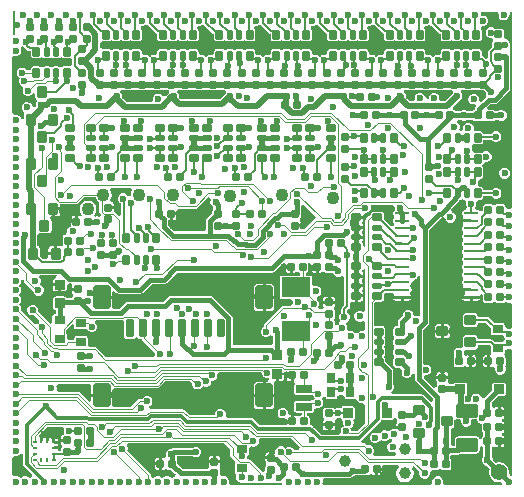
<source format=gbl>
G04*
G04 #@! TF.GenerationSoftware,Altium Limited,Altium Designer,22.8.2 (66)*
G04*
G04 Layer_Physical_Order=4*
G04 Layer_Color=9720587*
%FSLAX25Y25*%
%MOIN*%
G70*
G04*
G04 #@! TF.SameCoordinates,C15F438A-7333-46A9-8A61-A614EFA01F39*
G04*
G04*
G04 #@! TF.FilePolarity,Positive*
G04*
G01*
G75*
%ADD13C,0.00787*%
%ADD17C,0.01968*%
G04:AMPARAMS|DCode=25|XSize=27.56mil|YSize=23.62mil|CornerRadius=2.36mil|HoleSize=0mil|Usage=FLASHONLY|Rotation=0.000|XOffset=0mil|YOffset=0mil|HoleType=Round|Shape=RoundedRectangle|*
%AMROUNDEDRECTD25*
21,1,0.02756,0.01890,0,0,0.0*
21,1,0.02284,0.02362,0,0,0.0*
1,1,0.00472,0.01142,-0.00945*
1,1,0.00472,-0.01142,-0.00945*
1,1,0.00472,-0.01142,0.00945*
1,1,0.00472,0.01142,0.00945*
%
%ADD25ROUNDEDRECTD25*%
G04:AMPARAMS|DCode=29|XSize=25.59mil|YSize=31.5mil|CornerRadius=2.56mil|HoleSize=0mil|Usage=FLASHONLY|Rotation=270.000|XOffset=0mil|YOffset=0mil|HoleType=Round|Shape=RoundedRectangle|*
%AMROUNDEDRECTD29*
21,1,0.02559,0.02638,0,0,270.0*
21,1,0.02047,0.03150,0,0,270.0*
1,1,0.00512,-0.01319,-0.01024*
1,1,0.00512,-0.01319,0.01024*
1,1,0.00512,0.01319,0.01024*
1,1,0.00512,0.01319,-0.01024*
%
%ADD29ROUNDEDRECTD29*%
G04:AMPARAMS|DCode=30|XSize=17.72mil|YSize=31.5mil|CornerRadius=1.77mil|HoleSize=0mil|Usage=FLASHONLY|Rotation=270.000|XOffset=0mil|YOffset=0mil|HoleType=Round|Shape=RoundedRectangle|*
%AMROUNDEDRECTD30*
21,1,0.01772,0.02795,0,0,270.0*
21,1,0.01417,0.03150,0,0,270.0*
1,1,0.00354,-0.01398,-0.00709*
1,1,0.00354,-0.01398,0.00709*
1,1,0.00354,0.01398,0.00709*
1,1,0.00354,0.01398,-0.00709*
%
%ADD30ROUNDEDRECTD30*%
G04:AMPARAMS|DCode=40|XSize=27.56mil|YSize=23.62mil|CornerRadius=2.36mil|HoleSize=0mil|Usage=FLASHONLY|Rotation=270.000|XOffset=0mil|YOffset=0mil|HoleType=Round|Shape=RoundedRectangle|*
%AMROUNDEDRECTD40*
21,1,0.02756,0.01890,0,0,270.0*
21,1,0.02284,0.02362,0,0,270.0*
1,1,0.00472,-0.00945,-0.01142*
1,1,0.00472,-0.00945,0.01142*
1,1,0.00472,0.00945,0.01142*
1,1,0.00472,0.00945,-0.01142*
%
%ADD40ROUNDEDRECTD40*%
%ADD68R,0.05512X0.00787*%
%ADD69R,0.00787X0.06299*%
%ADD70R,0.00787X0.19291*%
%ADD71R,0.17717X0.00787*%
%ADD72R,0.36221X0.00787*%
%ADD73R,0.19685X0.00787*%
%ADD74R,0.00787X0.42126*%
%ADD75R,0.00787X0.08268*%
%ADD76R,0.00787X0.65748*%
%ADD77R,0.00787X0.07874*%
%ADD79C,0.00492*%
%ADD80C,0.01575*%
%ADD81C,0.01181*%
%ADD82C,0.02362*%
%ADD83C,0.03900*%
%ADD84C,0.04331*%
%ADD85C,0.05512*%
G04:AMPARAMS|DCode=86|XSize=59.06mil|YSize=25.59mil|CornerRadius=2.56mil|HoleSize=0mil|Usage=FLASHONLY|Rotation=270.000|XOffset=0mil|YOffset=0mil|HoleType=Round|Shape=RoundedRectangle|*
%AMROUNDEDRECTD86*
21,1,0.05906,0.02047,0,0,270.0*
21,1,0.05394,0.02559,0,0,270.0*
1,1,0.00512,-0.01024,-0.02697*
1,1,0.00512,-0.01024,0.02697*
1,1,0.00512,0.01024,0.02697*
1,1,0.00512,0.01024,-0.02697*
%
%ADD86ROUNDEDRECTD86*%
G04:AMPARAMS|DCode=87|XSize=78.74mil|YSize=57.09mil|CornerRadius=5.71mil|HoleSize=0mil|Usage=FLASHONLY|Rotation=270.000|XOffset=0mil|YOffset=0mil|HoleType=Round|Shape=RoundedRectangle|*
%AMROUNDEDRECTD87*
21,1,0.07874,0.04567,0,0,270.0*
21,1,0.06732,0.05709,0,0,270.0*
1,1,0.01142,-0.02284,-0.03366*
1,1,0.01142,-0.02284,0.03366*
1,1,0.01142,0.02284,0.03366*
1,1,0.01142,0.02284,-0.03366*
%
%ADD87ROUNDEDRECTD87*%
G04:AMPARAMS|DCode=88|XSize=35.83mil|YSize=33.47mil|CornerRadius=3.35mil|HoleSize=0mil|Usage=FLASHONLY|Rotation=180.000|XOffset=0mil|YOffset=0mil|HoleType=Round|Shape=RoundedRectangle|*
%AMROUNDEDRECTD88*
21,1,0.03583,0.02677,0,0,180.0*
21,1,0.02913,0.03347,0,0,180.0*
1,1,0.00669,-0.01457,0.01339*
1,1,0.00669,0.01457,0.01339*
1,1,0.00669,0.01457,-0.01339*
1,1,0.00669,-0.01457,-0.01339*
%
%ADD88ROUNDEDRECTD88*%
%ADD89R,0.01968X0.01968*%
%ADD90R,0.09449X0.06693*%
G04:AMPARAMS|DCode=91|XSize=25.59mil|YSize=31.5mil|CornerRadius=2.56mil|HoleSize=0mil|Usage=FLASHONLY|Rotation=180.000|XOffset=0mil|YOffset=0mil|HoleType=Round|Shape=RoundedRectangle|*
%AMROUNDEDRECTD91*
21,1,0.02559,0.02638,0,0,180.0*
21,1,0.02047,0.03150,0,0,180.0*
1,1,0.00512,-0.01024,0.01319*
1,1,0.00512,0.01024,0.01319*
1,1,0.00512,0.01024,-0.01319*
1,1,0.00512,-0.01024,-0.01319*
%
%ADD91ROUNDEDRECTD91*%
G04:AMPARAMS|DCode=92|XSize=17.72mil|YSize=31.5mil|CornerRadius=1.77mil|HoleSize=0mil|Usage=FLASHONLY|Rotation=180.000|XOffset=0mil|YOffset=0mil|HoleType=Round|Shape=RoundedRectangle|*
%AMROUNDEDRECTD92*
21,1,0.01772,0.02795,0,0,180.0*
21,1,0.01417,0.03150,0,0,180.0*
1,1,0.00354,-0.00709,0.01398*
1,1,0.00354,0.00709,0.01398*
1,1,0.00354,0.00709,-0.01398*
1,1,0.00354,-0.00709,-0.01398*
%
%ADD92ROUNDEDRECTD92*%
G04:AMPARAMS|DCode=93|XSize=35.43mil|YSize=37.4mil|CornerRadius=3.54mil|HoleSize=0mil|Usage=FLASHONLY|Rotation=90.000|XOffset=0mil|YOffset=0mil|HoleType=Round|Shape=RoundedRectangle|*
%AMROUNDEDRECTD93*
21,1,0.03543,0.03032,0,0,90.0*
21,1,0.02835,0.03740,0,0,90.0*
1,1,0.00709,0.01516,0.01417*
1,1,0.00709,0.01516,-0.01417*
1,1,0.00709,-0.01516,-0.01417*
1,1,0.00709,-0.01516,0.01417*
%
%ADD93ROUNDEDRECTD93*%
G04:AMPARAMS|DCode=94|XSize=35.43mil|YSize=37.4mil|CornerRadius=3.54mil|HoleSize=0mil|Usage=FLASHONLY|Rotation=90.000|XOffset=0mil|YOffset=0mil|HoleType=Round|Shape=RoundedRectangle|*
%AMROUNDEDRECTD94*
21,1,0.03543,0.03032,0,0,90.0*
21,1,0.02835,0.03740,0,0,90.0*
1,1,0.00709,0.01516,0.01417*
1,1,0.00709,0.01516,-0.01417*
1,1,0.00709,-0.01516,-0.01417*
1,1,0.00709,-0.01516,0.01417*
%
%ADD94ROUNDEDRECTD94*%
G04:AMPARAMS|DCode=95|XSize=27.56mil|YSize=36.22mil|CornerRadius=2.76mil|HoleSize=0mil|Usage=FLASHONLY|Rotation=270.000|XOffset=0mil|YOffset=0mil|HoleType=Round|Shape=RoundedRectangle|*
%AMROUNDEDRECTD95*
21,1,0.02756,0.03071,0,0,270.0*
21,1,0.02205,0.03622,0,0,270.0*
1,1,0.00551,-0.01535,-0.01102*
1,1,0.00551,-0.01535,0.01102*
1,1,0.00551,0.01535,0.01102*
1,1,0.00551,0.01535,-0.01102*
%
%ADD95ROUNDEDRECTD95*%
G04:AMPARAMS|DCode=96|XSize=27.56mil|YSize=55.12mil|CornerRadius=2.76mil|HoleSize=0mil|Usage=FLASHONLY|Rotation=90.000|XOffset=0mil|YOffset=0mil|HoleType=Round|Shape=RoundedRectangle|*
%AMROUNDEDRECTD96*
21,1,0.02756,0.04961,0,0,90.0*
21,1,0.02205,0.05512,0,0,90.0*
1,1,0.00551,0.02480,0.01102*
1,1,0.00551,0.02480,-0.01102*
1,1,0.00551,-0.02480,-0.01102*
1,1,0.00551,-0.02480,0.01102*
%
%ADD96ROUNDEDRECTD96*%
G04:AMPARAMS|DCode=97|XSize=27.56mil|YSize=36.22mil|CornerRadius=2.76mil|HoleSize=0mil|Usage=FLASHONLY|Rotation=180.000|XOffset=0mil|YOffset=0mil|HoleType=Round|Shape=RoundedRectangle|*
%AMROUNDEDRECTD97*
21,1,0.02756,0.03071,0,0,180.0*
21,1,0.02205,0.03622,0,0,180.0*
1,1,0.00551,-0.01102,0.01535*
1,1,0.00551,0.01102,0.01535*
1,1,0.00551,0.01102,-0.01535*
1,1,0.00551,-0.01102,-0.01535*
%
%ADD97ROUNDEDRECTD97*%
G04:AMPARAMS|DCode=98|XSize=70.87mil|YSize=45.28mil|CornerRadius=4.53mil|HoleSize=0mil|Usage=FLASHONLY|Rotation=180.000|XOffset=0mil|YOffset=0mil|HoleType=Round|Shape=RoundedRectangle|*
%AMROUNDEDRECTD98*
21,1,0.07087,0.03622,0,0,180.0*
21,1,0.06181,0.04528,0,0,180.0*
1,1,0.00906,-0.03091,0.01811*
1,1,0.00906,0.03091,0.01811*
1,1,0.00906,0.03091,-0.01811*
1,1,0.00906,-0.03091,-0.01811*
%
%ADD98ROUNDEDRECTD98*%
G04:AMPARAMS|DCode=99|XSize=33.47mil|YSize=33.47mil|CornerRadius=3.35mil|HoleSize=0mil|Usage=FLASHONLY|Rotation=90.000|XOffset=0mil|YOffset=0mil|HoleType=Round|Shape=RoundedRectangle|*
%AMROUNDEDRECTD99*
21,1,0.03347,0.02677,0,0,90.0*
21,1,0.02677,0.03347,0,0,90.0*
1,1,0.00669,0.01339,0.01339*
1,1,0.00669,0.01339,-0.01339*
1,1,0.00669,-0.01339,-0.01339*
1,1,0.00669,-0.01339,0.01339*
%
%ADD99ROUNDEDRECTD99*%
%ADD100O,0.04961X0.00984*%
G04:AMPARAMS|DCode=101|XSize=35.43mil|YSize=37.4mil|CornerRadius=3.54mil|HoleSize=0mil|Usage=FLASHONLY|Rotation=180.000|XOffset=0mil|YOffset=0mil|HoleType=Round|Shape=RoundedRectangle|*
%AMROUNDEDRECTD101*
21,1,0.03543,0.03032,0,0,180.0*
21,1,0.02835,0.03740,0,0,180.0*
1,1,0.00709,-0.01417,0.01516*
1,1,0.00709,0.01417,0.01516*
1,1,0.00709,0.01417,-0.01516*
1,1,0.00709,-0.01417,-0.01516*
%
%ADD101ROUNDEDRECTD101*%
G04:AMPARAMS|DCode=102|XSize=35.43mil|YSize=37.4mil|CornerRadius=3.54mil|HoleSize=0mil|Usage=FLASHONLY|Rotation=180.000|XOffset=0mil|YOffset=0mil|HoleType=Round|Shape=RoundedRectangle|*
%AMROUNDEDRECTD102*
21,1,0.03543,0.03032,0,0,180.0*
21,1,0.02835,0.03740,0,0,180.0*
1,1,0.00709,-0.01417,0.01516*
1,1,0.00709,0.01417,0.01516*
1,1,0.00709,0.01417,-0.01516*
1,1,0.00709,-0.01417,-0.01516*
%
%ADD102ROUNDEDRECTD102*%
%ADD103R,0.01378X0.00984*%
%ADD104R,0.00984X0.01378*%
%ADD105R,0.01968X0.01176*%
G36*
X162025Y157087D02*
X162008Y157045D01*
Y156341D01*
X162278Y155689D01*
X162776Y155191D01*
X163427Y154921D01*
X164132D01*
X164783Y155191D01*
X165281Y155689D01*
X165551Y156341D01*
Y156644D01*
X166226Y157231D01*
X166279Y157246D01*
X166535Y157168D01*
Y147597D01*
X165748Y147440D01*
X165577Y147854D01*
X165078Y148352D01*
X164427Y148622D01*
X164342D01*
X164196Y148742D01*
X163788Y149409D01*
X163796Y149449D01*
Y151339D01*
X163732Y151661D01*
X163549Y151935D01*
X163275Y152117D01*
X162953Y152181D01*
X160669D01*
X160576Y152163D01*
X160450Y152289D01*
X159799Y152559D01*
X159094D01*
X158443Y152289D01*
X157945Y151791D01*
X157675Y151140D01*
Y150435D01*
X157945Y149784D01*
X158443Y149285D01*
X159094Y149016D01*
X159799D01*
X160073Y148288D01*
Y148006D01*
X160064Y147984D01*
X159890Y147724D01*
X159826Y147402D01*
Y146088D01*
X158838Y145099D01*
X158620Y144774D01*
X158544Y144390D01*
Y142359D01*
X158375Y142247D01*
X157756Y142159D01*
X157247Y142668D01*
X156922Y142886D01*
X156538Y142962D01*
X156512D01*
Y144429D01*
X156447Y144759D01*
X156260Y145039D01*
X155980Y145227D01*
X155649Y145292D01*
X154000D01*
X153602Y145292D01*
X153602Y145292D01*
X153272Y145227D01*
X153271Y145226D01*
X153108Y145191D01*
X152493Y145158D01*
X152189Y145231D01*
X151890Y145291D01*
X150472D01*
X150173Y145231D01*
X150091Y145177D01*
X149895Y145061D01*
X149317D01*
X149121Y145177D01*
X149039Y145231D01*
X148740Y145291D01*
X147323D01*
X147023Y145231D01*
X146719Y145158D01*
X146104Y145191D01*
X145941Y145226D01*
X145940Y145227D01*
X145610Y145292D01*
X145610Y145292D01*
X145212Y145292D01*
X143563D01*
X143232Y145227D01*
X142952Y145039D01*
X142765Y144759D01*
X142700Y144429D01*
Y143915D01*
X142085Y143504D01*
X141380D01*
X140729Y143234D01*
X140672Y143177D01*
X140157Y142791D01*
X139643Y143177D01*
X139586Y143234D01*
X138935Y143504D01*
X138230D01*
X137615Y143915D01*
Y144429D01*
X137549Y144759D01*
X137362Y145039D01*
X137082Y145227D01*
X136752Y145292D01*
X134705D01*
X134374Y145227D01*
X134330Y145197D01*
X134085Y145042D01*
X133292Y145231D01*
X132992Y145291D01*
X131575D01*
X131275Y145231D01*
X131229Y145200D01*
X131144Y145150D01*
X130709Y145098D01*
X130274Y145150D01*
X130188Y145200D01*
X130142Y145231D01*
X129842Y145291D01*
X128425D01*
X128126Y145231D01*
X127821Y145158D01*
X127207Y145191D01*
X127044Y145226D01*
X127043Y145227D01*
X126713Y145292D01*
X126713Y145292D01*
X126315Y145292D01*
X124665D01*
X124335Y145227D01*
X124055Y145039D01*
X123868Y144759D01*
X123802Y144429D01*
Y143915D01*
X123187Y143504D01*
X122482D01*
X121831Y143234D01*
X121774Y143177D01*
X121260Y142791D01*
X120745Y143177D01*
X120689Y143234D01*
X120037Y143504D01*
X119333D01*
X118717Y143915D01*
Y144429D01*
X118652Y144759D01*
X118465Y145039D01*
X118185Y145227D01*
X117854Y145292D01*
X115807D01*
X115477Y145227D01*
X115432Y145197D01*
X115187Y145042D01*
X114394Y145231D01*
X114094Y145291D01*
X112677D01*
X112378Y145231D01*
X112296Y145177D01*
X112100Y145061D01*
X111522D01*
X111326Y145177D01*
X111244Y145231D01*
X110945Y145291D01*
X109528D01*
X109228Y145231D01*
X108924Y145158D01*
X108309Y145191D01*
X108146Y145226D01*
X108145Y145227D01*
X107815Y145292D01*
X107815Y145292D01*
X107417Y145292D01*
X105768D01*
X105437Y145227D01*
X105157Y145039D01*
X104970Y144759D01*
X104905Y144429D01*
Y143915D01*
X104289Y143504D01*
X103585D01*
X102933Y143234D01*
X102877Y143177D01*
X102362Y142791D01*
X101848Y143177D01*
X101791Y143234D01*
X101140Y143504D01*
X100435D01*
X99820Y143915D01*
Y144429D01*
X99754Y144759D01*
X99567Y145039D01*
X99287Y145227D01*
X98957Y145292D01*
X96909D01*
X96579Y145227D01*
X96535Y145197D01*
X96290Y145042D01*
X95496Y145231D01*
X95197Y145291D01*
X93779D01*
X93480Y145231D01*
X93434Y145200D01*
X93199Y145061D01*
X92627D01*
X92393Y145200D01*
X92347Y145231D01*
X92047Y145291D01*
X90630D01*
X90330Y145231D01*
X90026Y145158D01*
X89411Y145191D01*
X89248Y145226D01*
X89248Y145227D01*
X88917Y145292D01*
X88917Y145292D01*
X88520Y145292D01*
X86870D01*
X86540Y145227D01*
X86260Y145039D01*
X86073Y144759D01*
X86007Y144429D01*
Y143915D01*
X85392Y143504D01*
X84687D01*
X84036Y143234D01*
X83979Y143177D01*
X83464Y142791D01*
X82950Y143177D01*
X82893Y143234D01*
X82242Y143504D01*
X81537D01*
X80922Y143915D01*
Y144429D01*
X80856Y144759D01*
X80669Y145039D01*
X80389Y145227D01*
X80059Y145292D01*
X78012D01*
X77681Y145227D01*
X77637Y145197D01*
X77392Y145042D01*
X76599Y145231D01*
X76299Y145291D01*
X74882D01*
X74582Y145231D01*
X74536Y145200D01*
X74450Y145150D01*
X74015Y145098D01*
X73580Y145150D01*
X73495Y145200D01*
X73449Y145231D01*
X73149Y145291D01*
X71732D01*
X71432Y145231D01*
X71128Y145158D01*
X70513Y145191D01*
X70350Y145226D01*
X70350Y145227D01*
X70020Y145292D01*
X70019Y145292D01*
X69622Y145292D01*
X67972D01*
X67642Y145227D01*
X67362Y145039D01*
X67175Y144759D01*
X67109Y144429D01*
Y143915D01*
X66494Y143504D01*
X65789D01*
X65138Y143234D01*
X65081Y143177D01*
X64567Y142791D01*
X64052Y143177D01*
X63996Y143234D01*
X63345Y143504D01*
X62640D01*
X62024Y143915D01*
Y144429D01*
X61959Y144759D01*
X61772Y145039D01*
X61492Y145227D01*
X61161Y145292D01*
X59512D01*
X59114Y145292D01*
X59114Y145292D01*
X58784Y145227D01*
X58783Y145226D01*
X58620Y145191D01*
X58005Y145158D01*
X57701Y145231D01*
X57401Y145291D01*
X55984D01*
X55685Y145231D01*
X55603Y145177D01*
X55407Y145061D01*
X54829D01*
X54633Y145177D01*
X54551Y145231D01*
X54252Y145291D01*
X52834D01*
X52535Y145231D01*
X52231Y145158D01*
X51616Y145191D01*
X51453Y145226D01*
X51452Y145227D01*
X51122Y145292D01*
X51122Y145292D01*
X50724Y145292D01*
X49075D01*
X48744Y145227D01*
X48464Y145039D01*
X48277Y144759D01*
X48212Y144429D01*
Y143915D01*
X47596Y143504D01*
X46892D01*
X46240Y143234D01*
X46184Y143177D01*
X45669Y142791D01*
X45155Y143177D01*
X45098Y143234D01*
X44447Y143504D01*
X43742D01*
X43127Y143915D01*
Y144429D01*
X43061Y144759D01*
X42874Y145039D01*
X42594Y145227D01*
X42264Y145292D01*
X40614D01*
X40216Y145292D01*
X40216Y145292D01*
X39886Y145227D01*
X39885Y145226D01*
X39723Y145191D01*
X39108Y145158D01*
X38803Y145231D01*
X38504Y145291D01*
X37086D01*
X36787Y145231D01*
X36706Y145177D01*
X36509Y145061D01*
X35931D01*
X35735Y145177D01*
X35654Y145231D01*
X35354Y145291D01*
X33937D01*
X33637Y145231D01*
X33333Y145158D01*
X32718Y145191D01*
X32555Y145226D01*
X32555Y145227D01*
X32225Y145292D01*
X32224Y145292D01*
X31827Y145292D01*
X30177D01*
X30051Y145267D01*
X29448Y145607D01*
X29263Y145783D01*
Y147524D01*
X29448Y147700D01*
X30051Y148040D01*
X30177Y148015D01*
X32224D01*
X32555Y148081D01*
X32599Y148110D01*
X32844Y148266D01*
X33637Y148076D01*
X33937Y148017D01*
X35354D01*
X35654Y148076D01*
X35735Y148130D01*
X35931Y148246D01*
X36509D01*
X36706Y148130D01*
X36787Y148076D01*
X37086Y148017D01*
X38504D01*
X38803Y148076D01*
X39597Y148266D01*
X39842Y148110D01*
X39886Y148081D01*
X40216Y148015D01*
X42264D01*
X42594Y148081D01*
X42874Y148268D01*
X43061Y148548D01*
X43127Y148878D01*
Y151516D01*
X43061Y151846D01*
X42874Y152126D01*
X42725Y152225D01*
X42955Y152953D01*
X43659D01*
X44311Y153223D01*
X44579Y153491D01*
X44960Y153454D01*
X47745Y150668D01*
X48071Y150451D01*
X48212Y150423D01*
Y148878D01*
X48277Y148548D01*
X48464Y148268D01*
X48744Y148081D01*
X49075Y148015D01*
X51122D01*
X51452Y148081D01*
X51497Y148110D01*
X51741Y148266D01*
X52535Y148076D01*
X52834Y148017D01*
X54252D01*
X54551Y148076D01*
X54633Y148130D01*
X54829Y148246D01*
X55407D01*
X55603Y148130D01*
X55685Y148076D01*
X55984Y148017D01*
X57401D01*
X57701Y148076D01*
X58494Y148266D01*
X58739Y148110D01*
X58784Y148081D01*
X59114Y148015D01*
X61161D01*
X61492Y148081D01*
X61772Y148268D01*
X61959Y148548D01*
X62024Y148878D01*
Y151516D01*
X61959Y151846D01*
X61772Y152126D01*
X61623Y152225D01*
X61852Y152953D01*
X62557D01*
X63208Y153223D01*
X63477Y153491D01*
X63857Y153454D01*
X66643Y150668D01*
X66968Y150451D01*
X67109Y150423D01*
Y148878D01*
X67175Y148548D01*
X67362Y148268D01*
X67642Y148081D01*
X67972Y148015D01*
X70019D01*
X70350Y148081D01*
X70394Y148110D01*
X70639Y148266D01*
X71432Y148076D01*
X71732Y148017D01*
X73149D01*
X73449Y148076D01*
X73530Y148130D01*
X73726Y148246D01*
X74304D01*
X74501Y148130D01*
X74582Y148076D01*
X74882Y148017D01*
X76299D01*
X76598Y148076D01*
X77392Y148266D01*
X77637Y148110D01*
X77681Y148081D01*
X78012Y148015D01*
X80059D01*
X80389Y148081D01*
X80669Y148268D01*
X80856Y148548D01*
X80922Y148878D01*
Y151516D01*
X80856Y151846D01*
X80669Y152126D01*
X80520Y152225D01*
X80750Y152953D01*
X81455D01*
X82106Y153223D01*
X82375Y153491D01*
X82755Y153454D01*
X85540Y150668D01*
X85866Y150451D01*
X86007Y150423D01*
Y148878D01*
X86073Y148548D01*
X86260Y148268D01*
X86540Y148081D01*
X86870Y148015D01*
X88917D01*
X89248Y148081D01*
X89292Y148110D01*
X89537Y148266D01*
X90330Y148076D01*
X90630Y148017D01*
X92047D01*
X92347Y148076D01*
X92428Y148130D01*
X92624Y148246D01*
X93202D01*
X93399Y148130D01*
X93480Y148076D01*
X93779Y148017D01*
X95197D01*
X95496Y148076D01*
X96290Y148266D01*
X96535Y148110D01*
X96579Y148081D01*
X96909Y148015D01*
X98957D01*
X99287Y148081D01*
X99567Y148268D01*
X99754Y148548D01*
X99820Y148878D01*
Y151516D01*
X99754Y151846D01*
X99567Y152126D01*
X99418Y152225D01*
X99648Y152953D01*
X100352D01*
X101004Y153223D01*
X101272Y153491D01*
X101653Y153454D01*
X104438Y150668D01*
X104764Y150451D01*
X104905Y150423D01*
Y148878D01*
X104970Y148548D01*
X105157Y148268D01*
X105437Y148081D01*
X105768Y148015D01*
X107815D01*
X108145Y148081D01*
X108190Y148110D01*
X108435Y148266D01*
X109228Y148076D01*
X109528Y148017D01*
X110945D01*
X111244Y148076D01*
X111326Y148130D01*
X111522Y148246D01*
X112100D01*
X112296Y148130D01*
X112378Y148076D01*
X112677Y148017D01*
X114094D01*
X114394Y148076D01*
X115187Y148266D01*
X115432Y148110D01*
X115477Y148081D01*
X115807Y148015D01*
X117854D01*
X118185Y148081D01*
X118465Y148268D01*
X118652Y148548D01*
X118717Y148878D01*
Y151516D01*
X118652Y151846D01*
X118465Y152126D01*
X118316Y152225D01*
X118545Y152953D01*
X119250D01*
X119901Y153223D01*
X120170Y153491D01*
X120550Y153454D01*
X123336Y150668D01*
X123661Y150451D01*
X123802Y150423D01*
Y148878D01*
X123868Y148548D01*
X124055Y148268D01*
X124335Y148081D01*
X124665Y148015D01*
X126713D01*
X127043Y148081D01*
X127087Y148110D01*
X127332Y148266D01*
X128126Y148076D01*
X128425Y148017D01*
X129842D01*
X130142Y148076D01*
X130223Y148130D01*
X130420Y148246D01*
X130998D01*
X131194Y148130D01*
X131275Y148076D01*
X131575Y148017D01*
X132992D01*
X133292Y148076D01*
X134085Y148266D01*
X134330Y148110D01*
X134374Y148081D01*
X134705Y148015D01*
X136752D01*
X137082Y148081D01*
X137362Y148268D01*
X137549Y148548D01*
X137615Y148878D01*
Y151516D01*
X137549Y151846D01*
X137362Y152126D01*
X137214Y152225D01*
X137443Y152953D01*
X138148D01*
X138799Y153223D01*
X139796Y153106D01*
X142234Y150668D01*
X142559Y150451D01*
X142700Y150423D01*
Y148878D01*
X142765Y148548D01*
X142952Y148268D01*
X143232Y148081D01*
X143563Y148015D01*
X145610D01*
X145940Y148081D01*
X145985Y148110D01*
X146230Y148266D01*
X147023Y148076D01*
X147323Y148017D01*
X148740D01*
X149039Y148076D01*
X149121Y148130D01*
X149317Y148246D01*
X149895D01*
X150091Y148130D01*
X150173Y148076D01*
X150472Y148017D01*
X151890D01*
X152189Y148076D01*
X152982Y148266D01*
X153227Y148110D01*
X153272Y148081D01*
X153602Y148015D01*
X155649D01*
X155980Y148081D01*
X156260Y148268D01*
X156447Y148548D01*
X156512Y148878D01*
Y151516D01*
X156447Y151846D01*
X156260Y152126D01*
X156111Y152225D01*
X156341Y152953D01*
X157045D01*
X157696Y153223D01*
X158195Y153721D01*
X158465Y154372D01*
Y155077D01*
X158195Y155728D01*
X157696Y156226D01*
X157045Y156496D01*
X156341D01*
X156299Y156524D01*
Y157874D01*
X161499D01*
X162025Y157087D01*
D02*
G37*
G36*
X3995Y146072D02*
X4212Y145747D01*
X5000Y144960D01*
X5325Y144742D01*
X5709Y144666D01*
X6086D01*
Y143169D01*
X6151Y142839D01*
X6338Y142559D01*
X6618Y142372D01*
X6949Y142306D01*
X8996D01*
X9326Y142372D01*
X9370Y142402D01*
X9615Y142557D01*
X10409Y142367D01*
X10708Y142308D01*
X12126D01*
X12425Y142367D01*
X12507Y142422D01*
X12703Y142537D01*
X13281D01*
X13477Y142422D01*
X13558Y142367D01*
X13858Y142308D01*
X15275D01*
X15575Y142367D01*
X16368Y142557D01*
X16613Y142402D01*
X16658Y142372D01*
X16988Y142306D01*
X19035D01*
X19080Y142315D01*
X19748Y141906D01*
X19868Y141761D01*
Y140129D01*
X19748Y139984D01*
X19080Y139575D01*
X19035Y139584D01*
X16988D01*
X16658Y139518D01*
X16613Y139488D01*
X16368Y139333D01*
X15575Y139522D01*
X15275Y139582D01*
X13858D01*
X13558Y139522D01*
X13477Y139468D01*
X13281Y139353D01*
X12703D01*
X12507Y139468D01*
X12425Y139522D01*
X12126Y139582D01*
X10708D01*
X10409Y139522D01*
X9615Y139333D01*
X9370Y139488D01*
X9326Y139518D01*
X8996Y139584D01*
X6949D01*
X6618Y139518D01*
X6338Y139331D01*
X6151Y139051D01*
X6086Y138721D01*
Y138255D01*
X4714D01*
X4651Y138405D01*
X4153Y138903D01*
X3502Y139173D01*
X2797D01*
X2146Y138903D01*
X1648Y138405D01*
X1378Y137754D01*
Y137049D01*
X1648Y136398D01*
X2146Y135900D01*
X2183Y135884D01*
X2435Y135649D01*
X2165Y134998D01*
Y134293D01*
X2435Y133642D01*
X2933Y133144D01*
X3084Y133081D01*
X3538Y132585D01*
X3466Y132136D01*
X3347Y131849D01*
Y131144D01*
X3616Y130492D01*
X4115Y129994D01*
X4766Y129724D01*
X5471D01*
X6122Y129994D01*
X6620Y130492D01*
X6674Y130623D01*
X7462Y130466D01*
Y129587D01*
X7535Y129218D01*
X7744Y128905D01*
X7875Y128817D01*
X8062Y128138D01*
X8064Y127892D01*
X7947Y127775D01*
X7677Y127124D01*
Y126419D01*
X7768Y126200D01*
Y126183D01*
X7408Y125911D01*
X6621Y126240D01*
X6351Y126892D01*
X5853Y127390D01*
X5201Y127660D01*
X4497D01*
X3846Y127390D01*
X3347Y126892D01*
X3077Y126240D01*
Y125536D01*
X3347Y124884D01*
X3551Y124680D01*
X3837Y124280D01*
X3795Y123735D01*
X3721Y123366D01*
Y122051D01*
X2953Y122006D01*
X2683Y122657D01*
X2185Y123155D01*
X1534Y123425D01*
X829D01*
X787Y123408D01*
X0Y123934D01*
Y142601D01*
X787Y143127D01*
X829Y143110D01*
X1534D01*
X2185Y143380D01*
X2683Y143878D01*
X2953Y144529D01*
Y145234D01*
X2683Y145886D01*
X2677Y145892D01*
X2686Y146033D01*
X2728Y146073D01*
X3617Y146229D01*
X3995Y146072D01*
D02*
G37*
G36*
X155228Y131741D02*
X155551Y131677D01*
X156887D01*
X157677Y130887D01*
Y130750D01*
X157947Y130099D01*
X157892Y129543D01*
X157829Y129501D01*
X156079Y127751D01*
X155412Y128197D01*
X155476Y128353D01*
Y129058D01*
X155207Y129709D01*
X154708Y130208D01*
X154057Y130477D01*
X153352D01*
X152701Y130208D01*
X152203Y129709D01*
X151933Y129058D01*
Y128353D01*
X152203Y127702D01*
X152701Y127204D01*
X153352Y126934D01*
X154057D01*
X154213Y126999D01*
X154659Y126331D01*
X154585Y126257D01*
X154281Y125801D01*
X154174Y125264D01*
Y125200D01*
X153918Y125149D01*
X153644Y124966D01*
X153461Y124693D01*
X153449Y124633D01*
X151691D01*
X151594Y124730D01*
X150943Y125000D01*
X150238D01*
X149587Y124730D01*
X149490Y124633D01*
X147731D01*
X147720Y124693D01*
X147537Y124966D01*
X147264Y125149D01*
X147034Y125195D01*
X146873Y125462D01*
X146726Y126000D01*
X148782Y128057D01*
X149183Y128223D01*
X149681Y128721D01*
X149951Y129372D01*
Y130077D01*
X149681Y130728D01*
X149337Y131072D01*
X149539Y131795D01*
X149579Y131859D01*
X150328D01*
X150504Y131741D01*
X150827Y131677D01*
X153110D01*
X153433Y131741D01*
X153610Y131859D01*
X155052D01*
X155228Y131741D01*
D02*
G37*
G36*
X145780D02*
X146102Y131677D01*
X146512D01*
X146839Y130889D01*
X146677Y130728D01*
X146511Y130327D01*
X144168Y127984D01*
X142885D01*
X142323Y128683D01*
Y129388D01*
X142053Y130039D01*
X141555Y130537D01*
X140904Y130807D01*
X140199D01*
X139548Y130537D01*
X139049Y130039D01*
X138779Y129388D01*
Y128683D01*
X138694Y128577D01*
X138342D01*
X137598Y129329D01*
Y129388D01*
X137329Y130039D01*
X136830Y130537D01*
X136179Y130807D01*
X135474D01*
X134823Y130537D01*
X134325Y130039D01*
X134055Y129388D01*
Y128683D01*
X133493Y127984D01*
X132389D01*
X131038Y129335D01*
X131053Y129372D01*
Y130077D01*
X130783Y130728D01*
X130440Y131072D01*
X130641Y131795D01*
X130681Y131859D01*
X131430D01*
X131606Y131741D01*
X131929Y131677D01*
X134212D01*
X134535Y131741D01*
X134712Y131859D01*
X136154D01*
X136331Y131741D01*
X136653Y131677D01*
X138937D01*
X139260Y131741D01*
X139436Y131859D01*
X140879D01*
X141055Y131741D01*
X141378Y131677D01*
X143661D01*
X143984Y131741D01*
X144161Y131859D01*
X145603D01*
X145780Y131741D01*
D02*
G37*
G36*
X70189D02*
X70512Y131677D01*
X70922D01*
X71248Y130889D01*
X71087Y130728D01*
X70996Y130509D01*
X69159Y128673D01*
X56110D01*
X55447Y129335D01*
X55462Y129372D01*
Y130077D01*
X55193Y130728D01*
X54849Y131072D01*
X55050Y131795D01*
X55091Y131859D01*
X55839D01*
X56016Y131741D01*
X56339Y131677D01*
X58622D01*
X58945Y131741D01*
X59121Y131859D01*
X60563D01*
X60740Y131741D01*
X61063Y131677D01*
X63346D01*
X63669Y131741D01*
X63845Y131859D01*
X65288D01*
X65465Y131741D01*
X65787Y131677D01*
X68071D01*
X68393Y131741D01*
X68570Y131859D01*
X70012D01*
X70189Y131741D01*
D02*
G37*
G36*
X51291D02*
X51614Y131677D01*
X52024D01*
X52290Y131213D01*
X52311Y130889D01*
X52154Y130784D01*
X52154Y130784D01*
X51016Y129647D01*
X50124Y129744D01*
X49626Y130242D01*
X48974Y130512D01*
X48270D01*
X47618Y130242D01*
X47120Y129744D01*
X46850Y129093D01*
Y128388D01*
X46288Y127688D01*
X38196D01*
X36549Y129335D01*
X36565Y129372D01*
Y130077D01*
X36295Y130728D01*
X35952Y131072D01*
X36153Y131795D01*
X36193Y131859D01*
X36941D01*
X37118Y131741D01*
X37441Y131677D01*
X39724D01*
X40047Y131741D01*
X40223Y131859D01*
X41666D01*
X41843Y131741D01*
X42165Y131677D01*
X44449D01*
X44771Y131741D01*
X44948Y131859D01*
X46391D01*
X46567Y131741D01*
X46890Y131677D01*
X49173D01*
X49496Y131741D01*
X49672Y131859D01*
X51115D01*
X51291Y131741D01*
D02*
G37*
G36*
X166535Y131590D02*
Y105026D01*
X166287Y104341D01*
X166287D01*
Y104341D01*
X165774Y104299D01*
X165753Y104351D01*
X165505Y104950D01*
X165006Y105448D01*
X164355Y105718D01*
X163650D01*
X162999Y105448D01*
X162501Y104950D01*
X162231Y104299D01*
Y103594D01*
X162501Y102943D01*
X162999Y102444D01*
X163650Y102174D01*
X164355D01*
X165006Y102444D01*
X165505Y102943D01*
X165753Y103542D01*
X165774Y103594D01*
X166287Y103551D01*
Y103551D01*
X166287Y103551D01*
X166535Y102866D01*
Y92438D01*
X165748Y91912D01*
X165707Y91929D01*
X165002D01*
X164386Y92340D01*
Y92874D01*
X164322Y93197D01*
X164139Y93470D01*
X163866Y93653D01*
X163543Y93717D01*
X161653D01*
X161331Y93653D01*
X161071Y93479D01*
X161049Y93470D01*
X160211D01*
X160189Y93479D01*
X159929Y93653D01*
X159606Y93717D01*
X157717D01*
X157394Y93653D01*
X157121Y93470D01*
X156938Y93197D01*
X156874Y92874D01*
Y91818D01*
X156551Y91511D01*
X155682Y91529D01*
X155324Y91768D01*
X154901Y91852D01*
X154596D01*
X154270Y92639D01*
X154341Y92711D01*
X154611Y93362D01*
Y94067D01*
X154525Y94275D01*
X155026Y95062D01*
X156043D01*
X156374Y95128D01*
X156653Y95315D01*
X156841Y95595D01*
X156906Y95925D01*
Y96241D01*
X159719D01*
X159719Y96241D01*
X160217Y95742D01*
X160868Y95473D01*
X161573D01*
X162224Y95742D01*
X162722Y96241D01*
X162992Y96892D01*
Y97597D01*
X162722Y98248D01*
X162224Y98746D01*
X161573Y99016D01*
X160868D01*
X160217Y98746D01*
X159719Y98248D01*
X159719Y98248D01*
X156906D01*
Y98563D01*
X156841Y98893D01*
X156653Y99173D01*
X156374Y99360D01*
X156043Y99426D01*
X155407D01*
X155045Y100178D01*
X155315Y100829D01*
Y101533D01*
X155912Y102149D01*
X156043D01*
X156374Y102215D01*
X156653Y102402D01*
X156841Y102682D01*
X156906Y103012D01*
Y105650D01*
X156841Y105980D01*
X156653Y106260D01*
X156653Y106732D01*
X156841Y107012D01*
X156866Y107137D01*
X157460Y107602D01*
X157620Y107677D01*
X158325D01*
X158976Y107947D01*
X159474Y108445D01*
X159744Y109096D01*
Y109801D01*
X159474Y110452D01*
X158976Y110951D01*
X158325Y111221D01*
X157620D01*
X156969Y110951D01*
X156627Y110609D01*
X156374Y110778D01*
X156043Y110843D01*
X154060D01*
X153942Y110891D01*
X153353Y111412D01*
X153333Y111453D01*
Y111842D01*
X153063Y112493D01*
X153045Y112511D01*
X153086Y113479D01*
X153345Y113676D01*
X153502Y113668D01*
X153665Y113632D01*
X153666Y113632D01*
X153996Y113566D01*
X153996Y113566D01*
X154394Y113566D01*
X156043D01*
X156374Y113632D01*
X156653Y113819D01*
X156841Y114099D01*
X156906Y114429D01*
Y115138D01*
X159719D01*
X159719Y115138D01*
X160217Y114640D01*
X160868Y114370D01*
X161573D01*
X162224Y114640D01*
X162722Y115138D01*
X162992Y115789D01*
Y116494D01*
X162722Y117145D01*
X162224Y117644D01*
X161573Y117913D01*
X160868D01*
X160217Y117644D01*
X159719Y117145D01*
X159719Y117145D01*
X156891D01*
X156841Y117397D01*
X156653Y117677D01*
X156374Y117864D01*
X156043Y117930D01*
X154297D01*
X153776Y118543D01*
X153749Y118621D01*
X153740Y118682D01*
Y119349D01*
X153470Y120000D01*
X152972Y120498D01*
X152321Y120768D01*
X151616D01*
X150965Y120498D01*
X150467Y120000D01*
X150197Y119349D01*
Y118644D01*
X149880Y118129D01*
X149241Y118138D01*
X149011Y118501D01*
X148965Y118716D01*
X149053Y118927D01*
Y119632D01*
X148783Y120283D01*
X148285Y120781D01*
X148360Y121603D01*
X148524Y121823D01*
X149490D01*
X149587Y121727D01*
X150238Y121457D01*
X150943D01*
X151594Y121727D01*
X151691Y121823D01*
X153449D01*
X153461Y121764D01*
X153644Y121491D01*
X153918Y121308D01*
X154240Y121244D01*
X156130D01*
X156453Y121308D01*
X156712Y121481D01*
X156735Y121491D01*
X157573D01*
X157595Y121481D01*
X157855Y121308D01*
X158177Y121244D01*
X160067D01*
X160389Y121308D01*
X160663Y121491D01*
X160846Y121764D01*
X160857Y121824D01*
X161892D01*
X161989Y121727D01*
X162640Y121457D01*
X163345D01*
X163996Y121727D01*
X164494Y122225D01*
X164764Y122876D01*
Y123581D01*
X164494Y124232D01*
X163996Y124730D01*
X163345Y125000D01*
X162640D01*
X161989Y124730D01*
X161892Y124633D01*
X160857D01*
X160846Y124693D01*
X160663Y124966D01*
X160389Y125149D01*
X160067Y125213D01*
X158628D01*
X158302Y126000D01*
X159405Y127103D01*
X160685D01*
X161223Y127210D01*
X161679Y127514D01*
X165462Y131298D01*
X165748Y131726D01*
X165807Y131738D01*
X166535Y131590D01*
D02*
G37*
G36*
X39507Y98951D02*
X39785Y98307D01*
X39558Y97914D01*
X39370Y97213D01*
Y96640D01*
X39166Y96506D01*
X38411Y96545D01*
X37913Y97043D01*
X37262Y97313D01*
X36557D01*
X35906Y97043D01*
X35408Y96545D01*
X35138Y95893D01*
Y95189D01*
X35408Y94538D01*
X35906Y94039D01*
X36207Y93914D01*
Y90050D01*
X35420Y89724D01*
X34038Y91105D01*
X33811Y91257D01*
X33874Y91575D01*
Y92028D01*
X31890D01*
Y93012D01*
X33874D01*
Y93465D01*
X33810Y93787D01*
X33628Y94061D01*
X33354Y94243D01*
X33031Y94308D01*
X32783D01*
X32457Y95095D01*
X32520Y95158D01*
X32883Y95787D01*
X33071Y96488D01*
Y97213D01*
X32883Y97914D01*
X32656Y98307D01*
X32934Y98951D01*
X33079Y99095D01*
X39362D01*
X39507Y98951D01*
D02*
G37*
G36*
X27747Y95787D02*
X28110Y95158D01*
X28623Y94645D01*
X28921Y94473D01*
Y91171D01*
X28986Y90845D01*
X29170Y90568D01*
X29425Y90313D01*
X29424Y90080D01*
X28734Y89517D01*
X28537Y89599D01*
X27833D01*
X27626Y89513D01*
X27571Y89493D01*
X27133Y90148D01*
X27164Y90196D01*
X27402Y90434D01*
X27765Y91062D01*
X27953Y91763D01*
Y92489D01*
X27765Y93190D01*
X27402Y93818D01*
X26889Y94331D01*
X26261Y94694D01*
X25560Y94882D01*
X24834D01*
X24133Y94694D01*
X23505Y94331D01*
X22992Y93818D01*
X22629Y93190D01*
X22441Y92489D01*
Y91763D01*
X22629Y91062D01*
X22992Y90434D01*
X23230Y90196D01*
X23235Y90187D01*
X22735Y89577D01*
X22527Y89716D01*
X22205Y89780D01*
X21752D01*
Y87795D01*
X21260D01*
Y87303D01*
X19472D01*
Y86654D01*
X19535Y86338D01*
X19075Y86148D01*
X18577Y85649D01*
X18307Y84998D01*
Y84293D01*
X18317Y84268D01*
X17791Y83481D01*
X17559D01*
X17236Y83417D01*
X16963Y83234D01*
X16780Y82960D01*
X16716Y82638D01*
Y80354D01*
X16764Y80112D01*
X16569Y79877D01*
X16138Y79575D01*
X15787Y79645D01*
X14862D01*
Y77165D01*
X14370D01*
Y76673D01*
X11989D01*
Y75650D01*
X11271Y75222D01*
X10154D01*
X9270Y76106D01*
Y78681D01*
X9197Y79050D01*
X8988Y79362D01*
X8676Y79571D01*
X8307Y79645D01*
X8277D01*
Y83443D01*
X8445Y83612D01*
X9065Y83968D01*
X9212Y83938D01*
X12047D01*
X12416Y84012D01*
X12728Y84220D01*
X12937Y84533D01*
X13010Y84902D01*
Y87933D01*
X12937Y88302D01*
X12728Y88614D01*
X12460Y88794D01*
X12450Y88852D01*
X12817Y89581D01*
X13090D01*
Y92060D01*
X13582D01*
Y92553D01*
X15963D01*
Y93576D01*
X16052Y93684D01*
X21299D01*
X21625Y93749D01*
X21902Y93934D01*
X23965Y95997D01*
X27690D01*
X27747Y95787D01*
D02*
G37*
G36*
X150485Y95178D02*
X150567Y95123D01*
X150690Y95099D01*
X151023Y94636D01*
X151155Y94276D01*
X151068Y94067D01*
Y93362D01*
X151338Y92711D01*
X151409Y92639D01*
X151083Y91852D01*
X150925D01*
X150503Y91768D01*
X150144Y91529D01*
X149905Y91171D01*
X149821Y90748D01*
X149905Y90326D01*
X150144Y89968D01*
X150236Y89906D01*
X150246Y89881D01*
Y89056D01*
X150236Y89031D01*
X150144Y88969D01*
X149952Y88681D01*
X152913D01*
Y87697D01*
X149952D01*
X150144Y87408D01*
X150236Y87347D01*
X150246Y87322D01*
Y86497D01*
X150236Y86472D01*
X150144Y86410D01*
X149905Y86052D01*
X149821Y85630D01*
X149905Y85207D01*
X150144Y84849D01*
X150236Y84788D01*
X150246Y84763D01*
Y83938D01*
X150236Y83913D01*
X150144Y83851D01*
X149905Y83493D01*
X149821Y83071D01*
X149905Y82648D01*
X150144Y82290D01*
X150236Y82229D01*
X150246Y82204D01*
Y81379D01*
X150236Y81354D01*
X150144Y81292D01*
X149905Y80934D01*
X149821Y80512D01*
X149905Y80089D01*
X150144Y79731D01*
X150236Y79670D01*
X150246Y79645D01*
Y78820D01*
X150236Y78795D01*
X150144Y78733D01*
X149905Y78375D01*
X149821Y77953D01*
X149905Y77530D01*
X150144Y77172D01*
X150236Y77111D01*
X150246Y77086D01*
Y76261D01*
X150236Y76236D01*
X150144Y76174D01*
X149905Y75816D01*
X149821Y75394D01*
X149905Y74971D01*
X150144Y74613D01*
X150236Y74552D01*
X150246Y74526D01*
Y73702D01*
X150236Y73677D01*
X150144Y73615D01*
X149905Y73257D01*
X149821Y72835D01*
X149905Y72412D01*
X150144Y72054D01*
X150236Y71993D01*
X150246Y71968D01*
Y71143D01*
X150236Y71118D01*
X150144Y71056D01*
X149905Y70698D01*
X149821Y70276D01*
X149905Y69853D01*
X150144Y69495D01*
X150236Y69434D01*
X150246Y69408D01*
Y68584D01*
X150236Y68559D01*
X150144Y68497D01*
X149905Y68139D01*
X149821Y67717D01*
X149905Y67294D01*
X150144Y66936D01*
X150236Y66874D01*
X150246Y66849D01*
Y66025D01*
X150236Y66000D01*
X150144Y65938D01*
X149952Y65650D01*
X152913D01*
Y64665D01*
X149952D01*
X150144Y64377D01*
X150236Y64315D01*
X150246Y64290D01*
Y63466D01*
X150236Y63441D01*
X150144Y63379D01*
X149952Y63091D01*
X152913D01*
X155954D01*
X156293Y63821D01*
X156874Y63344D01*
Y61654D01*
X156938Y61331D01*
X157121Y61058D01*
X157394Y60875D01*
X157717Y60811D01*
X159606D01*
X159929Y60875D01*
X160189Y61048D01*
X160211Y61058D01*
X161049D01*
X161071Y61048D01*
X161331Y60875D01*
X161653Y60811D01*
X163543D01*
X163866Y60875D01*
X164139Y61058D01*
X164152Y61077D01*
X164351Y61097D01*
X165002Y60827D01*
X165707D01*
X165748Y60844D01*
X166535Y60318D01*
Y52674D01*
X165748Y52148D01*
X165707Y52165D01*
X165002D01*
X164229Y52698D01*
Y53071D01*
X164162Y53409D01*
X163971Y53695D01*
X163684Y53887D01*
X163346Y53954D01*
X160812D01*
X158999Y55767D01*
X158674Y55984D01*
X158290Y56060D01*
X155037D01*
Y56474D01*
X154964Y56843D01*
X154755Y57156D01*
X154443Y57364D01*
X154074Y57438D01*
X151043D01*
X150674Y57364D01*
X150361Y57156D01*
X150153Y56843D01*
X150079Y56474D01*
Y53640D01*
X150153Y53271D01*
X150361Y52958D01*
X150674Y52750D01*
X151043Y52676D01*
X154074D01*
X154443Y52750D01*
X154755Y52958D01*
X154964Y53271D01*
X155037Y53640D01*
Y54053D01*
X157874D01*
X159392Y52535D01*
Y50866D01*
X159460Y50528D01*
X159651Y50242D01*
X159938Y50050D01*
X160275Y49983D01*
X163217D01*
X163228Y49981D01*
X163608D01*
X163852Y49390D01*
X163909Y49333D01*
X164296Y48819D01*
X163909Y48305D01*
X163852Y48248D01*
X163608Y47657D01*
X163228D01*
X163217Y47655D01*
X160812D01*
X160180Y48286D01*
X159855Y48504D01*
X159471Y48580D01*
X155038D01*
Y48994D01*
X154964Y49363D01*
X154755Y49675D01*
X154443Y49884D01*
X154074Y49957D01*
X151043D01*
X150674Y49884D01*
X150361Y49675D01*
X150153Y49363D01*
X150079Y48994D01*
Y46342D01*
X149687Y45962D01*
X149349Y45792D01*
X149171Y45866D01*
X148467D01*
X147815Y45596D01*
X147317Y45098D01*
X147047Y44447D01*
Y43742D01*
X147213Y43341D01*
Y42980D01*
X147095Y42803D01*
X147031Y42480D01*
Y40197D01*
X147095Y39874D01*
X147278Y39601D01*
X147551Y39418D01*
X147874Y39354D01*
X149764D01*
X150086Y39418D01*
X150346Y39592D01*
X150368Y39601D01*
X151206D01*
X151229Y39592D01*
X151488Y39418D01*
X151811Y39354D01*
X152264D01*
Y41339D01*
Y43323D01*
X151811D01*
X151488Y43259D01*
X151229Y43086D01*
X151203Y43075D01*
X151202Y43075D01*
X151171Y43084D01*
X150591Y43742D01*
Y44447D01*
X150574Y44486D01*
X150902Y44983D01*
X151133Y45196D01*
X154074D01*
X154443Y45269D01*
X154755Y45478D01*
X154964Y45791D01*
X155038Y46159D01*
Y46573D01*
X159055D01*
X159392Y46236D01*
Y44567D01*
X159459Y44229D01*
X159539Y44111D01*
X159335Y43519D01*
X159190Y43323D01*
X159153D01*
Y41339D01*
Y39354D01*
X159606D01*
X159929Y39418D01*
X160189Y39592D01*
X160211Y39601D01*
X160250D01*
X160780Y38989D01*
X160827Y38874D01*
Y38230D01*
X161097Y37579D01*
X161595Y37081D01*
X162246Y36811D01*
X162951D01*
X163602Y37081D01*
X164100Y37579D01*
X164370Y38230D01*
Y38935D01*
X164104Y39577D01*
X164139Y39601D01*
X164322Y39874D01*
X164386Y40197D01*
Y42480D01*
X164322Y42803D01*
X164139Y43076D01*
X164112Y43095D01*
X163988Y43840D01*
X164027Y44026D01*
X164162Y44229D01*
X164229Y44567D01*
Y44940D01*
X165002Y45472D01*
X165707D01*
X165748Y45490D01*
X166535Y44963D01*
Y4170D01*
X165748Y3622D01*
X165512Y3710D01*
X165506Y3721D01*
X165551Y3890D01*
Y4771D01*
X165323Y5622D01*
X164883Y6385D01*
X164260Y7008D01*
X163496Y7449D01*
X162645Y7677D01*
X161764D01*
X161039Y7483D01*
X160039Y8483D01*
Y8620D01*
X159770Y9271D01*
X159673Y9368D01*
Y12738D01*
X159795Y12820D01*
X159798Y12821D01*
X159820Y12829D01*
X160655D01*
X160678Y12820D01*
X160937Y12646D01*
X161260Y12582D01*
X161713D01*
Y14567D01*
X162205D01*
Y15059D01*
X163993D01*
Y15709D01*
X163928Y16031D01*
X163746Y16305D01*
X163472Y16488D01*
X163150Y16552D01*
Y17307D01*
X163472Y17371D01*
X163746Y17554D01*
X163928Y17827D01*
X163993Y18150D01*
Y18799D01*
X162205D01*
Y19783D01*
X163993D01*
Y20433D01*
X163928Y20756D01*
X163746Y21029D01*
X163472Y21212D01*
X163150Y21276D01*
X163150Y22031D01*
X163472Y22095D01*
X163746Y22278D01*
X163928Y22551D01*
X163993Y22874D01*
Y23524D01*
X162205D01*
Y24016D01*
X161713D01*
Y26000D01*
X161260D01*
X160937Y25936D01*
X160678Y25763D01*
X160655Y25754D01*
X160422D01*
X159673Y26481D01*
Y27489D01*
X161792Y29608D01*
X163661D01*
X164022Y29680D01*
X164328Y29884D01*
X164533Y30190D01*
X164605Y30551D01*
Y33228D01*
X164533Y33589D01*
X164328Y33895D01*
X164022Y34100D01*
X163661Y34172D01*
X160748D01*
X160387Y34100D01*
X160081Y33895D01*
X159876Y33589D01*
X159805Y33228D01*
Y31595D01*
X157274Y29064D01*
X157154Y28884D01*
X156459Y29068D01*
X156359Y29111D01*
X156097Y29744D01*
X155598Y30242D01*
X154947Y30512D01*
X154243D01*
X153591Y30242D01*
X153093Y29744D01*
X152823Y29093D01*
Y28388D01*
X152265Y27678D01*
X150946D01*
Y29663D01*
X151030Y29680D01*
X151336Y29884D01*
X151541Y30190D01*
X151612Y30551D01*
Y33228D01*
X151541Y33589D01*
X151336Y33895D01*
X151030Y34100D01*
X150669Y34172D01*
X147756D01*
X147395Y34100D01*
X147089Y33895D01*
X146884Y33589D01*
X146415Y33661D01*
X145711D01*
X145053Y34241D01*
X145044Y34271D01*
X145053Y34297D01*
X145054Y34300D01*
X145228Y34559D01*
X145292Y34882D01*
Y35335D01*
X143307D01*
X141322D01*
Y34882D01*
X141387Y34559D01*
X141560Y34300D01*
X141569Y34277D01*
Y33439D01*
X141560Y33417D01*
X141387Y33157D01*
X141322Y32835D01*
Y32660D01*
X140595Y32359D01*
X137248Y35706D01*
X137301Y36492D01*
X137528Y36665D01*
X138233D01*
X138884Y36935D01*
X139382Y37433D01*
X139652Y38084D01*
Y38789D01*
X139382Y39440D01*
X138884Y39939D01*
X138233Y40208D01*
X137528D01*
X136825Y40769D01*
Y51682D01*
X138395Y53253D01*
X138700Y53708D01*
X138806Y54246D01*
Y85207D01*
X142734Y89134D01*
X142789D01*
X143327Y89241D01*
X143424Y89306D01*
X144211Y88919D01*
X144481Y88268D01*
X144979Y87770D01*
X145630Y87500D01*
X146335D01*
X146986Y87770D01*
X147485Y88268D01*
X147755Y88919D01*
Y89624D01*
X147485Y90275D01*
X146986Y90774D01*
X146335Y91043D01*
X146068Y91831D01*
X148533Y94296D01*
X148837Y94752D01*
X148894Y95037D01*
X148921Y95064D01*
X149134D01*
X149433Y95123D01*
X149515Y95178D01*
X149711Y95293D01*
X150289D01*
X150485Y95178D01*
D02*
G37*
G36*
X127373Y92700D02*
X127362Y92675D01*
Y91970D01*
X127460Y91734D01*
X127152Y91529D01*
X126913Y91171D01*
X126829Y90748D01*
X126913Y90326D01*
X127152Y89968D01*
X127244Y89906D01*
X127254Y89881D01*
Y89056D01*
X127244Y89031D01*
X127152Y88969D01*
X126913Y88611D01*
X126829Y88189D01*
X126913Y87766D01*
X127152Y87408D01*
X127244Y87347D01*
X127254Y87322D01*
Y86497D01*
X127244Y86472D01*
X127152Y86410D01*
X126240Y86400D01*
X123835Y88805D01*
Y90295D01*
X123769Y90626D01*
X123582Y90906D01*
X123302Y91093D01*
X122972Y91158D01*
X120334D01*
X120004Y91093D01*
X119724Y90906D01*
X119537Y90626D01*
X119471Y90295D01*
Y90125D01*
X119341D01*
X119014Y90060D01*
X118737Y89875D01*
X117914Y89052D01*
X117729Y88775D01*
X117664Y88448D01*
Y79384D01*
X117536Y79298D01*
X116749Y79719D01*
Y80256D01*
X116683Y80586D01*
X116653Y80631D01*
X116498Y80876D01*
X116687Y81669D01*
X116747Y81969D01*
Y82185D01*
X114567D01*
Y83169D01*
X116747D01*
Y83386D01*
X116687Y83685D01*
X116633Y83767D01*
X116518Y83963D01*
Y84541D01*
X116633Y84737D01*
X116687Y84819D01*
X116747Y85118D01*
Y85335D01*
X114567D01*
Y86319D01*
X116747D01*
Y86536D01*
X116687Y86835D01*
X116498Y87628D01*
X116653Y87873D01*
X116683Y87918D01*
X116749Y88248D01*
Y88780D01*
X114567D01*
Y89764D01*
X116749D01*
Y89995D01*
X117087Y90459D01*
X117481Y90650D01*
X117931D01*
X118582Y90919D01*
X119080Y91418D01*
X119350Y92069D01*
Y92774D01*
X119906Y93488D01*
X126846D01*
X127373Y92700D01*
D02*
G37*
G36*
X101240Y89542D02*
X100896Y88772D01*
X100812Y88755D01*
X100536Y88570D01*
X97254Y85289D01*
X96409D01*
X96177Y85571D01*
Y86024D01*
X94193D01*
Y87008D01*
X96177D01*
Y87461D01*
X96113Y87783D01*
X95940Y88043D01*
X95930Y88065D01*
Y88903D01*
X95940Y88926D01*
X96113Y89185D01*
X96177Y89508D01*
Y91398D01*
X96136Y91605D01*
Y93001D01*
X96384Y93248D01*
X96394Y93274D01*
X97323Y93459D01*
X101240Y89542D01*
D02*
G37*
G36*
X65622Y95962D02*
X65662Y95930D01*
X66043Y95078D01*
X65945Y94841D01*
Y94136D01*
X66215Y93485D01*
X66713Y92986D01*
X66915Y92903D01*
X66962Y92748D01*
X66966Y92062D01*
X66864Y91994D01*
X66682Y91720D01*
X66617Y91398D01*
Y90652D01*
X66129Y90164D01*
X65839Y89970D01*
X64951Y89082D01*
X64647Y88626D01*
X64540Y88089D01*
Y84943D01*
X63926Y84552D01*
X53968D01*
X51799Y86721D01*
Y88377D01*
X51909Y88468D01*
X52362D01*
Y90453D01*
X52854D01*
Y90945D01*
X54642D01*
Y91492D01*
X54647Y91504D01*
X55003Y91893D01*
X55214Y92067D01*
X55324Y92110D01*
X61031D01*
X61358Y92175D01*
X61634Y92359D01*
X65300Y96025D01*
X65622Y95962D01*
D02*
G37*
G36*
X90673Y74066D02*
X91125Y73788D01*
Y73327D01*
X92913D01*
Y72835D01*
X93405D01*
Y70850D01*
X93858D01*
X94181Y70914D01*
X94441Y71088D01*
X94463Y71097D01*
X95301D01*
X95323Y71088D01*
X95583Y70914D01*
X95905Y70850D01*
X95997D01*
Y69882D01*
X89173D01*
Y62008D01*
X92954D01*
X93504Y61278D01*
Y60573D01*
X92947Y59859D01*
X90330D01*
X90003Y59794D01*
X89726Y59609D01*
X84043Y53925D01*
X83858Y53648D01*
X83793Y53322D01*
Y52745D01*
X83642Y52683D01*
X83144Y52185D01*
X82874Y51534D01*
Y50829D01*
X83144Y50178D01*
X83642Y49679D01*
X84293Y49409D01*
X84998D01*
X85649Y49679D01*
X85997Y50027D01*
X86703Y49835D01*
X86784Y49785D01*
Y47032D01*
X86260Y46602D01*
X73373D01*
Y55683D01*
X73267Y56221D01*
X72962Y56677D01*
X66976Y62663D01*
X66520Y62967D01*
X65983Y63074D01*
X52718D01*
X52180Y62967D01*
X51724Y62663D01*
X50112Y61051D01*
X38481D01*
X37944Y60944D01*
X37488Y60639D01*
X35624Y58775D01*
X33557D01*
X33192Y59220D01*
Y62094D01*
X29724D01*
Y63079D01*
X33192D01*
Y64370D01*
X33919Y64671D01*
X34383Y64208D01*
X34838Y63903D01*
X35376Y63797D01*
X42564D01*
X43101Y63903D01*
X43557Y64208D01*
X46448Y67099D01*
X50394D01*
X50931Y67206D01*
X51387Y67510D01*
X54716Y70839D01*
X86481D01*
X87018Y70946D01*
X87474Y71251D01*
X90353Y74130D01*
X90673Y74066D01*
D02*
G37*
G36*
X14921Y69920D02*
X14500Y69132D01*
X14409D01*
X14048Y69060D01*
X13742Y68856D01*
X13538Y68550D01*
X13466Y68189D01*
Y67343D01*
X15748D01*
Y66850D01*
X16240D01*
Y64569D01*
X17086D01*
X17447Y64640D01*
X17753Y64845D01*
X17958Y65151D01*
X18030Y65512D01*
Y66749D01*
X18775Y67379D01*
X19527D01*
X19927Y66626D01*
X19924Y66592D01*
X19865Y66299D01*
Y65847D01*
X21850D01*
Y64862D01*
X19865D01*
Y64410D01*
X19930Y64087D01*
X20103Y63827D01*
X20112Y63805D01*
Y63119D01*
X19548Y62429D01*
X17892D01*
X17753Y62636D01*
X17447Y62840D01*
X17086Y62912D01*
X14409D01*
X14048Y62840D01*
X13742Y62636D01*
X13538Y62330D01*
X13466Y61968D01*
Y59291D01*
X13538Y58930D01*
X13742Y58624D01*
X14048Y58420D01*
X14343Y58361D01*
Y57104D01*
X14213D01*
X13875Y57036D01*
X13588Y56845D01*
X13397Y56559D01*
X13329Y56221D01*
Y54205D01*
X12875Y53926D01*
X12557Y53863D01*
X8448Y57973D01*
X8465Y58014D01*
Y58719D01*
X8195Y59370D01*
X7696Y59868D01*
X7045Y60138D01*
X6340D01*
X5689Y59868D01*
X5191Y59370D01*
X4921Y58719D01*
Y58014D01*
X5191Y57363D01*
X5689Y56864D01*
X6340Y56595D01*
X7045D01*
X7306Y56702D01*
X8950Y55058D01*
X8844Y54197D01*
X8787Y54107D01*
X8341Y53661D01*
X7459Y53590D01*
X2890Y58158D01*
X2953Y58309D01*
Y59014D01*
X2683Y59665D01*
X2626Y59722D01*
X2239Y60236D01*
X2626Y60751D01*
X2683Y60808D01*
X2953Y61459D01*
Y62164D01*
X2683Y62815D01*
X2626Y62871D01*
X2239Y63386D01*
X2626Y63900D01*
X2683Y63957D01*
X2953Y64608D01*
Y65313D01*
X2683Y65964D01*
X2626Y66021D01*
X2239Y66536D01*
X2626Y67050D01*
X2683Y67107D01*
X2953Y67758D01*
Y68300D01*
X3729Y68326D01*
X3794Y68000D01*
X3979Y67723D01*
X6890Y64813D01*
Y64608D01*
X7159Y63957D01*
X7658Y63459D01*
X8309Y63189D01*
X9014D01*
X9665Y63459D01*
X10163Y63957D01*
X10433Y64608D01*
Y65313D01*
X10163Y65964D01*
X9665Y66463D01*
X9657Y66466D01*
X9114Y67007D01*
X9263Y67417D01*
X9369Y67673D01*
Y68378D01*
X9099Y69029D01*
X8963Y69166D01*
X9289Y69953D01*
X14898D01*
X14921Y69920D01*
D02*
G37*
G36*
X135997Y69661D02*
Y56647D01*
X135730Y56452D01*
X135209Y56236D01*
X134703Y56446D01*
X133998Y56446D01*
X133661Y57045D01*
X133392Y57696D01*
X132893Y58195D01*
X132242Y58465D01*
X131537D01*
X130886Y58195D01*
X130388Y57696D01*
X130118Y57045D01*
Y56695D01*
X128928Y55505D01*
X128623Y55049D01*
X128516Y54511D01*
Y52969D01*
X127815D01*
X127485Y52904D01*
X127205Y52717D01*
X127017Y52437D01*
X126952Y52106D01*
Y50059D01*
X127017Y49729D01*
X127047Y49684D01*
X127202Y49439D01*
X127013Y48646D01*
X126953Y48346D01*
Y46929D01*
X127013Y46630D01*
X127067Y46548D01*
X127182Y46352D01*
Y45774D01*
X127067Y45578D01*
X127013Y45496D01*
X126953Y45197D01*
Y43780D01*
X127013Y43480D01*
X127202Y42687D01*
X127047Y42442D01*
X127017Y42397D01*
X126952Y42067D01*
Y40020D01*
X127017Y39689D01*
X127205Y39410D01*
X127485Y39222D01*
X127815Y39157D01*
X129329D01*
X129940Y38545D01*
Y38276D01*
X129724Y37754D01*
Y37049D01*
X129994Y36398D01*
X130492Y35900D01*
X131144Y35630D01*
X131849D01*
X132500Y35900D01*
X132998Y36398D01*
X133268Y37049D01*
X134015Y36952D01*
Y35547D01*
X134122Y35009D01*
X134426Y34553D01*
X140073Y28907D01*
Y28136D01*
X139345Y27835D01*
X137293Y29887D01*
X136902Y30148D01*
X136442Y30240D01*
X136442Y30240D01*
X126390D01*
X126234Y31027D01*
X126397Y31095D01*
X126896Y31593D01*
X127165Y32244D01*
Y32949D01*
X126896Y33600D01*
X126799Y33697D01*
Y37992D01*
X126692Y38530D01*
X126387Y38986D01*
X124229Y41144D01*
Y42067D01*
X124163Y42397D01*
X124134Y42442D01*
X123978Y42687D01*
X124168Y43480D01*
X124227Y43780D01*
Y45197D01*
X124168Y45496D01*
X124114Y45578D01*
X123998Y45774D01*
Y46352D01*
X124114Y46548D01*
X124168Y46630D01*
X124227Y46929D01*
Y48346D01*
X124168Y48646D01*
X123978Y49439D01*
X124134Y49684D01*
X124163Y49729D01*
X124229Y50059D01*
Y52106D01*
X124163Y52437D01*
X123976Y52717D01*
X123696Y52904D01*
X123366Y52969D01*
X120728D01*
X120587Y53085D01*
Y60858D01*
X120933Y61204D01*
X122972D01*
X123302Y61270D01*
X123582Y61457D01*
X123769Y61737D01*
X123835Y62067D01*
Y63558D01*
X124333Y64056D01*
X126174D01*
X126558Y64132D01*
X127085Y63583D01*
X127152Y63379D01*
X126960Y63091D01*
X129921D01*
X132882D01*
X132690Y63379D01*
X132598Y63441D01*
X132588Y63466D01*
Y64290D01*
X132598Y64315D01*
X132690Y64377D01*
X132929Y64735D01*
X133013Y65158D01*
X132929Y65580D01*
X132690Y65938D01*
X132598Y66000D01*
X132588Y66025D01*
Y66849D01*
X132598Y66874D01*
X132690Y66936D01*
X132929Y67294D01*
X133013Y67717D01*
X133692Y68307D01*
X133817D01*
X134468Y68577D01*
X134967Y69075D01*
X135236Y69726D01*
X135997Y69661D01*
D02*
G37*
G36*
X117602Y71963D02*
Y58065D01*
X116814Y57738D01*
X116752Y57801D01*
X116100Y58071D01*
X115396D01*
X114744Y57801D01*
X114246Y57303D01*
X113976Y56652D01*
Y55947D01*
X114246Y55296D01*
X114744Y54797D01*
X115396Y54528D01*
X116100D01*
X116752Y54797D01*
X116814Y54860D01*
X117602Y54534D01*
Y51934D01*
X116888Y51378D01*
X116183D01*
X115532Y51108D01*
X115033Y50610D01*
X114199Y50610D01*
X113700Y51108D01*
X113049Y51378D01*
X112344D01*
X112176Y51308D01*
X111573Y51911D01*
X111614Y52010D01*
Y52715D01*
X111345Y53366D01*
X111298Y53412D01*
X111483Y54341D01*
X111634Y54404D01*
X112132Y54902D01*
X112402Y55553D01*
Y56258D01*
X112132Y56909D01*
X111634Y57407D01*
X111633Y57407D01*
Y58224D01*
X112276Y58867D01*
X112494Y59193D01*
X112571Y59577D01*
Y60597D01*
X112598Y60650D01*
X113248Y61204D01*
X114075D01*
Y63091D01*
X114567D01*
Y63583D01*
X116749D01*
Y64114D01*
X116683Y64445D01*
X116653Y64489D01*
X116498Y64734D01*
X116687Y65527D01*
X116747Y65827D01*
Y66043D01*
X114567D01*
Y67028D01*
X116747D01*
Y67244D01*
X116687Y67544D01*
X116633Y67625D01*
X116518Y67821D01*
Y68399D01*
X116633Y68595D01*
X116687Y68677D01*
X116747Y68976D01*
Y69193D01*
X114567D01*
Y70177D01*
X116747D01*
Y70394D01*
X116687Y70693D01*
X116498Y71487D01*
X116617Y71674D01*
X116718Y71775D01*
X116749Y71796D01*
X117506Y72027D01*
X117602Y71963D01*
D02*
G37*
G36*
X99739Y73327D02*
X101575D01*
Y72835D01*
X102067D01*
Y70850D01*
X102519D01*
X102842Y70914D01*
X103102Y71088D01*
X103124Y71097D01*
X103962D01*
X103984Y71088D01*
X104244Y70914D01*
X104567Y70850D01*
X105851D01*
X105905Y70839D01*
X106882D01*
X106944Y70778D01*
X107159Y70256D01*
X107658Y69758D01*
X108309Y69488D01*
X109014D01*
X109665Y69758D01*
X109776Y69869D01*
X110563Y69543D01*
Y59993D01*
X109920Y59350D01*
X109703Y59024D01*
X109626Y58640D01*
Y57407D01*
X109626Y57407D01*
X109128Y56909D01*
X108858Y56258D01*
Y55553D01*
X109128Y54902D01*
X109175Y54855D01*
X108990Y53927D01*
X108839Y53864D01*
X108341Y53366D01*
X108284Y53228D01*
X107496Y53385D01*
Y54488D01*
X107432Y54811D01*
X107249Y55084D01*
Y55546D01*
X107432Y55819D01*
X107496Y56142D01*
Y58031D01*
X107432Y58354D01*
X107258Y58614D01*
X107249Y58636D01*
Y59474D01*
X107258Y59496D01*
X107432Y59756D01*
X107496Y60079D01*
Y60532D01*
X105511D01*
X103527D01*
Y60079D01*
X103591Y59756D01*
X103765Y59496D01*
X103774Y59474D01*
X103776Y59371D01*
X103124Y58638D01*
X102333D01*
X102091Y59077D01*
X101966Y59426D01*
X102207Y60007D01*
Y60712D01*
X101937Y61363D01*
X101439Y61861D01*
X101351Y61898D01*
X101339Y62008D01*
X101533Y62795D01*
X102185Y63065D01*
X102683Y63563D01*
X102953Y64214D01*
Y64919D01*
X102683Y65570D01*
X102185Y66069D01*
X101533Y66339D01*
X100829D01*
X100590Y66240D01*
X99803Y66723D01*
Y69882D01*
X97703D01*
Y70850D01*
X97795D01*
X98118Y70914D01*
X98391Y71097D01*
X98574Y71370D01*
X98638Y71693D01*
Y73976D01*
X98670Y74014D01*
X99021Y74030D01*
X99739Y73327D01*
D02*
G37*
G36*
X36477Y54991D02*
X36838Y54991D01*
X37207Y54262D01*
Y49654D01*
X37273Y49323D01*
X37460Y49043D01*
X37740Y48856D01*
X38071Y48790D01*
X40118D01*
X40448Y48856D01*
X40728Y49043D01*
X40827Y49192D01*
X41243Y49262D01*
X41276D01*
X41692Y49192D01*
X41791Y49043D01*
X42071Y48856D01*
X42401Y48790D01*
X43012D01*
X43045Y48621D01*
X43230Y48344D01*
X47465Y44110D01*
X47441Y44053D01*
Y43348D01*
X46884Y42634D01*
X31210D01*
X28015Y45830D01*
X27738Y46014D01*
X27411Y46079D01*
X25965D01*
X25253Y46535D01*
Y48740D01*
X25186Y49078D01*
X24994Y49365D01*
X24708Y49556D01*
X24370Y49623D01*
X21299D01*
X20961Y49556D01*
X20675Y49365D01*
X20483Y49078D01*
X20416Y48740D01*
Y48491D01*
X18638D01*
X18167Y49200D01*
Y49921D01*
X18099Y50259D01*
X17908Y50546D01*
X17890Y50557D01*
Y51858D01*
X19689Y53656D01*
X20416Y53355D01*
Y52835D01*
X20483Y52497D01*
X20675Y52210D01*
X20961Y52019D01*
X21299Y51951D01*
X24370D01*
X24708Y52019D01*
X24774Y51999D01*
X24876Y51752D01*
X25374Y51254D01*
X26026Y50984D01*
X26730D01*
X27382Y51254D01*
X27880Y51752D01*
X28150Y52403D01*
Y53108D01*
X27880Y53759D01*
X27435Y54204D01*
X27460Y54458D01*
X27668Y54991D01*
X36477D01*
D02*
G37*
G36*
X91376Y37931D02*
X91519Y37756D01*
Y37106D01*
X93307D01*
Y36614D01*
X93799D01*
Y34629D01*
X93943D01*
X94182Y33842D01*
X94139Y33814D01*
X93948Y33527D01*
X93881Y33189D01*
Y30984D01*
X93948Y30646D01*
X94139Y30360D01*
X94426Y30168D01*
X94764Y30101D01*
X99724D01*
X100157Y29974D01*
X100392Y29492D01*
X100467Y29311D01*
X100848Y28930D01*
X100383Y28465D01*
X100320Y28315D01*
X99919D01*
X99592Y28250D01*
X99468Y28167D01*
X94764D01*
X94426Y28099D01*
X94139Y27908D01*
X93948Y27621D01*
X93881Y27283D01*
Y25079D01*
X93948Y24741D01*
X94139Y24454D01*
X94426Y24263D01*
X94764Y24196D01*
X96391D01*
Y23245D01*
X96299D01*
X95977Y23180D01*
X95717Y23007D01*
X95695Y22998D01*
X94857D01*
X94834Y23007D01*
X94575Y23180D01*
X94252Y23245D01*
X93799D01*
Y21260D01*
X93307D01*
Y20768D01*
X91519D01*
Y20118D01*
X91425Y20004D01*
X82487D01*
X80428Y22062D01*
X80038Y22323D01*
X79577Y22415D01*
X79577Y22415D01*
X71561D01*
X71035Y23202D01*
X71063Y23270D01*
Y23974D01*
X70793Y24626D01*
X70295Y25124D01*
X69644Y25394D01*
X68939D01*
X68288Y25124D01*
X67789Y24626D01*
X67520Y23974D01*
Y23424D01*
X59026D01*
X57437Y25013D01*
X57160Y25198D01*
X56834Y25262D01*
X46081D01*
X45400Y25859D01*
X45342Y25989D01*
X45350Y26208D01*
X45364Y26231D01*
X45451Y26271D01*
X45885Y26451D01*
X46384Y26949D01*
X46654Y27600D01*
Y28305D01*
X46384Y28956D01*
X45885Y29455D01*
X45234Y29724D01*
X44530D01*
X43878Y29455D01*
X43380Y28956D01*
X43318Y28806D01*
X42520D01*
X42193Y28741D01*
X41916Y28556D01*
X39448Y26087D01*
X33904D01*
X33192Y26543D01*
Y29417D01*
X29724D01*
X26256D01*
Y28111D01*
X25529Y27810D01*
X22421Y30918D01*
X22144Y31103D01*
X21818Y31168D01*
X15320D01*
X14764Y31882D01*
Y32587D01*
X14616Y32944D01*
X15029Y33732D01*
X25544D01*
X26256Y33276D01*
Y30402D01*
X29724D01*
X33192D01*
Y31736D01*
X33280Y31868D01*
X33956Y32326D01*
X48345D01*
X48671Y32391D01*
X48948Y32576D01*
X50952Y34580D01*
X59282D01*
X59936Y33927D01*
Y33358D01*
X60206Y32707D01*
X60704Y32209D01*
X61355Y31939D01*
X62060D01*
X62711Y32209D01*
X63209Y32707D01*
X63357Y33063D01*
X63514Y33094D01*
X64165Y32824D01*
X64869D01*
X65521Y33094D01*
X66019Y33592D01*
X66289Y34244D01*
Y34843D01*
X66888D01*
X67539Y35112D01*
X68037Y35611D01*
X68307Y36262D01*
Y36967D01*
X68864Y37681D01*
X82907D01*
X83071Y37516D01*
Y37049D01*
X83341Y36398D01*
X83839Y35900D01*
X84490Y35630D01*
X85195D01*
X85353Y35573D01*
X85505Y35247D01*
X85004Y34460D01*
X84350D01*
Y30402D01*
X87326D01*
Y33276D01*
X87235Y33729D01*
X87069Y33978D01*
X87222Y34474D01*
X87418Y34765D01*
X87697D01*
Y37047D01*
X88189D01*
Y37539D01*
X90814D01*
X91230Y37936D01*
X91376Y37931D01*
D02*
G37*
G36*
X109096Y30118D02*
X109801D01*
X109825Y30128D01*
X110613Y29602D01*
Y29567D01*
X110680Y29229D01*
X110871Y28942D01*
X111158Y28751D01*
X111496Y28684D01*
X113700D01*
X113859Y28715D01*
X114118Y28707D01*
X114794Y28335D01*
X114916Y28039D01*
X115415Y27541D01*
X116066Y27271D01*
X116771D01*
X117493Y26718D01*
Y20867D01*
X114826Y18201D01*
X112922D01*
Y18267D01*
X112652Y18918D01*
X112901Y19167D01*
X112902Y19167D01*
X113401Y19666D01*
X113670Y20317D01*
Y21022D01*
X113629Y21806D01*
X113935Y22010D01*
X114139Y22316D01*
X114211Y22677D01*
Y25354D01*
X114139Y25715D01*
X113935Y26021D01*
X113629Y26226D01*
X113268Y26298D01*
X110354D01*
X109993Y26226D01*
X109687Y26021D01*
X109483Y25715D01*
X109354Y25646D01*
X109014Y25787D01*
X108309D01*
X107658Y25518D01*
X107657Y25517D01*
X107249Y25557D01*
X106976Y25739D01*
X106653Y25804D01*
X104370D01*
X104047Y25739D01*
X103774Y25557D01*
X103591Y25283D01*
X103527Y24961D01*
Y23071D01*
X103591Y22748D01*
X103765Y22489D01*
X103774Y22466D01*
Y21628D01*
X103765Y21606D01*
X103591Y21346D01*
X103527Y21024D01*
Y20571D01*
X107496D01*
Y21024D01*
X107432Y21346D01*
X107722Y22172D01*
X108037Y22357D01*
X108309Y22244D01*
X109014D01*
X109354Y22385D01*
X109483Y22316D01*
X109687Y22010D01*
X109993Y21806D01*
X110127Y21022D01*
Y20317D01*
X110397Y19666D01*
X110148Y19417D01*
X110147Y19417D01*
X109648Y18918D01*
X109379Y18267D01*
Y17562D01*
X108819Y16855D01*
X103010D01*
X101789Y18076D01*
X101413Y18327D01*
X100090Y19651D01*
X99699Y19912D01*
X99238Y20004D01*
X99032Y20741D01*
Y22402D01*
X98968Y22724D01*
X98785Y22998D01*
X98512Y23180D01*
X98189Y23245D01*
X98097D01*
Y24196D01*
X99724D01*
X100062Y24263D01*
X100349Y24454D01*
X100540Y24741D01*
X100608Y25079D01*
Y25221D01*
X101395Y25747D01*
X101532Y25690D01*
X102237D01*
X102888Y25960D01*
X103387Y26458D01*
X103656Y27109D01*
Y27814D01*
X103387Y28465D01*
X103006Y28846D01*
X103470Y29311D01*
X103551Y29506D01*
X103698Y29518D01*
X104351Y29379D01*
X104381Y29229D01*
X104572Y28942D01*
X104859Y28751D01*
X105197Y28684D01*
X107401D01*
X107739Y28751D01*
X108026Y28942D01*
X108217Y29229D01*
X108284Y29567D01*
Y29602D01*
X109072Y30128D01*
X109096Y30118D01*
D02*
G37*
G36*
X127937Y22329D02*
Y22284D01*
X128001Y21961D01*
X128174Y21701D01*
X128183Y21679D01*
Y20841D01*
X128174Y20819D01*
X128001Y20559D01*
X127937Y20236D01*
Y19783D01*
X129921D01*
Y18799D01*
X127665D01*
X127518Y18701D01*
X126813D01*
X126162Y18431D01*
X125663Y17933D01*
X124879Y18096D01*
X124368Y18307D01*
X123663D01*
X123012Y18037D01*
X122514Y17539D01*
X121870Y17250D01*
X121645Y17343D01*
X121219Y17520D01*
X120514D01*
X119863Y17250D01*
X119364Y16752D01*
X119095Y16100D01*
Y15396D01*
X119364Y14744D01*
X119863Y14246D01*
X120514Y13976D01*
X121219D01*
X121870Y14246D01*
X122368Y14744D01*
X123012Y15033D01*
X123237Y14941D01*
X123663Y14764D01*
X124368D01*
X125019Y15033D01*
X125518Y15532D01*
X126303Y15369D01*
X126624Y15236D01*
X126468Y14448D01*
X126387D01*
X125736Y14178D01*
X125238Y13680D01*
X124968Y13029D01*
Y12324D01*
X125238Y11673D01*
X125736Y11175D01*
X126387Y10905D01*
X127092D01*
X127198Y10949D01*
X127720Y10858D01*
X127999Y10364D01*
X127594Y9606D01*
X120512D01*
X120185Y10393D01*
X120320Y10527D01*
X120589Y11179D01*
Y11883D01*
X120320Y12535D01*
X119821Y13033D01*
X119170Y13303D01*
X118465D01*
X118315Y13240D01*
X117845Y13710D01*
X117569Y13895D01*
X117242Y13960D01*
X116374D01*
X116135Y14747D01*
X116214Y14799D01*
X122702Y21288D01*
X122702Y21288D01*
X122963Y21678D01*
X122988Y21805D01*
X123346Y21734D01*
X126260D01*
X126621Y21806D01*
X126927Y22010D01*
X127131Y22316D01*
X127149Y22406D01*
X127937Y22329D01*
D02*
G37*
G36*
X148077Y22009D02*
X148484Y21928D01*
X149198D01*
X149409Y21612D01*
Y20907D01*
X149679Y20256D01*
X150178Y19758D01*
X150829Y19488D01*
X151533D01*
X152185Y19758D01*
X152683Y20256D01*
X152953Y20907D01*
Y21612D01*
X153164Y21928D01*
X154665D01*
X154772Y21950D01*
X154874Y21866D01*
X155144Y21215D01*
X155642Y20717D01*
X156293Y20447D01*
X156469D01*
X156480Y20433D01*
Y18150D01*
X156544Y17827D01*
X156727Y17554D01*
X156863Y17463D01*
Y16396D01*
X156727Y16305D01*
X156544Y16031D01*
X156480Y15709D01*
Y15457D01*
X155693Y15380D01*
X155648Y15604D01*
X155417Y15949D01*
X155072Y16180D01*
X154665Y16261D01*
X148484D01*
X148077Y16180D01*
X147732Y15949D01*
X147501Y15604D01*
X147420Y15197D01*
Y13019D01*
X146552D01*
X146401Y13166D01*
X146085Y13792D01*
X146260Y14214D01*
Y14919D01*
X146031Y15472D01*
Y18879D01*
X146279D01*
X146648Y18952D01*
X146961Y19161D01*
X147169Y19474D01*
X147243Y19842D01*
Y21662D01*
X148030Y22041D01*
X148077Y22009D01*
D02*
G37*
G36*
X95703Y12664D02*
X95384Y11877D01*
X93788D01*
X93725Y12027D01*
X93227Y12526D01*
X92576Y12795D01*
X91871D01*
X91220Y12526D01*
X90846Y12152D01*
X90374Y12624D01*
X89723Y12894D01*
X89018D01*
X88367Y12624D01*
X87869Y12126D01*
X87599Y11474D01*
Y11055D01*
X87461Y10942D01*
X86811D01*
Y9154D01*
X86319D01*
Y8662D01*
X84334D01*
Y8209D01*
X84398Y7886D01*
X84572Y7626D01*
X84581Y7604D01*
Y6766D01*
X84572Y6744D01*
X84398Y6484D01*
X84334Y6162D01*
Y4776D01*
X83611Y4343D01*
X83325Y4377D01*
X83170Y4608D01*
X79449Y8330D01*
X79172Y8514D01*
X78846Y8580D01*
X78639D01*
X78223Y9202D01*
X78350Y9991D01*
X78636Y10183D01*
X78827Y10469D01*
X78895Y10807D01*
Y12450D01*
X78898Y12455D01*
X79682Y12912D01*
X79963Y12795D01*
X80667D01*
X81318Y13065D01*
X81817Y13563D01*
X82087Y14214D01*
Y14919D01*
X82643Y15633D01*
X92734D01*
X95703Y12664D01*
D02*
G37*
G36*
X17215Y18586D02*
X17156Y18444D01*
Y17739D01*
X17240Y17536D01*
X17125Y17201D01*
X16775Y16710D01*
X16646Y16684D01*
X16372Y16502D01*
X16189Y16228D01*
X16125Y15905D01*
Y15453D01*
X18110D01*
Y14469D01*
X16125D01*
Y14016D01*
X16189Y13693D01*
X16363Y13433D01*
X16372Y13411D01*
Y12573D01*
X16363Y12551D01*
X16189Y12291D01*
X16125Y11969D01*
Y11535D01*
X15059D01*
Y11909D01*
X13779D01*
Y12894D01*
X15059D01*
Y13878D01*
X13779D01*
Y14370D01*
X13287D01*
Y15453D01*
X12696D01*
Y15846D01*
X12106D01*
Y14567D01*
X11122D01*
Y15846D01*
X10137D01*
Y14567D01*
X9153D01*
Y15846D01*
X9153D01*
X8827Y16634D01*
X11566Y19374D01*
X16689D01*
X17215Y18586D01*
D02*
G37*
G36*
X3520Y10376D02*
Y7116D01*
X3520Y7116D01*
X3611Y6656D01*
X3872Y6265D01*
X6565Y3572D01*
X6584Y3050D01*
X6498Y2754D01*
X6472Y2712D01*
X5673Y2414D01*
X5391Y2626D01*
X5334Y2683D01*
X4683Y2953D01*
X3978D01*
X3327Y2683D01*
X3270Y2626D01*
X2756Y2239D01*
X2241Y2626D01*
X2185Y2683D01*
X1534Y2953D01*
X829D01*
X787Y2936D01*
X0Y3462D01*
Y9137D01*
X787Y9663D01*
X829Y9646D01*
X1534D01*
X2185Y9915D01*
X2683Y10414D01*
X2732Y10533D01*
X3520Y10376D01*
D02*
G37*
G36*
X72552Y12069D02*
Y10128D01*
X72616Y9802D01*
X72801Y9525D01*
X74152Y8174D01*
X74316Y7337D01*
X74125Y7051D01*
X74058Y6713D01*
Y4508D01*
X74125Y4170D01*
X74316Y3884D01*
X74603Y3692D01*
X74659Y2908D01*
Y2203D01*
X74928Y1552D01*
X75427Y1054D01*
X76078Y784D01*
X76070Y0D01*
X72753D01*
X72227Y787D01*
X72244Y829D01*
Y1534D01*
X71974Y2185D01*
X71476Y2683D01*
X70825Y2953D01*
X70120D01*
X70070Y2932D01*
X69307Y3468D01*
Y4882D01*
X69243Y5204D01*
X69069Y5464D01*
X69060Y5486D01*
Y6324D01*
X69069Y6347D01*
X69243Y6606D01*
X69307Y6929D01*
Y7382D01*
X67323D01*
X65338D01*
Y6929D01*
X65402Y6606D01*
X65576Y6347D01*
X65585Y6324D01*
Y6092D01*
X64857Y5342D01*
X56684D01*
X54937Y7089D01*
Y8228D01*
X54873Y8551D01*
X54691Y8824D01*
X54944Y9602D01*
X60023D01*
X60120Y9505D01*
X60772Y9235D01*
X61476D01*
X62128Y9505D01*
X62626Y10003D01*
X62896Y10655D01*
Y11360D01*
X62626Y12011D01*
X62128Y12509D01*
X61476Y12779D01*
X60772D01*
X60120Y12509D01*
X60023Y12412D01*
X53740D01*
X53202Y12305D01*
X52927Y12121D01*
X52517D01*
X51866Y11852D01*
X51367Y11353D01*
X51098Y10702D01*
Y9997D01*
X51259Y9608D01*
X51189Y9471D01*
X50480Y9007D01*
X50157Y9071D01*
X49705D01*
Y7087D01*
Y5102D01*
X50157D01*
X50480Y5166D01*
X50740Y5340D01*
X50762Y5349D01*
X51600D01*
X51622Y5340D01*
X51882Y5166D01*
X52205Y5102D01*
X52951D01*
X54330Y3723D01*
X54338Y3575D01*
X54099Y2840D01*
X53721Y2683D01*
X53664Y2626D01*
X53150Y2239D01*
X52635Y2626D01*
X52578Y2683D01*
X51927Y2953D01*
X51222D01*
X50571Y2683D01*
X50514Y2626D01*
X50000Y2239D01*
X49486Y2626D01*
X49429Y2683D01*
X48778Y2953D01*
X48073D01*
X47422Y2683D01*
X47365Y2626D01*
X46850Y2239D01*
X46336Y2626D01*
X46279Y2683D01*
X46129Y2745D01*
Y3543D01*
X46064Y3870D01*
X45879Y4146D01*
X38324Y11702D01*
X38386Y11852D01*
Y12557D01*
X38116Y13208D01*
X38467Y13971D01*
X70649D01*
X72552Y12069D01*
D02*
G37*
G36*
X156863Y12603D02*
Y9368D01*
X156766Y9271D01*
X156496Y8620D01*
Y7915D01*
X156766Y7264D01*
X157264Y6766D01*
X157915Y6496D01*
X158053D01*
X159053Y5496D01*
X158858Y4771D01*
Y3890D01*
X159086Y3039D01*
X159527Y2276D01*
X160150Y1653D01*
X160913Y1212D01*
X161764Y984D01*
X162645D01*
X162815Y1030D01*
X162826Y1023D01*
X162913Y787D01*
X162366Y0D01*
X144013D01*
X143487Y787D01*
X143504Y829D01*
Y1534D01*
X143234Y2185D01*
X142736Y2683D01*
X142085Y2953D01*
X141380D01*
X140729Y2683D01*
X140230Y2185D01*
X139961Y1534D01*
Y829D01*
X139978Y787D01*
X139452Y0D01*
X103855D01*
X103329Y787D01*
X103346Y829D01*
Y1534D01*
X103907Y2237D01*
X112090D01*
X112628Y2344D01*
X113084Y2648D01*
X113388Y2953D01*
X113738D01*
X114389Y3223D01*
X114637Y3470D01*
X116139D01*
X116252Y3395D01*
X116575Y3330D01*
X118465D01*
X118787Y3395D01*
X119047Y3568D01*
X119069Y3577D01*
X119907D01*
X119929Y3568D01*
X120189Y3395D01*
X120512Y3330D01*
X120965D01*
Y5315D01*
X121457D01*
Y5807D01*
X123245D01*
Y6457D01*
X123969Y6851D01*
X128461D01*
X128768Y6064D01*
X128439Y5735D01*
X128053Y5066D01*
X127853Y4319D01*
Y3547D01*
X128053Y2801D01*
X128439Y2131D01*
X128986Y1585D01*
X129655Y1199D01*
X130401Y999D01*
X131174D01*
X131920Y1199D01*
X132589Y1585D01*
X133135Y2131D01*
X133522Y2801D01*
X133722Y3547D01*
Y4319D01*
X133522Y5066D01*
X133294Y5460D01*
X133527Y6198D01*
X133646Y6338D01*
X133769Y6363D01*
X135692Y4440D01*
X135630Y4289D01*
Y3585D01*
X135900Y2933D01*
X136398Y2435D01*
X137049Y2165D01*
X137754D01*
X138405Y2435D01*
X138903Y2933D01*
X139173Y3585D01*
Y4289D01*
X139434Y4719D01*
X139730Y5003D01*
X141496D01*
X141819Y5068D01*
X142078Y5241D01*
X142101Y5250D01*
X142939D01*
X142961Y5241D01*
X143221Y5068D01*
X143543Y5003D01*
X145433D01*
X145756Y5068D01*
X146029Y5250D01*
X146212Y5524D01*
X146276Y5847D01*
Y8130D01*
X146212Y8453D01*
X146029Y8726D01*
X145893Y8817D01*
Y9589D01*
X146029Y9680D01*
X146212Y9953D01*
X146263Y10209D01*
X148524D01*
X149061Y10316D01*
X149353Y10511D01*
X154665D01*
X155072Y10592D01*
X155417Y10823D01*
X155648Y11168D01*
X155729Y11575D01*
Y12650D01*
X156516Y12966D01*
X156863Y12603D01*
D02*
G37*
%LPC*%
G36*
X15963Y91568D02*
X14074D01*
Y89581D01*
X15000D01*
X15368Y89655D01*
X15681Y89863D01*
X15890Y90176D01*
X15963Y90545D01*
Y91568D01*
D02*
G37*
G36*
X20768Y89780D02*
X20315D01*
X19992Y89716D01*
X19719Y89533D01*
X19536Y89260D01*
X19472Y88937D01*
Y88287D01*
X20768D01*
Y89780D01*
D02*
G37*
G36*
X13878Y79645D02*
X12953D01*
X12584Y79571D01*
X12271Y79362D01*
X12062Y79050D01*
X11989Y78681D01*
Y77658D01*
X13878D01*
Y79645D01*
D02*
G37*
G36*
X155875Y62106D02*
X153405D01*
Y61495D01*
X154901D01*
X155324Y61579D01*
X155682Y61818D01*
X155875Y62106D01*
D02*
G37*
G36*
X152421D02*
X149952D01*
X150144Y61818D01*
X150503Y61579D01*
X150925Y61495D01*
X152421D01*
Y62106D01*
D02*
G37*
G36*
X144822Y53698D02*
X143798D01*
Y51809D01*
X145785D01*
Y52734D01*
X145712Y53103D01*
X145503Y53415D01*
X145191Y53624D01*
X144822Y53698D01*
D02*
G37*
G36*
X142814D02*
X141791D01*
X141422Y53624D01*
X141109Y53415D01*
X140901Y53103D01*
X140827Y52734D01*
Y51809D01*
X142814D01*
Y53698D01*
D02*
G37*
G36*
X145785Y50825D02*
X143798D01*
Y48936D01*
X144822D01*
X145191Y49009D01*
X145503Y49218D01*
X145712Y49531D01*
X145785Y49900D01*
Y50825D01*
D02*
G37*
G36*
X142814D02*
X140827D01*
Y49900D01*
X140901Y49531D01*
X141109Y49218D01*
X141422Y49009D01*
X141791Y48936D01*
X142814D01*
Y50825D01*
D02*
G37*
G36*
X153701Y43323D02*
X153248D01*
Y41831D01*
X154544D01*
Y42480D01*
X154480Y42803D01*
X154297Y43076D01*
X154023Y43259D01*
X153701Y43323D01*
D02*
G37*
G36*
X158169D02*
X157717D01*
X157394Y43259D01*
X157121Y43076D01*
X156938Y42803D01*
X156874Y42480D01*
Y41831D01*
X158169D01*
Y43323D01*
D02*
G37*
G36*
Y40846D02*
X156874D01*
Y40197D01*
X156938Y39874D01*
X157121Y39601D01*
X157394Y39418D01*
X157717Y39354D01*
X158169D01*
Y40846D01*
D02*
G37*
G36*
X154544D02*
X153248D01*
Y39354D01*
X153701D01*
X154023Y39418D01*
X154297Y39601D01*
X154480Y39874D01*
X154544Y40197D01*
Y40846D01*
D02*
G37*
G36*
X144449Y37615D02*
X143799D01*
Y36319D01*
X145292D01*
Y36772D01*
X145228Y37094D01*
X145045Y37368D01*
X144771Y37551D01*
X144449Y37615D01*
D02*
G37*
G36*
X142815D02*
X142165D01*
X141843Y37551D01*
X141569Y37368D01*
X141387Y37094D01*
X141322Y36772D01*
Y36319D01*
X142815D01*
Y37615D01*
D02*
G37*
G36*
X163150Y26000D02*
X162697D01*
Y24508D01*
X163993D01*
Y25157D01*
X163928Y25480D01*
X163746Y25754D01*
X163472Y25936D01*
X163150Y26000D01*
D02*
G37*
G36*
X163993Y14075D02*
X162697D01*
Y12582D01*
X163150D01*
X163472Y12646D01*
X163746Y12829D01*
X163928Y13103D01*
X163993Y13425D01*
Y14075D01*
D02*
G37*
G36*
X54642Y89961D02*
X53346D01*
Y88468D01*
X53799D01*
X54122Y88532D01*
X54395Y88715D01*
X54578Y88989D01*
X54642Y89311D01*
Y89961D01*
D02*
G37*
G36*
X92421Y72343D02*
X91125D01*
Y71693D01*
X91190Y71370D01*
X91372Y71097D01*
X91646Y70914D01*
X91968Y70850D01*
X92421D01*
Y72343D01*
D02*
G37*
G36*
X86141Y67137D02*
X84350D01*
Y63079D01*
X87326D01*
Y65953D01*
X87235Y66406D01*
X86979Y66790D01*
X86595Y67047D01*
X86141Y67137D01*
D02*
G37*
G36*
X83366D02*
X81574D01*
X81121Y67047D01*
X80737Y66790D01*
X80480Y66406D01*
X80390Y65953D01*
Y63079D01*
X83366D01*
Y67137D01*
D02*
G37*
G36*
X87326Y62094D02*
X84350D01*
Y58036D01*
X86141D01*
X86595Y58126D01*
X86979Y58383D01*
X87235Y58767D01*
X87326Y59220D01*
Y62094D01*
D02*
G37*
G36*
X83366D02*
X80390D01*
Y59220D01*
X80480Y58767D01*
X80737Y58383D01*
X81121Y58126D01*
X81574Y58036D01*
X83366D01*
Y62094D01*
D02*
G37*
G36*
X15256Y66358D02*
X13466D01*
Y65512D01*
X13538Y65151D01*
X13742Y64845D01*
X14048Y64640D01*
X14409Y64569D01*
X15256D01*
Y66358D01*
D02*
G37*
G36*
X132882Y62106D02*
X130413D01*
Y61495D01*
X131909D01*
X132332Y61579D01*
X132690Y61818D01*
X132882Y62106D01*
D02*
G37*
G36*
X129429D02*
X126960D01*
X127152Y61818D01*
X127510Y61579D01*
X127933Y61495D01*
X129429D01*
Y62106D01*
D02*
G37*
G36*
X116749Y62599D02*
X115059D01*
Y61204D01*
X115885D01*
X116216Y61270D01*
X116496Y61457D01*
X116683Y61737D01*
X116749Y62067D01*
Y62599D01*
D02*
G37*
G36*
X101082Y72343D02*
X99787D01*
Y71693D01*
X99851Y71370D01*
X100034Y71097D01*
X100307Y70914D01*
X100630Y70850D01*
X101082D01*
Y72343D01*
D02*
G37*
G36*
X106653Y62811D02*
X106004D01*
Y61516D01*
X107496D01*
Y61968D01*
X107432Y62291D01*
X107249Y62565D01*
X106976Y62747D01*
X106653Y62811D01*
D02*
G37*
G36*
X105019D02*
X104370D01*
X104047Y62747D01*
X103774Y62565D01*
X103591Y62291D01*
X103527Y61968D01*
Y61516D01*
X105019D01*
Y62811D01*
D02*
G37*
G36*
X90471Y36555D02*
X88681D01*
Y34765D01*
X89527D01*
X89888Y34837D01*
X90194Y35042D01*
X90399Y35348D01*
X90471Y35709D01*
Y36555D01*
D02*
G37*
G36*
X92815Y36122D02*
X91519D01*
Y35473D01*
X91583Y35150D01*
X91766Y34876D01*
X92040Y34694D01*
X92362Y34629D01*
X92815D01*
Y36122D01*
D02*
G37*
G36*
X83366Y34460D02*
X81574D01*
X81121Y34370D01*
X80737Y34113D01*
X80480Y33729D01*
X80390Y33276D01*
Y30402D01*
X83366D01*
Y34460D01*
D02*
G37*
G36*
X87326Y29417D02*
X84350D01*
Y25359D01*
X86141D01*
X86595Y25449D01*
X86979Y25706D01*
X87235Y26090D01*
X87326Y26543D01*
Y29417D01*
D02*
G37*
G36*
X83366D02*
X80390D01*
Y26543D01*
X80480Y26090D01*
X80737Y25706D01*
X81121Y25449D01*
X81574Y25359D01*
X83366D01*
Y29417D01*
D02*
G37*
G36*
X90510Y25787D02*
X89805D01*
X89154Y25518D01*
X88656Y25019D01*
X88386Y24368D01*
Y23663D01*
X88656Y23012D01*
X89154Y22514D01*
X89805Y22244D01*
X90510D01*
X90732Y22336D01*
X91519Y21843D01*
Y21752D01*
X92815D01*
Y23245D01*
X92608D01*
X92216Y23486D01*
X91929Y23961D01*
Y24368D01*
X91659Y25019D01*
X91161Y25518D01*
X90510Y25787D01*
D02*
G37*
G36*
X107496Y19587D02*
X106004D01*
Y18291D01*
X106653D01*
X106976Y18355D01*
X107249Y18538D01*
X107432Y18811D01*
X107496Y19134D01*
Y19587D01*
D02*
G37*
G36*
X105019D02*
X103527D01*
Y19134D01*
X103591Y18811D01*
X103774Y18538D01*
X104047Y18355D01*
X104370Y18291D01*
X105019D01*
Y19587D01*
D02*
G37*
G36*
X85827Y10942D02*
X85177D01*
X84855Y10877D01*
X84581Y10695D01*
X84398Y10421D01*
X84334Y10098D01*
Y9646D01*
X85827D01*
Y10942D01*
D02*
G37*
G36*
X15059Y15453D02*
X14271D01*
Y14862D01*
X15059D01*
Y15453D01*
D02*
G37*
G36*
X68464Y9662D02*
X67815D01*
Y8366D01*
X69307D01*
Y8819D01*
X69243Y9142D01*
X69060Y9415D01*
X68787Y9598D01*
X68464Y9662D01*
D02*
G37*
G36*
X66830D02*
X66181D01*
X65858Y9598D01*
X65585Y9415D01*
X65402Y9142D01*
X65338Y8819D01*
Y8366D01*
X66830D01*
Y9662D01*
D02*
G37*
G36*
X48720Y9071D02*
X48268D01*
X47945Y9007D01*
X47672Y8824D01*
X47489Y8551D01*
X47425Y8228D01*
Y7579D01*
X48720D01*
Y9071D01*
D02*
G37*
G36*
Y6594D02*
X47425D01*
Y5945D01*
X47489Y5622D01*
X47672Y5349D01*
X47945Y5166D01*
X48268Y5102D01*
X48720D01*
Y6594D01*
D02*
G37*
G36*
X123245Y4823D02*
X121949D01*
Y3330D01*
X122401D01*
X122724Y3395D01*
X122998Y3577D01*
X123180Y3851D01*
X123245Y4173D01*
Y4823D01*
D02*
G37*
%LPD*%
D13*
X159547Y141461D02*
X159617Y141248D01*
X159815Y140649D02*
X160055Y140207D01*
X159815Y140649D02*
X159617Y141248D01*
X20871Y143065D02*
X22244Y144438D01*
X20871Y139562D02*
X23031Y137402D01*
X20871Y139562D02*
Y143065D01*
X22244Y144438D02*
Y144488D01*
X23031Y145276D01*
X23425D01*
X37211Y82966D02*
Y95240D01*
Y82966D02*
X37894Y82284D01*
X39370Y84941D02*
X41339Y82972D01*
X39370Y84941D02*
Y94095D01*
X41339Y81890D02*
Y82972D01*
X43996Y82382D02*
X44488Y81890D01*
X42126Y85827D02*
X43996Y83957D01*
Y82382D02*
Y83957D01*
X46260Y83926D02*
Y84121D01*
Y83926D02*
X46721Y83465D01*
X47047D01*
X47933Y82579D01*
X45577Y84804D02*
Y85633D01*
X47933Y82185D02*
Y82579D01*
X45276Y85934D02*
X45577Y85633D01*
Y84804D02*
X46260Y84121D01*
X160055Y140207D02*
X160778Y139545D01*
X161614Y146457D02*
X161811D01*
X162008Y146653D02*
X163878D01*
X161811Y146457D02*
X162008Y146653D01*
X163878D02*
X164075Y146850D01*
X394Y153543D02*
X1575D01*
X394D02*
Y153937D01*
X133577Y85639D02*
X133585Y85647D01*
X129921Y85630D02*
X129930Y85639D01*
X133577D01*
X16110Y74218D02*
X17028Y75136D01*
Y75886D02*
X18504Y77362D01*
Y81496D01*
X17028Y75136D02*
Y75886D01*
X9738Y74218D02*
X16110D01*
X6671Y77285D02*
X9738Y74218D01*
X6671Y77285D02*
Y77734D01*
X152913Y70276D02*
X152951Y70238D01*
X155602Y70185D02*
X158661Y67126D01*
X155078Y70238D02*
X155131Y70185D01*
X152951Y70238D02*
X155078D01*
X155131Y70185D02*
X155602D01*
X155906Y80512D02*
X158661Y83268D01*
X152913Y80512D02*
X155906D01*
X118668Y75543D02*
X120195Y74016D01*
X111122Y106201D02*
X113652D01*
X4621Y147731D02*
X4922Y147430D01*
X94685Y108957D02*
Y112402D01*
X68110Y112992D02*
X69781Y114663D01*
X51476Y103051D02*
Y105581D01*
X158502Y75356D02*
X158661Y75197D01*
X91634Y112402D02*
X91659Y112426D01*
X108661Y24016D02*
X111811D01*
X108661Y24016D02*
X108661Y24016D01*
X105512Y24016D02*
X108661D01*
X105512Y24016D02*
X105512Y24016D01*
X108661D02*
X108661Y24016D01*
X146555Y99803D02*
X148425Y97933D01*
X101476Y102854D02*
Y108465D01*
X35039Y110532D02*
X36909Y112402D01*
X35039Y105118D02*
Y110532D01*
X28346Y105876D02*
X28642Y105581D01*
X28346Y102756D02*
X28642Y103051D01*
X127986Y77953D02*
X129921D01*
X125954Y80413D02*
X127895Y78473D01*
Y78044D02*
Y78473D01*
X117077Y108711D02*
Y111762D01*
X144980Y108661D02*
X148425D01*
X85433Y2756D02*
X85941Y3263D01*
Y4838D01*
X86319Y5217D01*
X111350Y76839D02*
Y78611D01*
X110630Y55905D02*
Y58640D01*
X109449Y80512D02*
Y80709D01*
X159447Y150787D02*
X161811D01*
X160889Y139505D02*
X161614Y138779D01*
X105413Y112402D02*
X106102D01*
X120472Y97244D02*
Y97933D01*
X159547Y144390D02*
X161614Y146457D01*
X160778Y139545D02*
X160827D01*
Y139505D02*
X160889D01*
X82579Y112402D02*
X83268D01*
X59744D02*
X60433D01*
X36909Y112402D02*
X37598D01*
X159447Y150787D02*
X159447Y150787D01*
X101378Y102756D02*
X101476Y102854D01*
X18937Y18101D02*
X21841D01*
X21850Y18110D01*
X18928Y18092D02*
X18937Y18101D01*
X32874Y102953D02*
X35039Y105118D01*
X101476Y108465D02*
X105413Y112402D01*
X138779Y101969D02*
X138976D01*
X141142Y99803D01*
X111567Y59577D02*
Y76622D01*
X111350Y76839D02*
X111567Y76622D01*
X109449Y80512D02*
X111350Y78611D01*
X110630Y58640D02*
X111567Y59577D01*
X45866Y115354D02*
X45965Y115453D01*
X13779Y10433D02*
X13878Y10531D01*
X45965Y115453D02*
X48917D01*
X49016Y108957D02*
Y112402D01*
X45965Y112402D02*
X45989Y112426D01*
X48991D02*
X49016Y112402D01*
X116700Y111811D02*
X117126D01*
X117077Y111762D02*
X117126Y111811D01*
X18209Y10531D02*
X18307Y10433D01*
X13878Y10531D02*
X18209D01*
X125489Y82955D02*
X127869Y80576D01*
X124606Y80413D02*
X125954D01*
X125214Y82955D02*
X125489D01*
X131963Y80512D02*
X132098Y80647D01*
X117027Y108661D02*
X117077Y108711D01*
X21587Y106759D02*
X22036D01*
X22337Y106458D01*
X19094Y108957D02*
X19390D01*
X21587Y106759D01*
X71161Y115551D02*
X71850D01*
X70273Y114663D02*
X71161Y115551D01*
X69781Y114663D02*
X70273D01*
X71161Y112402D02*
X71850D01*
X68301Y109843D02*
X69876Y111417D01*
X71850Y112402D02*
X71850Y112402D01*
X70177Y111417D02*
X71161Y112402D01*
X68110Y109843D02*
X68301D01*
X148425Y108661D02*
X148425Y108661D01*
X129066Y97442D02*
X130571Y98946D01*
X127265Y97442D02*
X129066D01*
X127067Y97244D02*
X127265Y97442D01*
X106102Y102756D02*
Y108957D01*
X125984Y101575D02*
X126286Y101876D01*
Y103549D01*
X129857Y80576D02*
X129921Y80512D01*
X133858Y82284D02*
X133927D01*
X132098Y80647D02*
X132222D01*
X133038Y78445D02*
X133465D01*
X132584Y77990D02*
X133038Y78445D01*
X129959Y77990D02*
X132584D01*
X129921Y77953D02*
X129959Y77990D01*
X96850Y105876D02*
X97146Y105581D01*
X127880Y70276D02*
X129921D01*
X129959Y70238D02*
X133305D01*
X129921Y70276D02*
X129959Y70238D01*
X120768Y74016D02*
X121653Y73130D01*
X120195Y74016D02*
X120768D01*
X118668Y75543D02*
X118668D01*
X126335Y67717D02*
X129921D01*
X121653Y66536D02*
X121949Y66831D01*
X125449D02*
X126335Y67717D01*
X121950Y63092D02*
X123917Y65059D01*
X126273Y65158D02*
X129921D01*
X126174Y65059D02*
X126273Y65158D01*
X123917Y65059D02*
X126174D01*
X111811Y24016D02*
X111811Y24016D01*
X151561Y111489D02*
X151568Y111483D01*
Y108668D02*
Y111483D01*
Y108668D02*
X151575Y108661D01*
X153543Y101607D02*
X154134Y102198D01*
Y103445D01*
X153543Y101181D02*
Y101607D01*
X156538Y141959D02*
X157776Y140721D01*
Y140310D02*
Y140721D01*
X4922Y146457D02*
Y147430D01*
X7087Y145669D02*
X7972Y144783D01*
X5709Y145669D02*
X7087D01*
X4703Y148031D02*
X5118D01*
X5906Y148819D01*
X4922Y146457D02*
X5709Y145669D01*
X9243Y147720D02*
X9531D01*
X10630Y148819D01*
X13669Y147657D02*
X13996D01*
X15157Y148819D02*
X15354D01*
X13970Y146457D02*
Y147356D01*
X13669Y147657D02*
X13970Y147356D01*
X13996Y147657D02*
X15157Y148819D01*
X14075Y144980D02*
X14567Y144488D01*
X13970Y146457D02*
X14075Y146352D01*
Y144980D02*
Y146352D01*
X11024Y144882D02*
X11417Y144488D01*
X11024Y144882D02*
Y148425D01*
X10630Y148819D02*
X11024Y148425D01*
X18570Y147508D02*
X19882Y148819D01*
X18034Y144510D02*
Y146872D01*
X18012Y144488D02*
X18034Y144510D01*
X18393Y147231D02*
Y147657D01*
X18034Y146872D02*
X18393Y147231D01*
X19882Y148819D02*
X20079D01*
X106299Y35728D02*
Y35728D01*
X107283Y34744D02*
X109449D01*
X106299Y35728D02*
X107283Y34744D01*
X106299Y31102D02*
X107087Y31890D01*
X109449D01*
X26181Y108957D02*
Y112402D01*
X26181Y112402D02*
X26181Y112402D01*
X26181Y108957D02*
X26181Y108957D01*
X114173Y98032D02*
X116240D01*
X111024Y101969D02*
X112894Y100098D01*
X116240Y98032D02*
X117027Y97244D01*
X26181Y118996D02*
X26181Y118996D01*
Y115551D02*
Y118996D01*
X105118Y121260D02*
X105148Y121230D01*
Y119882D02*
X106033Y118996D01*
X105148Y119882D02*
Y121230D01*
X106033Y118996D02*
X106102D01*
X87598Y118996D02*
X88189Y119587D01*
Y121260D01*
X82677Y119587D02*
X83268Y118996D01*
X82677Y119587D02*
Y121260D01*
X65719Y119882D02*
Y121230D01*
X64833Y118996D02*
X65719Y119882D01*
Y121230D02*
X65748Y121260D01*
X59842Y119587D02*
X60433Y118996D01*
X59842Y119587D02*
Y121260D01*
X37008Y119587D02*
X37598Y118996D01*
X37008Y119587D02*
Y121260D01*
X41998Y118996D02*
X42884Y119882D01*
Y121230D02*
X42913Y121260D01*
X42884Y119882D02*
Y121230D01*
X9843Y131102D02*
X14567D01*
X18110Y134646D01*
X19094Y118996D02*
X19261D01*
X16240Y120571D02*
X18080Y122411D01*
X16240Y119821D02*
Y120571D01*
X18701Y124771D02*
X20147Y123324D01*
X18701Y124771D02*
Y125197D01*
X19261Y118996D02*
X20147Y119882D01*
Y123324D01*
X10965Y117329D02*
X13749D01*
X9843Y116207D02*
X10965Y117329D01*
X13749D02*
X16240Y119821D01*
X13779Y8465D02*
X13779Y8465D01*
X13779Y8465D02*
Y10433D01*
X152840Y90822D02*
X152913Y90748D01*
X74637Y92354D02*
X76378Y94095D01*
X74637Y90582D02*
Y92354D01*
X110827Y101969D02*
X111024D01*
X74508Y90453D02*
X74637Y90582D01*
X95276Y137402D02*
X95297Y137423D01*
X94768Y140665D02*
X95318Y140115D01*
X95297Y139668D02*
X95318Y139689D01*
X94488Y143110D02*
X94768Y142830D01*
X95318Y139689D02*
Y140115D01*
X95297Y137423D02*
Y139668D01*
X94768Y140665D02*
Y142830D01*
X90724Y139686D02*
X91118Y140079D01*
X90724Y137574D02*
Y139686D01*
X90551Y137402D02*
X90724Y137574D01*
X91118Y140079D02*
Y142889D01*
X91339Y143110D01*
X84252Y102756D02*
Y103182D01*
X83268Y104166D02*
Y108957D01*
Y104166D02*
X84252Y103182D01*
X36909Y95541D02*
X37211Y95240D01*
X60621Y104539D02*
Y108769D01*
X60433Y108957D02*
X60621Y108769D01*
X74508Y90453D02*
X74508Y90453D01*
X79232D01*
X63583Y102944D02*
Y108071D01*
X64468Y108957D02*
X64764D01*
X63295Y102656D02*
X63583Y102944D01*
X74016Y105876D02*
X74311Y105581D01*
X152840Y90822D02*
Y93714D01*
X126286Y103549D02*
X127067Y104331D01*
X145866Y110451D02*
X146548Y111134D01*
Y111560D01*
X145866Y109547D02*
Y110451D01*
X144980Y108661D02*
X145866Y109547D01*
X75790Y140869D02*
X75989Y140670D01*
X75790Y140869D02*
Y142911D01*
X75590Y143110D02*
X75790Y142911D01*
X75892Y140573D02*
X75989Y140670D01*
X75892Y137888D02*
Y140573D01*
Y137888D02*
X76378Y137402D01*
X71720Y139698D02*
Y140124D01*
X71687Y139665D02*
X71720Y139698D01*
X71687Y137435D02*
Y139665D01*
X72152Y140557D02*
Y142821D01*
X71653Y137402D02*
X71687Y137435D01*
X71720Y140124D02*
X72152Y140557D01*
Y142821D02*
X72441Y143110D01*
X161378Y51968D02*
X162244D01*
X158290Y55057D02*
X161378Y51968D01*
X152559Y55057D02*
X158290D01*
X152559Y47577D02*
X159471D01*
X161378Y45669D01*
X162244D01*
X164338Y50984D02*
X164928Y50394D01*
X165354D01*
X163228Y50984D02*
X164338D01*
X162244Y51968D02*
X163228Y50984D01*
X164338Y46654D02*
X164928Y47244D01*
X163228Y46654D02*
X164338D01*
X164928Y47244D02*
X165354D01*
X162244Y45669D02*
X163228Y46654D01*
X154134Y103445D02*
X155020Y104331D01*
X121653Y89272D02*
X121949D01*
X127895Y83162D02*
Y83325D01*
Y83162D02*
X127986Y83071D01*
X121949Y89272D02*
X127895Y83325D01*
X127986Y83071D02*
X129921D01*
X122343Y82677D02*
X124606Y80413D01*
X127895Y78044D02*
X127986Y77953D01*
X127869Y80576D02*
X129857D01*
X129921Y80512D02*
X131963D01*
X122343Y85827D02*
X125214Y82955D01*
X121653Y85827D02*
X122343D01*
X132222Y80647D02*
X133858Y82284D01*
X121653Y82677D02*
X122343D01*
X121949Y79232D02*
X122835Y78347D01*
Y77687D02*
X125128Y75394D01*
X122835Y77687D02*
Y78347D01*
X121653Y79232D02*
X121949D01*
X125128Y75394D02*
X129921D01*
X121850Y73327D02*
X127388D01*
X121653Y73130D02*
X121850Y73327D01*
X127880Y72835D02*
X129921D01*
X127388Y73327D02*
X127880Y72835D01*
X121653Y69685D02*
X122146Y69193D01*
X126797D01*
X121949Y66831D02*
X125449D01*
X133305Y70238D02*
X133465Y70079D01*
X126797Y69193D02*
X127880Y70276D01*
X154966Y67652D02*
X156420Y66198D01*
X152978Y67652D02*
X154966D01*
X158661Y62795D02*
Y62992D01*
X156420Y65234D02*
X158661Y62992D01*
X156420Y65234D02*
Y66198D01*
X152913Y67717D02*
X152978Y67652D01*
X158661Y66929D02*
Y67126D01*
X152913Y72835D02*
X157087D01*
X158661Y71260D01*
Y71063D02*
Y71260D01*
X152913Y75394D02*
X152951Y75356D01*
X158502D01*
X157480Y77953D02*
X158661Y79134D01*
X152913Y77953D02*
X157480D01*
X158661Y79134D02*
Y79331D01*
Y83268D02*
Y83465D01*
X154966Y85694D02*
X156420Y87148D01*
X158661Y87401D02*
Y87598D01*
X156420Y85160D02*
X158661Y87401D01*
X152978Y85694D02*
X154966D01*
Y83135D02*
X156420Y84589D01*
X152913Y83071D02*
X152978Y83135D01*
X156420Y84589D02*
Y85160D01*
X152978Y83135D02*
X154966D01*
X156420Y87148D02*
Y89294D01*
X158661Y91535D01*
X152913Y85630D02*
X152978Y85694D01*
X158661Y91535D02*
Y91732D01*
X165256Y62697D02*
X165354Y62599D01*
X162598Y62795D02*
X162697Y62697D01*
X165256D01*
X162795Y66732D02*
X165157D01*
X162598Y66929D02*
X162795Y66732D01*
X165157D02*
X165354Y66536D01*
X165059Y70768D02*
X165354Y70473D01*
X162598Y71063D02*
X162894Y70768D01*
X165059D01*
X165053Y74711D02*
X165354Y74410D01*
X162598Y75197D02*
X163084Y74711D01*
X165053D01*
X163281Y78648D02*
X165053D01*
X162598Y79331D02*
X163281Y78648D01*
X165053D02*
X165354Y78347D01*
X162598Y83372D02*
X163386Y82585D01*
X165053D02*
X165354Y82284D01*
X162598Y83372D02*
Y83465D01*
X163386Y82585D02*
X165053D01*
X162598Y87401D02*
X163478Y86522D01*
X165053D02*
X165354Y86221D01*
X162598Y87401D02*
Y87598D01*
X163478Y86522D02*
X165053D01*
X163675Y90459D02*
X165053D01*
X162598Y91535D02*
X163675Y90459D01*
X162598Y91535D02*
Y91732D01*
X165053Y90459D02*
X165354Y90158D01*
X156693Y133465D02*
X156890D01*
X159547Y141461D02*
Y144390D01*
X161614Y138779D02*
X161811D01*
X159055Y150787D02*
X159447D01*
X159447Y150787D01*
X128504Y137559D02*
Y139699D01*
X128347Y137402D02*
X128504Y137559D01*
X128815Y140010D02*
Y142791D01*
X128815Y142791D02*
X128815Y142791D01*
X128504Y139699D02*
X128815Y140010D01*
X132634Y140150D02*
X133000Y139785D01*
Y137473D02*
X133071Y137402D01*
X133000Y137473D02*
Y139785D01*
X132634Y140150D02*
Y140752D01*
X132613Y140773D02*
X132634Y140752D01*
X132613Y140773D02*
Y142780D01*
X132283Y143110D02*
X132613Y142780D01*
X128815Y142791D02*
X129134Y143110D01*
X111143Y139518D02*
Y140371D01*
X110728Y140786D02*
X111143Y140371D01*
X110236Y143110D02*
X110728Y142618D01*
X110433Y138809D02*
X111143Y139518D01*
X110132Y137888D02*
X110433Y138189D01*
X109935Y137888D02*
X110132D01*
X110433Y138189D02*
Y138809D01*
X110728Y140786D02*
Y142618D01*
X109449Y137402D02*
X109935Y137888D01*
X114085Y137490D02*
Y139941D01*
X113695Y140331D02*
X114085Y139941D01*
X113695Y140331D02*
Y142801D01*
X114085Y137490D02*
X114173Y137402D01*
X113386Y143110D02*
X113695Y142801D01*
X28642Y103051D02*
Y105581D01*
X51181Y102756D02*
X51476Y103051D01*
X74016Y102756D02*
X74311Y103051D01*
X110827Y106496D02*
X111122Y106201D01*
X74311Y103051D02*
Y105581D01*
X96850Y102756D02*
X97146Y103051D01*
X156698Y137402D02*
X157485Y138189D01*
X156693Y137402D02*
X156698D01*
X157485Y140228D02*
X157567Y140310D01*
X157485Y138189D02*
Y140228D01*
X155512Y141959D02*
X156538D01*
X127067Y115453D02*
X129295Y113225D01*
X130129D01*
X142034Y113294D02*
X142821D01*
X144980Y115453D01*
Y115748D01*
X141732Y112992D02*
X142034Y113294D01*
X130129Y113225D02*
X130430Y112923D01*
X119832Y129528D02*
X121653D01*
X119685Y129380D02*
X119832Y129528D01*
X91659Y112426D02*
X94660D01*
X148425Y97244D02*
Y97933D01*
X160827Y139505D02*
Y139545D01*
X159252Y135827D02*
Y136417D01*
X156890Y133465D02*
X159252Y135827D01*
X28648Y137888D02*
X29134Y137402D01*
X28648Y137888D02*
Y141431D01*
X28346Y141732D02*
X28648Y141431D01*
X159252Y136417D02*
X161614Y138779D01*
X27067Y153868D02*
X29557Y151378D01*
X30315D01*
X27067Y153868D02*
Y156398D01*
X24803Y146654D02*
Y148819D01*
X24213Y146063D02*
X24803Y146654D01*
X24213Y146063D02*
Y146063D01*
X23425Y145276D02*
X24213Y146063D01*
X97146Y103051D02*
Y105581D01*
X57874Y110532D02*
X59744Y112402D01*
X57874Y105118D02*
Y110532D01*
X80709D02*
X82579Y112402D01*
X80709Y105118D02*
Y110532D01*
X78543Y102953D02*
X80709Y105118D01*
X55709Y102953D02*
X57874Y105118D01*
X78543Y102756D02*
Y102953D01*
X55709Y102756D02*
Y102953D01*
X32874Y102756D02*
Y102953D01*
X141142Y99803D02*
X146555D01*
X112894Y100098D02*
X118307D01*
X120472Y97933D01*
X137795Y137402D02*
X138583Y138189D01*
X137795Y137402D02*
X137795D01*
X138583Y138189D02*
Y141732D01*
X119685Y138189D02*
Y141732D01*
X118898Y137402D02*
X119685Y138189D01*
X100000Y137402D02*
X100787Y138189D01*
Y141732D01*
X81890Y138189D02*
Y141732D01*
X81102Y137402D02*
X81890Y138189D01*
X62992Y138189D02*
Y141732D01*
X62205Y137402D02*
X62992Y138189D01*
X44094D02*
Y141732D01*
X43307Y137402D02*
X44094Y138189D01*
X47250Y138183D02*
X48031Y137402D01*
X47244Y141732D02*
X47250Y141726D01*
X47250Y138183D01*
X47244Y141732D02*
X47470Y141959D01*
X41240Y142844D02*
X42126Y141959D01*
X43868D01*
X41240Y142844D02*
Y143110D01*
X43868Y141959D02*
X44094Y141732D01*
X47470Y141959D02*
X49213D01*
X22441Y150984D02*
X24606Y148819D01*
X22441Y150984D02*
Y156693D01*
X26772Y156693D02*
X27067Y156398D01*
X30315Y151378D02*
X31201Y150492D01*
X24606Y148819D02*
X24803D01*
X23031Y137402D02*
X23228D01*
X7972Y144488D02*
Y144783D01*
X120571Y101673D02*
Y104232D01*
Y101673D02*
X120669Y101575D01*
X117027Y104331D02*
X120472D01*
X110865Y116180D02*
X113852D01*
X120472Y108661D02*
X120472Y108661D01*
X113852Y116180D02*
X113890Y116218D01*
X110827Y116142D02*
X110865Y116180D01*
X117027Y108661D02*
X120472D01*
X110827Y112205D02*
X116306D01*
X116700Y111811D01*
X116558Y116218D02*
X117027Y115748D01*
X113890Y116218D02*
X116558D01*
X123622Y104331D02*
X127067D01*
X120472D02*
X120571Y104232D01*
X123524Y108760D02*
X123622Y108661D01*
X123425Y111811D02*
X123524Y111713D01*
X123622Y108661D02*
X127067D01*
X123524Y108760D02*
Y111713D01*
X99016Y112402D02*
X99114Y112500D01*
X101722Y118947D02*
X101772Y118898D01*
X101673Y112500D02*
X101772Y112599D01*
X99065Y118947D02*
X101722D01*
X99016Y118996D02*
X99065Y118947D01*
X99016Y115551D02*
Y118996D01*
X99114Y112500D02*
X101673D01*
X99016Y108957D02*
Y112402D01*
X94660Y112426D02*
X94685Y112402D01*
X87205Y108563D02*
X87598Y108957D01*
X51181Y105876D02*
X51476Y105581D01*
X87205Y102756D02*
Y108563D01*
X94685Y115551D02*
Y118996D01*
X94587Y115453D02*
X94685Y115551D01*
X91535Y115354D02*
X91634Y115453D01*
X94587D01*
X94685Y108957D02*
X94685Y108957D01*
X63583Y108071D02*
X64468Y108957D01*
X71850Y115551D02*
Y118996D01*
X76181Y115551D02*
Y118996D01*
X76230Y118947D01*
X76181Y112402D02*
X76279Y112500D01*
X69876Y111417D02*
X70177D01*
X78888Y118947D02*
X78937Y118898D01*
X71850Y108957D02*
Y112402D01*
X78839Y112500D02*
X78937Y112599D01*
X76230Y118947D02*
X78888D01*
X76279Y112500D02*
X78839D01*
X76181Y108957D02*
Y112402D01*
X53396Y118947D02*
X56053D01*
X56004Y112500D02*
X56102Y112599D01*
X53346Y112402D02*
X53445Y112500D01*
X53346Y108957D02*
Y112402D01*
Y118996D02*
X53396Y118947D01*
X53346Y115551D02*
Y118996D01*
X41535Y108563D02*
X41929Y108957D01*
X49016Y115551D02*
Y118996D01*
X45989Y112426D02*
X48991D01*
X48917Y115453D02*
X49016Y115551D01*
X41535Y102756D02*
Y108563D01*
X113652Y106201D02*
X113947Y106496D01*
X53445Y112500D02*
X56004D01*
X56053Y118947D02*
X56102Y118898D01*
X30610Y112500D02*
X33169D01*
X30561Y118947D02*
X33219D01*
X33169Y112500D02*
X33268Y112599D01*
X30512Y118996D02*
X30561Y118947D01*
X30512Y115551D02*
Y118996D01*
X33219Y118947D02*
X33268Y118898D01*
X30512Y112402D02*
X30610Y112500D01*
X37598Y102756D02*
Y108957D01*
X30512D02*
Y112402D01*
X151575Y108661D02*
X155020D01*
X138779Y97244D02*
X144980D01*
X148524Y101673D02*
X148622Y101575D01*
X155020Y97244D02*
X161221D01*
X148524Y101673D02*
Y104232D01*
X155020Y115748D02*
X155413Y116142D01*
X161221D01*
X151575Y104331D02*
X155020D01*
X148425D02*
X148524Y104232D01*
X144980Y104331D02*
X148425D01*
X34646Y150197D02*
Y150886D01*
X34154Y151378D02*
X34646Y150886D01*
X31201Y150197D02*
Y150492D01*
X40945D02*
X41240Y150197D01*
X40945Y150492D02*
Y156693D01*
X37795Y150197D02*
Y150886D01*
X36220Y152461D02*
X37795Y150886D01*
X36220Y152461D02*
Y156693D01*
X33977Y151378D02*
X34154Y151378D01*
X31496Y153859D02*
Y156693D01*
Y153859D02*
X33977Y151378D01*
X37795Y140157D02*
Y143110D01*
X37795Y143110D02*
X37795Y143110D01*
X34646Y140157D02*
Y143110D01*
X38096Y137888D02*
X38583Y137402D01*
X37795Y140157D02*
X38096Y139856D01*
Y137888D02*
Y139856D01*
X34344D02*
X34646Y140157D01*
X34344Y137888D02*
Y139856D01*
X33858Y137402D02*
X34344Y137888D01*
X28346Y141732D02*
X28573Y141959D01*
X31201Y143110D02*
X31201Y142844D01*
X30315Y141959D02*
X31201Y142844D01*
X28573Y141959D02*
X30315D01*
X53543Y150197D02*
Y150886D01*
X53051Y151378D02*
X53543Y150886D01*
X50098Y150197D02*
Y150492D01*
X45669Y154164D02*
Y156693D01*
X59842Y150492D02*
X60138Y150197D01*
X59842Y150492D02*
Y156693D01*
X56693Y150197D02*
X56693Y150886D01*
X55118Y152461D02*
X56693Y150886D01*
X55118Y156693D02*
X55118Y152461D01*
X52874Y151378D02*
X53051D01*
X50394Y153859D02*
Y156693D01*
Y153859D02*
X52874Y151378D01*
X49213Y151378D02*
X50098Y150492D01*
X45669Y154164D02*
X48455Y151378D01*
X49213Y151378D01*
X56693Y140157D02*
Y143110D01*
X53543Y140157D02*
Y143110D01*
X56994Y137888D02*
X57480Y137402D01*
X56693Y140157D02*
X56994Y139856D01*
X56994Y137888D01*
X53242Y139856D02*
X53543Y140157D01*
X53242Y137888D02*
Y139856D01*
X52756Y137402D02*
X53242Y137888D01*
X50098Y142844D02*
Y143110D01*
X49213Y141959D02*
X50098Y142844D01*
X60138D02*
Y143110D01*
X61024Y141959D02*
X62766D01*
X62992Y141732D01*
X60138Y142844D02*
X61024Y141959D01*
X72441Y150197D02*
X72441Y150886D01*
X71949Y151378D02*
X72441Y150886D01*
X68996Y150197D02*
Y150492D01*
X64567Y154164D02*
Y156693D01*
X78740Y150492D02*
X79035Y150197D01*
X78740Y150492D02*
Y156693D01*
X75590Y150197D02*
Y150886D01*
X74016Y152461D02*
X75590Y150886D01*
X74016Y152461D02*
Y156693D01*
X71772Y151378D02*
X71949Y151378D01*
X69291Y153859D02*
Y156693D01*
Y153859D02*
X71772Y151378D01*
X68110Y151378D02*
X68996Y150492D01*
X64567Y154164D02*
X67352Y151378D01*
X68110Y151378D01*
X66148Y138183D02*
X66929Y137402D01*
X66142Y141732D02*
X66368Y141959D01*
X68996Y143110D02*
X68996Y142844D01*
X68110Y141959D02*
X68996Y142844D01*
X66142Y141732D02*
X66148Y141726D01*
Y138183D02*
Y141726D01*
X66368Y141959D02*
X68110D01*
X79035Y142844D02*
Y143110D01*
X79921Y141959D02*
X81663D01*
X81890Y141732D01*
X79035Y142844D02*
X79921Y141959D01*
X91339Y150197D02*
Y150886D01*
X90846Y151378D02*
X91339Y150886D01*
X87894Y150197D02*
Y150492D01*
X83464Y154164D02*
Y156693D01*
X97638Y150492D02*
X97933Y150197D01*
X97638Y150492D02*
Y156693D01*
X94488Y150197D02*
Y150886D01*
X92913Y152461D02*
X94488Y150886D01*
X92913Y152461D02*
Y156693D01*
X90670Y151378D02*
X90846Y151378D01*
X88189Y153859D02*
Y156693D01*
Y153859D02*
X90670Y151378D01*
X87008D02*
X87894Y150492D01*
X83464Y154164D02*
X86250Y151378D01*
X87008D01*
X85045Y138183D02*
X85827Y137402D01*
X85039Y141732D02*
X85266Y141959D01*
X87894Y142844D02*
Y143110D01*
X87008Y141959D02*
X87894Y142844D01*
X85039Y141732D02*
X85045Y141726D01*
Y138183D02*
Y141726D01*
X85266Y141959D02*
X87008D01*
X97933Y143110D02*
X97933Y142844D01*
X98819Y141959D02*
X100561D01*
X100787Y141732D01*
X97933Y142844D02*
X98819Y141959D01*
X110236Y150197D02*
Y150886D01*
X109744Y151378D02*
X110236Y150886D01*
X106791Y150197D02*
Y150492D01*
X102362Y154164D02*
Y156693D01*
X116535Y150492D02*
X116831Y150197D01*
X116535Y150492D02*
Y156693D01*
X113386Y150197D02*
Y150886D01*
X111811Y152461D02*
X113386Y150886D01*
X111811Y152461D02*
Y156693D01*
X109567Y151378D02*
X109744D01*
X107087Y153859D02*
Y156693D01*
Y153859D02*
X109567Y151378D01*
X105905D02*
X106791Y150492D01*
X102362Y154164D02*
X105148Y151378D01*
X105905D01*
X103943Y138183D02*
X104724Y137402D01*
X103937Y141732D02*
X104163Y141959D01*
X106791Y142844D02*
Y143110D01*
X105905Y141959D02*
X106791Y142844D01*
X103937Y141732D02*
X103943Y141726D01*
Y138183D02*
Y141726D01*
X104163Y141959D02*
X105905D01*
X116831Y142844D02*
Y143110D01*
X117717Y141959D02*
X119459D01*
X119685Y141732D01*
X116831Y142844D02*
X117717Y141959D01*
X129134Y150197D02*
Y150886D01*
X128642Y151378D02*
X129134Y150886D01*
X125689Y150197D02*
Y150492D01*
X121260Y154164D02*
Y156693D01*
X135433Y150492D02*
X135728Y150197D01*
X135433Y150492D02*
Y156693D01*
X132283Y150197D02*
Y150886D01*
X130709Y152461D02*
X132283Y150886D01*
X130709Y156693D02*
X130709Y152461D01*
X128465Y151378D02*
X128642D01*
X125984Y153859D02*
Y156693D01*
Y153859D02*
X128465Y151378D01*
X124803Y151378D02*
X125689Y150492D01*
X121260Y154164D02*
X124045Y151378D01*
X124803Y151378D01*
X122841Y138183D02*
X123622Y137402D01*
X122835Y141732D02*
X123061Y141959D01*
X125689Y142844D02*
X125689Y143110D01*
X124803Y141959D02*
X125689Y142844D01*
X122835Y141732D02*
X122841Y141726D01*
Y138183D02*
Y141726D01*
X123061Y141959D02*
X124803D01*
X135728Y142844D02*
Y143110D01*
X136614Y141959D02*
X138356D01*
X138583Y141732D01*
X135728Y142844D02*
X136614Y141959D01*
X154626Y142844D02*
X155512Y141959D01*
X154626Y142844D02*
Y143110D01*
X141959Y141959D02*
X143701D01*
X141738Y138183D02*
Y141726D01*
X141732Y141732D02*
X141738Y141726D01*
X143701Y141959D02*
X144587Y142844D01*
Y143110D01*
X141732Y141732D02*
X141959Y141959D01*
X141738Y138183D02*
X142520Y137402D01*
X147244D02*
X147730Y137888D01*
Y139856D01*
X148031Y140157D01*
X151482Y137888D02*
Y139856D01*
X151181Y140157D02*
X151482Y139856D01*
Y137888D02*
X151969Y137402D01*
X148031Y140157D02*
Y143110D01*
X151181Y143110D02*
X151181Y143110D01*
Y140157D02*
Y143110D01*
X142943Y151378D02*
X143701Y151378D01*
X140157Y154164D02*
X142943Y151378D01*
X143701Y151378D02*
X144587Y150492D01*
X144882Y153859D02*
X147363Y151378D01*
X144882Y153859D02*
Y156693D01*
X147363Y151378D02*
X147539Y151378D01*
X149606Y152461D02*
Y156693D01*
Y152461D02*
X151181Y150886D01*
Y150197D02*
Y150886D01*
X154331Y150492D02*
Y156693D01*
Y150492D02*
X154626Y150197D01*
X140157Y154164D02*
X140157Y156693D01*
X144587Y150197D02*
Y150492D01*
X147539Y151378D02*
X148031Y150886D01*
Y150197D02*
Y150886D01*
D17*
X91142Y125937D02*
Y126378D01*
Y125937D02*
X93161Y123917D01*
X96536D01*
X27282Y134744D02*
X27657D01*
X71653Y133465D02*
X76378D01*
X25984Y139263D02*
Y139370D01*
X76378Y133465D02*
X81102D01*
X25984Y139263D02*
X26279Y138969D01*
X62204Y133465D02*
X66929D01*
X109449D02*
X114173D01*
X81102D02*
X85827D01*
X114173D02*
X118898D01*
X85827D02*
X90551D01*
X43307D02*
X48031D01*
X52756D01*
X90551D02*
X95276D01*
X26279Y135747D02*
X27282Y134744D01*
X52756Y133465D02*
X57480D01*
X95276D02*
X100000D01*
X29134D02*
X33858D01*
X100000D02*
X104724D01*
X38582D02*
X43307D01*
X66929D02*
X71653D01*
X28937D02*
X29134D01*
X27657Y134744D02*
X28937Y133465D01*
X26279Y135747D02*
Y138969D01*
X104724Y133465D02*
X109449D01*
X33858D02*
X38582D01*
X57480D02*
X62204D01*
X5610Y98631D02*
X6102Y98138D01*
Y92060D02*
Y98138D01*
X5610Y98631D02*
Y106463D01*
X6102Y106955D01*
X6671Y77734D02*
Y91491D01*
X72588Y129725D02*
X72664Y129649D01*
X72482Y129725D02*
X72588D01*
X55445Y127067D02*
X69824D01*
X72482Y129725D01*
X72664Y128745D02*
Y129649D01*
X53766Y128745D02*
Y129649D01*
X49723Y126083D02*
X53289Y129649D01*
X53616D01*
X53691Y129725D02*
X53766Y129649D01*
X53616D02*
X53691Y129725D01*
X53766Y128745D02*
X55445Y127067D01*
X6102Y92060D02*
X6671Y91491D01*
X137795Y133465D02*
X156693D01*
X6102Y106955D02*
Y112689D01*
X149213Y25197D02*
X149341Y25325D01*
X104314Y129725D02*
X110384D01*
X100499Y125909D02*
X104314Y129725D01*
X21222Y128051D02*
X22797Y126476D01*
X96536Y123917D02*
X98528Y125909D01*
X100499D01*
X84988Y129725D02*
X91486D01*
X11376Y126847D02*
X12580Y128051D01*
X81494Y126231D02*
X84988Y129725D01*
X12580Y128051D02*
X21222D01*
X6102Y112689D02*
X6299Y112886D01*
X34869Y128745D02*
X37531Y126083D01*
X49723D01*
X6299Y112886D02*
Y112992D01*
X127854Y128033D02*
Y128191D01*
X72664Y128745D02*
X75178Y126231D01*
X6224Y113067D02*
Y121729D01*
X110384Y129725D02*
X110459Y129649D01*
X149213Y31890D02*
X149213Y31890D01*
X91142Y128856D02*
X91420Y129134D01*
X6224Y113067D02*
X6299Y112992D01*
X6102Y121949D02*
X9374Y125220D01*
X110459Y128745D02*
Y129649D01*
X149213Y31890D02*
X149341Y31762D01*
X149508Y25197D02*
X151181Y23524D01*
Y21260D02*
Y23524D01*
X149341Y25325D02*
Y31762D01*
X149213Y25197D02*
X149508D01*
X146063Y31890D02*
X149213D01*
X146063D02*
X146063Y31890D01*
X148819Y44094D02*
X148819Y44094D01*
X148819Y41339D02*
Y44094D01*
X133071Y133465D02*
X137795D01*
X25000Y152559D02*
X25572D01*
X118898Y133465D02*
X123622D01*
X9374Y126696D02*
X9524Y126847D01*
X146063Y31890D02*
X146063Y31890D01*
X112728Y126476D02*
X126298D01*
X91142Y126378D02*
Y128856D01*
X127854Y128191D02*
X129281Y129618D01*
X31545Y126476D02*
X34793Y129725D01*
X144833Y126378D02*
X148179Y129725D01*
X129357Y128745D02*
X131724Y126378D01*
X144833D01*
X129281Y129725D02*
X129357Y129649D01*
Y128745D02*
Y129649D01*
X126298Y126476D02*
X127854Y128033D01*
X6102Y121850D02*
X6224Y121729D01*
X110459Y128745D02*
X112728Y126476D01*
X143307Y31890D02*
X146063D01*
X22797Y126476D02*
X31545D01*
X91420Y129134D02*
Y129658D01*
X91142Y126378D02*
X91142Y126378D01*
X91420Y129658D02*
X91486Y129725D01*
X129281Y129618D02*
Y129725D01*
X75178Y126231D02*
X81494D01*
X9374Y125220D02*
Y126696D01*
X143307Y31890D02*
X143307Y31890D01*
X9524Y126847D02*
X11376D01*
X34869Y128745D02*
Y129649D01*
X34793Y129725D02*
X34869Y129649D01*
X25878Y139370D02*
X25984D01*
X137795Y133465D02*
X137795Y133465D01*
X23425Y141142D02*
X24106D01*
X27657Y144980D02*
Y150473D01*
X128347Y133465D02*
X133071D01*
X23819Y141142D02*
X27657Y144980D01*
X23228Y141339D02*
X23425Y141142D01*
X24106D02*
X25878Y139370D01*
X25572Y152559D02*
X27657Y150473D01*
X123622Y133465D02*
X128346D01*
X118898Y133465D02*
X118898Y133465D01*
X24803Y152756D02*
X25000Y152559D01*
D25*
X143307Y35827D02*
D03*
Y31890D02*
D03*
X31890Y92520D02*
D03*
Y88583D02*
D03*
X94193Y86516D02*
D03*
Y90453D02*
D03*
X105512Y20079D02*
D03*
Y24016D02*
D03*
X74508Y86516D02*
D03*
Y90453D02*
D03*
X86319Y5217D02*
D03*
Y9154D02*
D03*
X33464Y80709D02*
D03*
Y76772D02*
D03*
X29528Y80709D02*
D03*
Y76772D02*
D03*
X129921Y19291D02*
D03*
Y23228D02*
D03*
X21850Y65354D02*
D03*
Y61417D02*
D03*
X22834Y42913D02*
D03*
Y38976D02*
D03*
X68602Y86516D02*
D03*
Y90453D02*
D03*
X67323Y7874D02*
D03*
Y3937D02*
D03*
X105511Y49606D02*
D03*
Y53543D02*
D03*
Y61024D02*
D03*
Y57087D02*
D03*
X118897Y137402D02*
D03*
Y133465D02*
D03*
X114173Y137402D02*
D03*
Y133465D02*
D03*
X109449Y137402D02*
D03*
Y133465D02*
D03*
X104724Y137402D02*
D03*
Y133465D02*
D03*
X20079Y148819D02*
D03*
Y152756D02*
D03*
X15354D02*
D03*
Y148819D02*
D03*
X10630D02*
D03*
Y152756D02*
D03*
X5906Y148819D02*
D03*
Y152756D02*
D03*
X138779Y101969D02*
D03*
Y105905D02*
D03*
X110827Y101969D02*
D03*
Y105905D02*
D03*
X142520Y137402D02*
D03*
Y133465D02*
D03*
X147244Y137402D02*
D03*
Y133465D02*
D03*
X151969Y137402D02*
D03*
Y133465D02*
D03*
X156693Y137402D02*
D03*
Y133465D02*
D03*
X123622Y137402D02*
D03*
Y133465D02*
D03*
X128346Y137402D02*
D03*
Y133465D02*
D03*
X133071Y137402D02*
D03*
Y133465D02*
D03*
X137795Y137402D02*
D03*
Y133465D02*
D03*
X85827Y137402D02*
D03*
Y133465D02*
D03*
X90551Y137402D02*
D03*
Y133465D02*
D03*
X95276Y137402D02*
D03*
Y133465D02*
D03*
X100000Y137402D02*
D03*
Y133465D02*
D03*
X66929D02*
D03*
Y137402D02*
D03*
X71653D02*
D03*
Y133465D02*
D03*
X76378Y137402D02*
D03*
Y133465D02*
D03*
X81102Y137402D02*
D03*
Y133465D02*
D03*
X48031Y137402D02*
D03*
Y133465D02*
D03*
X52756Y137402D02*
D03*
Y133465D02*
D03*
X57480Y137402D02*
D03*
Y133465D02*
D03*
X62204Y137402D02*
D03*
Y133465D02*
D03*
X33858Y137402D02*
D03*
Y133465D02*
D03*
X38582Y137402D02*
D03*
Y133465D02*
D03*
X43307Y137402D02*
D03*
Y133465D02*
D03*
X161811Y138779D02*
D03*
Y142717D02*
D03*
X24803Y152756D02*
D03*
Y148819D02*
D03*
X110827Y112205D02*
D03*
Y116142D02*
D03*
X23228Y133465D02*
D03*
Y137402D02*
D03*
X161811Y146457D02*
D03*
Y150394D02*
D03*
X23228Y145276D02*
D03*
Y141339D02*
D03*
X18110Y14961D02*
D03*
Y11024D02*
D03*
X29133Y137402D02*
D03*
Y133465D02*
D03*
D29*
X129134Y51083D02*
D03*
X122047D02*
D03*
X122047Y41043D02*
D03*
X129134D02*
D03*
X114567Y79232D02*
D03*
X121653D02*
D03*
Y89272D02*
D03*
X114567D02*
D03*
Y63091D02*
D03*
X121653D02*
D03*
Y73130D02*
D03*
X114567D02*
D03*
X19094Y118996D02*
D03*
X26181Y118996D02*
D03*
Y108957D02*
D03*
X19094D02*
D03*
X37598D02*
D03*
X30512Y108957D02*
D03*
Y118996D02*
D03*
X37598D02*
D03*
X87598Y118996D02*
D03*
X94685D02*
D03*
Y108957D02*
D03*
X87598D02*
D03*
X106102Y108957D02*
D03*
X99015D02*
D03*
Y118996D02*
D03*
X106102Y118996D02*
D03*
X64763Y118996D02*
D03*
X71850D02*
D03*
X71850Y108957D02*
D03*
X64763Y108957D02*
D03*
X83268Y108957D02*
D03*
X76181D02*
D03*
Y118996D02*
D03*
X83268Y118996D02*
D03*
X41929Y118996D02*
D03*
X49015D02*
D03*
X49016Y108957D02*
D03*
X41929Y108957D02*
D03*
X60433Y108957D02*
D03*
X53346D02*
D03*
Y118996D02*
D03*
X60433Y118996D02*
D03*
D30*
X129134Y47638D02*
D03*
X129134Y44488D02*
D03*
X122047Y44488D02*
D03*
Y47638D02*
D03*
X114567Y82677D02*
D03*
Y85827D02*
D03*
X121653D02*
D03*
Y82677D02*
D03*
X114567Y66536D02*
D03*
Y69685D02*
D03*
X121653D02*
D03*
Y66536D02*
D03*
X26181Y112402D02*
D03*
Y115551D02*
D03*
X19094D02*
D03*
Y112402D02*
D03*
X30512Y115551D02*
D03*
Y112402D02*
D03*
X37598D02*
D03*
Y115551D02*
D03*
X94685Y112402D02*
D03*
Y115551D02*
D03*
X87598D02*
D03*
Y112402D02*
D03*
X99015Y115551D02*
D03*
Y112402D02*
D03*
X106102D02*
D03*
Y115551D02*
D03*
X71850Y112402D02*
D03*
Y115551D02*
D03*
X64763D02*
D03*
Y112402D02*
D03*
X76181Y115551D02*
D03*
Y112402D02*
D03*
X83268Y112402D02*
D03*
X83268Y115551D02*
D03*
X49015Y112402D02*
D03*
Y115551D02*
D03*
X41929D02*
D03*
Y112402D02*
D03*
X53346Y115551D02*
D03*
Y112402D02*
D03*
X60433Y112402D02*
D03*
X60433Y115551D02*
D03*
D40*
X21260Y87795D02*
D03*
X25197D02*
D03*
X158268Y14567D02*
D03*
X162205D02*
D03*
X90551Y5906D02*
D03*
X94488D02*
D03*
X21850Y18110D02*
D03*
X25787D02*
D03*
X49213Y7087D02*
D03*
X53150D02*
D03*
X144488Y6988D02*
D03*
X140551D02*
D03*
X144488Y11417D02*
D03*
X140551D02*
D03*
X101575Y72835D02*
D03*
X105511D02*
D03*
X92913D02*
D03*
X96850D02*
D03*
X92913Y44488D02*
D03*
X96850D02*
D03*
X158268Y24016D02*
D03*
X162205D02*
D03*
X121457Y5315D02*
D03*
X117520D02*
D03*
X158268Y19291D02*
D03*
X162205D02*
D03*
X109449Y80709D02*
D03*
X105512D02*
D03*
X18504Y81496D02*
D03*
X22441D02*
D03*
X18504Y77559D02*
D03*
X22441D02*
D03*
X25787Y14173D02*
D03*
X21850D02*
D03*
X52854Y90453D02*
D03*
X48917D02*
D03*
X101575Y44094D02*
D03*
X105512D02*
D03*
X101575Y76772D02*
D03*
X105512D02*
D03*
X93307Y21260D02*
D03*
X97244D02*
D03*
X93307Y36614D02*
D03*
X97244D02*
D03*
X79232Y90453D02*
D03*
X83169D02*
D03*
X108563Y40059D02*
D03*
X112500D02*
D03*
X32874Y102756D02*
D03*
X28937D02*
D03*
X101378D02*
D03*
X97441D02*
D03*
X78543D02*
D03*
X74606D02*
D03*
X55709D02*
D03*
X51772D02*
D03*
X94882Y126772D02*
D03*
X90945D02*
D03*
X142059Y123228D02*
D03*
X145996D02*
D03*
X159122Y123228D02*
D03*
X155185D02*
D03*
X117256Y123228D02*
D03*
X121193D02*
D03*
X134319Y123228D02*
D03*
X130382D02*
D03*
X162598Y41339D02*
D03*
X158661D02*
D03*
X148819D02*
D03*
X152756D02*
D03*
X119685Y129528D02*
D03*
X115748D02*
D03*
X158661Y91732D02*
D03*
X162598D02*
D03*
X158661Y79331D02*
D03*
X162598D02*
D03*
X158661Y75197D02*
D03*
X162598D02*
D03*
X158661Y66929D02*
D03*
X162598D02*
D03*
X158661Y71063D02*
D03*
X162598D02*
D03*
X158661Y62795D02*
D03*
X162598D02*
D03*
X158661Y83465D02*
D03*
X162598D02*
D03*
X158661Y87598D02*
D03*
X162598D02*
D03*
D68*
X159055Y157480D02*
D03*
D69*
X394Y6299D02*
D03*
D70*
Y133268D02*
D03*
D71*
X81299Y394D02*
D03*
D72*
X121653D02*
D03*
D73*
X153543D02*
D03*
D74*
X166142Y24213D02*
D03*
D75*
Y56496D02*
D03*
D76*
Y125000D02*
D03*
D77*
X394Y153937D02*
D03*
D79*
X109281Y100049D02*
X109597Y99734D01*
X108624Y100707D02*
X109281Y100049D01*
X105913Y123179D02*
X108624Y120469D01*
X109281Y100049D02*
X109281D01*
X108624Y100707D02*
Y120469D01*
X7332Y99344D02*
X8981Y97695D01*
X7332Y103707D02*
X9692Y106067D01*
X7332Y99344D02*
Y103707D01*
X8981Y97695D02*
X8981D01*
X10630Y96047D01*
X41313Y67671D02*
X44115Y70472D01*
X50000D02*
X54724Y75197D01*
X44115Y70472D02*
X50000D01*
X47933Y75197D02*
X48031Y75098D01*
Y72441D02*
Y75098D01*
X44291Y75000D02*
X44488Y75197D01*
X44094Y72441D02*
X44291Y72638D01*
Y75000D01*
X48868Y85507D02*
Y85507D01*
X45669Y88706D02*
Y95276D01*
Y88706D02*
X48868Y85507D01*
Y85507D02*
X52754Y81621D01*
X71273D01*
X67051Y77756D02*
X75548D01*
X66066Y78740D02*
X67051Y77756D01*
X81389Y78641D02*
X85469Y82721D01*
X77173Y78740D02*
X77272Y78641D01*
X75548Y77756D02*
X76533Y76772D01*
X77272Y78641D02*
X81389D01*
X73169Y79724D02*
X73497D01*
X74481Y78740D01*
X76533Y76772D02*
X76772D01*
X46063Y78740D02*
X66066D01*
X71273Y81621D02*
X73169Y79724D01*
X74481Y78740D02*
X77173D01*
X78437Y81791D02*
X78536Y81693D01*
X75197Y83662D02*
X77067Y81791D01*
X80126Y81693D02*
X81840Y83407D01*
X77067Y81791D02*
X78437D01*
X41339Y74803D02*
Y75886D01*
X37747Y78682D02*
X38543D01*
X35591Y80838D02*
Y88346D01*
X33435Y90502D02*
X35591Y88346D01*
Y80838D02*
X37747Y78682D01*
X33971Y73622D02*
X35152Y74803D01*
X37894D01*
X33465Y73622D02*
X33971D01*
X54282Y93947D02*
X55266Y92963D01*
X50640Y95648D02*
Y97589D01*
X19372Y99948D02*
X48281D01*
X55266Y92963D02*
X61031D01*
X50640Y95648D02*
X52341Y93947D01*
X48281Y99948D02*
X50640Y97589D01*
X52341Y93947D02*
X54282D01*
X62695Y100541D02*
X80266D01*
X62382Y100854D02*
X62695Y100541D01*
X80266D02*
X85925Y94882D01*
X85047Y75640D02*
X92757Y83350D01*
X97917D02*
X100615Y86048D01*
X92757Y83350D02*
X97917D01*
X92809Y84436D02*
X97607D01*
X90630Y86614D02*
X92809Y84436D01*
X97607D02*
X101139Y87967D01*
X100615Y86048D02*
X104922D01*
X79883Y75640D02*
X85047D01*
X78536Y81693D02*
X80126D01*
X54724Y75197D02*
X60630D01*
X27411Y45226D02*
X30856Y41781D01*
X83401D01*
X15269Y45226D02*
X27411D01*
X30415Y40896D02*
X35179Y36132D01*
X12648Y40896D02*
X30415D01*
X76424Y2562D02*
X76430Y2556D01*
X76424Y4794D02*
X76424Y4794D01*
Y2562D02*
Y4794D01*
X48345Y33179D02*
X50599Y35433D01*
X59636D02*
X61358Y33711D01*
X50599Y35433D02*
X59636D01*
X89913Y39518D02*
X90602Y38829D01*
X90321Y40502D02*
X91010Y39813D01*
X47122Y36132D02*
X49523Y38533D01*
X47442Y37844D02*
X49115Y39518D01*
X65312Y37500D02*
X66198Y36614D01*
X49115Y39518D02*
X89913D01*
X47529Y35148D02*
X49882Y37500D01*
X65312D01*
X103711Y38829D02*
X107431Y42549D01*
X95640Y39813D02*
X99655Y43829D01*
X50289Y36516D02*
X62091D01*
X47937Y34163D02*
X50289Y36516D01*
X49523Y38533D02*
X83260D01*
X48670Y40502D02*
X90321D01*
X62091Y36516D02*
X64011Y34596D01*
X66198Y36614D02*
X66535D01*
X61358Y33711D02*
X61708D01*
X33956Y33179D02*
X48345D01*
X32550Y34585D02*
X33956Y33179D01*
X32958Y35569D02*
X34363Y34163D01*
X34771Y35148D02*
X47529D01*
X33365Y36553D02*
X34771Y35148D01*
X35179Y36132D02*
X47122D01*
X34363Y34163D02*
X47937D01*
X135433Y12992D02*
Y14075D01*
X120265Y29424D02*
Y29930D01*
X119734Y30461D02*
X120265Y29930D01*
X119734Y30461D02*
Y61211D01*
X117248Y37829D02*
X118455Y36622D01*
Y35032D02*
Y36622D01*
X115180Y17348D02*
X118346Y20514D01*
Y34923D02*
X118455Y35032D01*
X118346Y20514D02*
Y34923D01*
X103367Y13041D02*
X103432Y13107D01*
X93088Y16486D02*
X96532Y13041D01*
X103840Y12122D02*
X115512D01*
X96532Y13041D02*
X103367D01*
X103432Y13107D02*
X117242D01*
X92224Y11024D02*
X102741D01*
X103840Y12122D01*
X117242Y13107D02*
X118818Y11531D01*
X50160Y19647D02*
X55054D01*
X49361Y18848D02*
X50160Y19647D01*
X48431Y18848D02*
X49361D01*
X69119Y23622D02*
X69291D01*
X56834Y24409D02*
X58672Y22571D01*
X68068D02*
X69119Y23622D01*
X58672Y22571D02*
X68068D01*
X55325Y20768D02*
X57220Y18873D01*
X76277Y17889D02*
X77956Y16210D01*
X55733Y21752D02*
X57627Y19857D01*
X79051D01*
X57220Y18873D02*
X78643D01*
X55054Y19647D02*
X56812Y17889D01*
X79051Y19857D02*
X81438Y17470D01*
X56812Y17889D02*
X76277D01*
X78643Y18873D02*
X81030Y16486D01*
X76043Y11909D02*
X76476D01*
X72144Y15809D02*
X76043Y11909D01*
X56516Y16793D02*
X73758D01*
X54646Y18663D02*
X56516Y16793D01*
X53583Y15809D02*
X72144D01*
X73758Y16793D02*
X76525Y14026D01*
X36519Y14824D02*
X71003D01*
X73405Y10128D02*
Y12422D01*
X34638Y12943D02*
X36519Y14824D01*
X52648Y16744D02*
X53583Y15809D01*
X52328Y16744D02*
X52648D01*
X36248Y15945D02*
X51105D01*
X51903Y16744D01*
X34230Y13927D02*
X36248Y15945D01*
X35840Y16929D02*
X49799D01*
X33823Y14911D02*
X35840Y16929D01*
X49799D02*
X51533Y18663D01*
X46770Y21752D02*
X55733D01*
X45669Y24409D02*
X56834D01*
X51533Y18663D02*
X54646D01*
X21052Y28297D02*
X26083Y23266D01*
X44526D01*
X45669Y24409D01*
X43425Y52350D02*
X43834Y51942D01*
Y48948D02*
Y51942D01*
X43425Y52350D02*
Y54024D01*
X43834Y48948D02*
X49081Y43701D01*
X11614Y47489D02*
X13385Y45719D01*
X14777D02*
X15269Y45226D01*
X13385Y45719D02*
X14777D01*
X40945Y39764D02*
X47932D01*
X48670Y40502D01*
X11213Y20226D02*
X23199D01*
X7480Y16493D02*
X11213Y20226D01*
X10805Y21211D02*
X24380D01*
X25305Y20286D01*
X23199Y20226D02*
X23819Y19606D01*
X6053Y16458D02*
X10805Y21211D01*
X8415Y7273D02*
Y7726D01*
X7677Y8465D02*
X8415Y7726D01*
Y7273D02*
X8847Y6841D01*
X81438Y17470D02*
X97490D01*
X81030Y16486D02*
X93088D01*
X82567Y2646D02*
Y4005D01*
Y2646D02*
X82752Y2461D01*
X78846Y7727D02*
X82567Y4005D01*
X75806Y7727D02*
X78846D01*
X76424Y4794D02*
X76476Y5610D01*
X73405Y10128D02*
X75806Y7727D01*
X71003Y14824D02*
X73405Y12422D01*
X76525Y14026D02*
X79268D01*
X79809Y14567D02*
X80315D01*
X79268Y14026D02*
X79809Y14567D01*
X6053Y13572D02*
X6485Y13140D01*
X7283Y12402D02*
X7480D01*
X6053Y13572D02*
Y16458D01*
X29394Y12057D02*
X32248Y14911D01*
X47178Y20768D02*
X55325D01*
X30603Y15896D02*
X33415D01*
X28002Y18496D02*
X30603Y15896D01*
X28002Y18496D02*
Y19360D01*
X32364Y17815D02*
X34173Y19624D01*
X46034D01*
X7590Y65318D02*
X8304D01*
X1181Y73974D02*
X4582Y70573D01*
X12598Y47897D02*
Y52616D01*
X6848Y58366D02*
X12598Y52616D01*
X6693Y58366D02*
X6848D01*
X10630Y47082D02*
X12977Y44734D01*
X11614Y47489D02*
Y48881D01*
X10630Y47082D02*
Y47712D01*
X13793Y46703D02*
X17703D01*
X18638Y47638D01*
X22835D01*
X13608Y44734D02*
X14961Y43382D01*
X8089Y50254D02*
X10630Y47712D01*
X9843Y50653D02*
X11614Y48881D01*
X12598Y47897D02*
X13793Y46703D01*
X12977Y44734D02*
X13608D01*
X8089Y50254D02*
Y51754D01*
X9843Y50653D02*
Y52658D01*
X1181Y58662D02*
X8089Y51754D01*
X6693Y48145D02*
X10762Y44076D01*
X6693Y48145D02*
Y50000D01*
X1181Y55512D02*
X6693Y50000D01*
X11417Y42126D02*
X12648Y40896D01*
X9154Y42126D02*
X11417D01*
X7972Y43307D02*
X9154Y42126D01*
X22835Y53937D02*
X25197D01*
X26378Y52756D01*
X25463Y55844D02*
X36838D01*
X17037Y49949D02*
Y52211D01*
X20879Y56053D02*
X25254D01*
X17037Y52211D02*
X20879Y56053D01*
X15908Y48819D02*
X17037Y49949D01*
X25254Y56053D02*
X25463Y55844D01*
X15748Y48819D02*
X15908D01*
X22441Y77756D02*
X23376Y78691D01*
X23573D02*
X23790Y78908D01*
X22441Y77559D02*
Y77756D01*
X23376Y78691D02*
X23573D01*
X23790Y78908D02*
X26679D01*
X22441Y81693D02*
X23376Y82628D01*
X23573D02*
X24562Y83617D01*
X25766D02*
X26029Y83881D01*
X22441Y81496D02*
Y81693D01*
X23376Y82628D02*
X23573D01*
X24562Y83617D02*
X25766D01*
X1181Y73974D02*
Y74410D01*
X4582Y68326D02*
Y70573D01*
X8304Y65318D02*
X8661Y64961D01*
X4582Y68326D02*
X7590Y65318D01*
X1181Y30315D02*
X21818D01*
X26899Y25234D02*
X39801D01*
X21818Y30315D02*
X26899Y25234D01*
X26491Y24250D02*
X41540D01*
X5463Y28297D02*
X21052D01*
X23819Y12677D02*
Y19606D01*
X3297Y29281D02*
X21460D01*
X26491Y24250D01*
X116749Y76592D02*
X118517Y78360D01*
Y88448D02*
X119341Y89272D01*
X118517Y78360D02*
Y88448D01*
X116749Y74696D02*
Y76592D01*
X119734Y61211D02*
X121613Y63091D01*
X121653D01*
X115091Y39281D02*
X116544Y37829D01*
X115091Y42263D02*
X118455Y45627D01*
X116749Y74696D02*
X118455Y72991D01*
X116544Y37829D02*
X117248D01*
X115091Y39281D02*
Y42263D01*
X118455Y45627D02*
Y72991D01*
X115512Y12122D02*
X118882Y8753D01*
X115129Y11113D02*
X118538Y7704D01*
X105285Y8139D02*
X108259Y11113D01*
X115129D01*
X33858Y11024D02*
X42070Y2812D01*
Y1237D02*
X42126Y1181D01*
X42070Y1237D02*
Y2812D01*
X45276Y1181D02*
Y3543D01*
X36614Y12205D02*
X45276Y3543D01*
X6485Y13140D02*
X6545D01*
X7283Y12402D01*
X7234Y10187D02*
X7480Y10433D01*
X6959Y10187D02*
X7234D01*
X6053Y7667D02*
Y9280D01*
X6959Y10187D01*
X6053Y7667D02*
X7863Y5856D01*
X39801Y25234D02*
X42520Y27953D01*
X44882D01*
X31319Y20608D02*
X45626D01*
X46770Y21752D01*
X46034Y19624D02*
X47178Y20768D01*
X41540Y24250D02*
X42880Y25591D01*
X42913D01*
X36159Y18640D02*
X48222D01*
X33415Y15896D02*
X36159Y18640D01*
X111959Y90412D02*
X113821Y92274D01*
X110974Y89363D02*
Y90820D01*
X109864Y86860D02*
X111959Y88955D01*
X94882Y97106D02*
X103037Y88951D01*
X88583Y86614D02*
X90630D01*
X129831Y94341D02*
X131720Y92452D01*
X105717Y87967D02*
X106823Y86860D01*
X86932Y90600D02*
X87620D01*
X94087Y99025D02*
X97074D01*
X109456Y87845D02*
X110974Y89363D01*
X106823Y86860D02*
X109864D01*
X117430Y92274D02*
X117578Y92421D01*
X113821Y92274D02*
X117430D01*
X101139Y87967D02*
X105717D01*
X111959Y88955D02*
Y90412D01*
X84140Y42520D02*
X84646D01*
X91010Y39813D02*
X95640D01*
X90602Y38829D02*
X103711D01*
X109244Y44636D02*
X110742D01*
X17236Y8120D02*
X28240D01*
X7863Y5856D02*
X14972D01*
X112169Y46063D02*
X114173D01*
X107431Y42549D02*
Y42823D01*
X109244Y44636D01*
X38868Y37844D02*
X47442D01*
X107231Y87845D02*
X109456D01*
X106124Y88951D02*
X107231Y87845D01*
X119341Y89272D02*
X121653D01*
X29774Y91171D02*
X30443Y90502D01*
X29774Y91171D02*
Y96309D01*
X30443Y90502D02*
X33435D01*
X84646Y53322D02*
X90330Y59006D01*
X97537D01*
X83401Y41781D02*
X84140Y42520D01*
X61031Y92963D02*
X65313Y97244D01*
X85469Y83500D02*
X85827Y83858D01*
X87620Y90600D02*
X92667Y95648D01*
X81840Y83407D02*
Y85509D01*
X97074Y99025D02*
X98413Y97687D01*
X92667Y95648D02*
Y97606D01*
X85469Y82721D02*
Y83500D01*
X79580Y75944D02*
X79883Y75640D01*
X36838Y55844D02*
X37034Y56041D01*
X41407D01*
X43425Y54024D01*
X64961Y52232D02*
X65079Y52350D01*
X64961Y46063D02*
Y52232D01*
X60630Y46457D02*
Y52232D01*
X28240Y8120D02*
X33063Y12943D01*
X16828Y9104D02*
X27833D01*
X52362Y43701D02*
Y52075D01*
X8847Y6841D02*
X14565D01*
X52087Y52350D02*
X52362Y52075D01*
X14972Y5856D02*
X17236Y8120D01*
X135960Y8753D02*
X137232Y7480D01*
X89371Y11122D02*
X92353Y8139D01*
X118538Y7704D02*
X133634D01*
X10630Y86417D02*
Y96047D01*
X38543Y78682D02*
X41339Y75886D01*
X21299Y94537D02*
X23612Y96850D01*
X14155Y96016D02*
X15634Y94537D01*
X29774Y96309D02*
X30315Y96850D01*
X11014Y109260D02*
X13287Y111533D01*
X9843Y101352D02*
X11014Y102524D01*
X13287Y111533D02*
Y114961D01*
X11417Y134646D02*
X14567D01*
X10876Y134104D02*
X11417Y134646D01*
X16155Y96731D02*
X19372Y99948D01*
X23612Y96850D02*
X30315D01*
X56658Y98140D02*
Y99730D01*
Y98140D02*
X59916Y94882D01*
X57783Y100854D02*
X62382D01*
X56658Y99730D02*
X57783Y100854D01*
X65313Y97244D02*
X68504D01*
X59916Y94882D02*
X60236D01*
X58578Y98935D02*
X58806Y99163D01*
X68439D02*
X68833Y99557D01*
X58806Y99163D02*
X68439D01*
X68833Y99557D02*
X78396D01*
X83071Y94882D01*
X11014Y102524D02*
Y109260D01*
X97537Y59006D02*
X97606Y58938D01*
Y59276D01*
X30002Y19291D02*
X31319Y20608D01*
X29921Y19291D02*
X30002D01*
X48222Y18640D02*
X48431Y18848D01*
X27077Y20286D02*
X28002Y19360D01*
X25305Y20286D02*
X27077D01*
X33063Y12943D02*
X34638D01*
X32656Y13927D02*
X34230D01*
X32248Y14911D02*
X33823D01*
X97490Y17470D02*
X100000Y14961D01*
X24439Y12057D02*
X29394D01*
X115700Y93258D02*
X116783Y94341D01*
X131720Y92452D02*
X140584D01*
X106321Y124163D02*
X112263Y118222D01*
X113413Y93258D02*
X115700D01*
X116783Y94341D02*
X129831D01*
X108661Y89764D02*
Y90270D01*
X103398Y99487D02*
X107089D01*
X98413Y97687D02*
X101598D01*
X136356Y95195D02*
Y110452D01*
X97250Y122195D02*
X99218Y124163D01*
X118882Y8753D02*
X135960D01*
X112223Y17348D02*
X115180D01*
X111150Y17915D02*
X111656D01*
X15354Y112092D02*
Y112598D01*
X15634Y94537D02*
X21299D01*
X16230Y104654D02*
Y111216D01*
X15354Y112092D02*
X16230Y111216D01*
X14155Y102579D02*
X16230Y104654D01*
X14155Y96016D02*
Y102579D01*
X33266Y81301D02*
Y83349D01*
Y81301D02*
X33858Y80709D01*
X4392Y36553D02*
X33365D01*
X64011Y34596D02*
X64517D01*
X2775Y34585D02*
X32550D01*
X83260Y38533D02*
X84392Y37402D01*
X27833Y9104D02*
X32656Y13927D01*
X60630Y52232D02*
X60748Y52350D01*
X76396Y9851D02*
Y11829D01*
X76476Y11909D01*
X130015Y75488D02*
X133362D01*
X129921Y75394D02*
X130015Y75488D01*
X133362D02*
X133465Y75590D01*
X111656Y17915D02*
X112223Y17348D01*
X110742Y44636D02*
X112169Y46063D01*
X109336Y52362D02*
X109843D01*
X103966Y51526D02*
X108500D01*
X38661Y38051D02*
X38868Y37844D01*
X1343Y36453D02*
X3100D01*
X1655Y33465D02*
X2775Y34585D01*
X99655Y47215D02*
X103966Y51526D01*
X1181Y36614D02*
X1343Y36453D01*
X108500Y51526D02*
X109336Y52362D01*
X99655Y43829D02*
Y47215D01*
X98292Y31039D02*
X100738D01*
X101462Y30315D02*
X101969D01*
X97244Y32087D02*
X98292Y31039D01*
X100738D02*
X101462Y30315D01*
X98638Y26181D02*
X99919Y27462D01*
X101885D01*
X97244Y26181D02*
X98638D01*
X97244Y21260D02*
Y26181D01*
Y32087D02*
Y36614D01*
X105512Y53543D02*
Y57087D01*
X99640Y58440D02*
X99786D01*
X84646Y51181D02*
Y53322D01*
X100441Y57785D02*
X104813D01*
X100078Y60717D02*
Y61733D01*
X104813Y57785D02*
X105512Y57087D01*
X100078Y60717D02*
X100435Y60360D01*
X99786Y58440D02*
X100441Y57785D01*
X95866Y65945D02*
X100078Y61733D01*
X94488Y65945D02*
X95866D01*
X98819Y54479D02*
Y56693D01*
X94488Y51378D02*
X95718D01*
X98819Y54479D01*
X96850Y44488D02*
Y49016D01*
X94488Y51378D02*
X96850Y49016D01*
Y68307D02*
Y72835D01*
X94488Y65945D02*
X96850Y68307D01*
X84392Y37402D02*
X84842D01*
X1181Y39764D02*
X4392Y36553D01*
X8408Y40157D02*
X10630D01*
X1181Y52362D02*
X4812Y48731D01*
X23868Y114026D02*
Y120431D01*
X27600Y124163D01*
X121780Y120817D02*
X125992D01*
X119185Y118222D02*
X121780Y120817D01*
X89392Y124163D02*
X91360Y122195D01*
X26476Y118996D02*
X30659Y123179D01*
X26181Y112402D02*
X26181D01*
X112263Y118222D02*
X119185D01*
X99218Y124163D02*
X106321D01*
X25492Y112402D02*
X26181D01*
X27600Y124163D02*
X89392D01*
X90952Y121211D02*
X97657D01*
X125992Y120817D02*
X136356Y110452D01*
X88984Y123179D02*
X90952Y121211D01*
X91360Y122195D02*
X97250D01*
X23868Y114026D02*
X25492Y112402D01*
X99626Y123179D02*
X105913D01*
X97657Y121211D02*
X99626Y123179D01*
X30659D02*
X88984D01*
X109597Y91205D02*
Y99734D01*
X26181Y118996D02*
X26476D01*
X108661Y90270D02*
X109597Y91205D01*
X97606Y58938D02*
X97625Y58919D01*
X99162D01*
X99640Y58440D01*
X14961Y43307D02*
Y43382D01*
X4812Y43753D02*
X8408Y40157D01*
X4812Y43753D02*
Y48731D01*
X29921Y81102D02*
Y83465D01*
X29528Y80709D02*
X29921Y81102D01*
X7480Y14370D02*
Y16493D01*
X23819Y12677D02*
X24439Y12057D01*
X3984Y35569D02*
X32958D01*
X1181Y24016D02*
X5463Y28297D01*
X1181Y27165D02*
X3297Y29281D01*
X9692Y106067D02*
Y112440D01*
X7726Y134104D02*
X10876D01*
X5118Y131496D02*
X7726Y134104D01*
X3937Y134646D02*
X6876D01*
X7319Y135089D02*
X9793D01*
X6876Y134646D02*
X7319Y135089D01*
X11417Y136713D02*
Y137402D01*
X9793Y135089D02*
X11417Y136713D01*
X7972Y137402D02*
X7972Y137402D01*
X3150Y137402D02*
X7972D01*
X14567Y134646D02*
Y137402D01*
X14567Y137402D02*
X14567Y137402D01*
X18012Y137402D02*
X18110Y137303D01*
Y135039D02*
Y137303D01*
X14565Y6841D02*
X16828Y9104D01*
X1181Y33465D02*
X1655D01*
X3100Y36453D02*
X3984Y35569D01*
X49081Y43701D02*
X49213D01*
X92667Y97606D02*
X94087Y99025D01*
X81840Y85509D02*
X86932Y90600D01*
X101598Y97687D02*
X103398Y99487D01*
X110974Y90820D02*
X113413Y93258D01*
X83071Y90551D02*
Y94882D01*
Y90551D02*
X83169Y90453D01*
X133634Y7704D02*
X137402Y3937D01*
X137232Y7480D02*
X137402D01*
X92353Y8139D02*
X105285D01*
X103037Y88951D02*
X106124D01*
D80*
X50394Y86139D02*
X53386Y83147D01*
X66066D01*
X65945Y84943D02*
Y88089D01*
Y84943D02*
X65945Y84943D01*
Y83268D02*
Y84943D01*
X65945Y88089D02*
X66833Y88976D01*
X66929D01*
X68012Y90059D01*
X3642Y74585D02*
Y82579D01*
X6868Y71358D02*
X16200D01*
X3642Y74585D02*
X6868Y71358D01*
X3863Y83358D02*
X4014Y83509D01*
X3863Y82801D02*
Y83358D01*
X3642Y82579D02*
X3863Y82801D01*
X50394Y68504D02*
X54134Y72244D01*
X42564Y65201D02*
X45866Y68504D01*
X50394D01*
Y86139D02*
Y88780D01*
X49311Y89862D02*
X50394Y88780D01*
X71904Y83147D02*
X73801Y81250D01*
X75113Y80266D02*
X77805D01*
X80758Y80167D02*
X83366Y82776D01*
X73801Y81250D02*
X74129D01*
X75113Y80266D01*
X77805D02*
X77904Y80167D01*
X49311Y89862D02*
X49311D01*
X48819Y90354D02*
X49311Y89862D01*
X48819Y90354D02*
Y90355D01*
Y94488D02*
X48917Y94390D01*
Y90453D02*
Y94390D01*
X157480Y133071D02*
X159192Y131360D01*
X159192D01*
X159449Y131102D01*
X103939Y83366D02*
X110318D01*
X101575Y81002D02*
X103939Y83366D01*
X101575Y76772D02*
Y81002D01*
X77904Y80167D02*
X80758D01*
X54134Y72244D02*
X86481D01*
X90615Y76378D01*
X35376Y65201D02*
X42564D01*
X31794Y68784D02*
X35376Y65201D01*
X18775Y68784D02*
X31794D01*
X16200Y71358D02*
X18775Y68784D01*
X22835Y42913D02*
X25984D01*
X22835Y42913D02*
X22835Y42913D01*
X135433Y14075D02*
X135512Y14154D01*
Y17520D01*
X112599Y31102D02*
Y35630D01*
X14160Y107533D02*
Y109692D01*
X13583Y106955D02*
X14160Y107533D01*
Y109692D02*
X14311Y109843D01*
X28123Y64188D02*
X29724Y62587D01*
X25889Y64188D02*
X28123D01*
X20079Y152756D02*
Y154725D01*
X15354Y152756D02*
Y154725D01*
X10630Y152756D02*
Y154725D01*
X5906Y152756D02*
Y154725D01*
X108563Y40256D02*
X109692Y41385D01*
Y42369D01*
X109843Y42520D01*
X108563Y40059D02*
Y40256D01*
X26012Y14398D02*
Y16009D01*
X25787Y14173D02*
X26012Y14398D01*
Y16009D02*
X26163Y16160D01*
X26012Y16311D02*
Y17885D01*
X25787Y18110D02*
X26012Y17885D01*
Y16311D02*
X26163Y16160D01*
X94340Y129725D02*
X94491Y129574D01*
Y127162D02*
X94882Y126772D01*
X94491Y127162D02*
Y129574D01*
X115650Y129626D02*
X115748Y129528D01*
X113337Y129626D02*
X115650D01*
X113238Y129725D02*
X113337Y129626D01*
X87697Y8760D02*
X89961Y6496D01*
X86319Y9154D02*
X86713Y8760D01*
X90551Y5906D02*
Y6102D01*
X90158Y6496D02*
X90551Y6102D01*
X89961Y6496D02*
X90158D01*
X86713Y8760D02*
X87697D01*
X88890Y2432D02*
Y2481D01*
X90158Y5512D02*
X90551Y5906D01*
X90158Y3748D02*
Y5512D01*
X88890Y2481D02*
X90158Y3748D01*
X114567Y85827D02*
Y89272D01*
Y82677D02*
Y85827D01*
Y79232D02*
Y82677D01*
Y76181D02*
Y79232D01*
Y73130D02*
Y76181D01*
Y69685D02*
Y73130D01*
Y66536D02*
Y69685D01*
Y63091D02*
Y66536D01*
X92913Y41732D02*
Y44488D01*
X92913Y44488D01*
X92913Y41732D02*
X92913Y41732D01*
X101181Y42261D02*
Y43701D01*
X100590Y41457D02*
Y41670D01*
X101181Y43701D02*
X101575Y44094D01*
X100590Y41670D02*
X101181Y42261D01*
X47764Y47875D02*
Y52343D01*
Y47875D02*
X47771Y47867D01*
X47756Y52350D02*
X47764Y52343D01*
X71368Y86328D02*
X74320D01*
X74508Y86516D01*
X71260Y86221D02*
X71368Y86328D01*
X71112Y86368D02*
X71260Y86221D01*
X68602Y86516D02*
X68750Y86368D01*
X71112D01*
X9498Y119751D02*
X10778Y121030D01*
X9461Y119751D02*
X9498D01*
X12763Y121030D02*
X13583Y121850D01*
X10778Y121030D02*
X12763D01*
X38481Y59646D02*
X50694D01*
X52718Y61669D01*
X22047Y61417D02*
X22048Y61417D01*
X22048Y61416D02*
X26095Y57370D01*
X36206D01*
X145602Y122541D02*
Y122835D01*
X138583Y115522D02*
X145602Y122541D01*
Y122835D02*
X145996Y123228D01*
X138583Y106102D02*
Y115522D01*
X135723D02*
X138583D01*
X130776Y120469D02*
X135723Y115522D01*
X155579Y123622D02*
Y125264D01*
X158823Y128508D02*
X160685D01*
X155579Y125264D02*
X158823Y128508D01*
X155185Y123228D02*
X155579Y123622D01*
X53740Y11007D02*
X61124D01*
X53083Y10350D02*
X53740Y11007D01*
X125787Y123228D02*
X125787Y123228D01*
X144488Y14567D02*
X144626Y14705D01*
X89630Y90453D02*
X94337D01*
X130382Y123228D02*
X130382Y123228D01*
X150591Y123228D02*
X150591Y123228D01*
X145996Y123228D02*
X150591D01*
X144626Y21122D02*
X144764Y21260D01*
X53543Y6496D02*
X56102Y3937D01*
X105512Y80709D02*
X105512Y80709D01*
X128839Y47736D02*
X130594D01*
X112500Y40059D02*
X112549Y40010D01*
X112500Y35728D02*
X112599Y35630D01*
X105512Y76575D02*
X105512Y76575D01*
X113173Y4724D02*
X113386D01*
X158268Y8268D02*
X162205Y4331D01*
X158268Y14567D02*
Y19291D01*
X66066Y83147D02*
X71904D01*
X162205Y4331D02*
X165354Y1181D01*
X148327Y97146D02*
X148425Y97244D01*
X137193Y23004D02*
X137344Y22853D01*
X137193Y23004D02*
Y23417D01*
X135610Y25000D02*
X137193Y23417D01*
X137402Y54246D02*
Y85789D01*
X148425Y97933D02*
X149554Y99062D01*
X141478Y19300D02*
Y29489D01*
X144488Y6988D02*
Y14567D01*
X129429Y41043D02*
X131345Y39127D01*
Y37552D02*
X131496Y37402D01*
X135413Y25000D02*
X135610D01*
X133642Y23228D02*
X135413Y25000D01*
X129921Y23228D02*
X133642D01*
X94488Y5709D02*
Y5906D01*
X96700Y3712D02*
X96850Y3562D01*
X96930Y3642D01*
X158268Y8268D02*
Y14567D01*
X147539Y95289D02*
Y95669D01*
X122047Y41043D02*
X122343D01*
X53543Y6496D02*
Y6693D01*
X83366Y82776D02*
Y84878D01*
X65945Y83268D02*
X66066Y83147D01*
X68593Y90462D02*
Y93399D01*
X124166Y24653D02*
Y26621D01*
X56102Y3937D02*
X67323D01*
X110318Y83366D02*
X111478Y84525D01*
X71969Y45197D02*
X86260D01*
X105512Y76575D02*
Y80709D01*
X107625Y46404D02*
X109294D01*
X105512Y44291D02*
X107625Y46404D01*
X105512Y44094D02*
Y49606D01*
X149554Y99062D02*
X150243D01*
X83268Y115551D02*
X87598D01*
X60433Y115551D02*
X64764D01*
X37598Y115551D02*
X41929D01*
X60433Y112402D02*
X64764D01*
X83268D02*
X87598D01*
X98970Y76529D02*
X101332D01*
X101575Y76772D01*
X98819Y76378D02*
X98970Y76529D01*
X37598Y112402D02*
Y115551D01*
X105512Y72638D02*
Y72835D01*
X94731Y94101D02*
X94882Y94252D01*
X105905Y72244D02*
X107464D01*
X105512Y72638D02*
X105905Y72244D01*
X107464D02*
X108448Y71260D01*
X107464Y76181D02*
X108448Y75197D01*
X105512Y76575D02*
X105905Y76181D01*
X107464D01*
X108448Y75197D02*
X108661D01*
X135433Y11417D02*
X140551D01*
Y6988D02*
Y11417D01*
X151575Y97244D02*
Y97933D01*
X150394Y99114D02*
X151575Y97933D01*
X150394Y99114D02*
Y99213D01*
X120472Y115748D02*
X123622D01*
X83268Y112402D02*
Y115551D01*
X147539Y95669D02*
X148327Y96457D01*
X138189Y123228D02*
X138189Y123228D01*
X135420Y35547D02*
X141478Y29489D01*
X120472Y97244D02*
X123622D01*
X136288Y86903D02*
X137402Y85789D01*
X138189Y123228D02*
X142059D01*
X137402Y85789D02*
X142151Y90539D01*
X142789D01*
X129921Y51575D02*
Y54511D01*
X131890Y56480D02*
Y56693D01*
X22835Y38976D02*
X23078Y38733D01*
X52718Y61669D02*
X65983D01*
X113386Y4724D02*
X113537Y4875D01*
X65983Y61669D02*
X71969Y55683D01*
X29528Y76772D02*
X33661D01*
X35246Y77773D02*
X35397Y77924D01*
X34663Y77773D02*
X35246D01*
X33661Y76772D02*
X34663Y77773D01*
X56417Y52350D02*
X56571Y52196D01*
X25834Y38733D02*
X25984Y38583D01*
X94488Y5709D02*
X96485Y3712D01*
X108448Y71260D02*
X108661D01*
X68209Y90059D02*
X68602Y90453D01*
X94731Y90847D02*
Y94101D01*
X96485Y3712D02*
X96700D01*
X28169Y87811D02*
X28185Y87827D01*
X25197Y87795D02*
X25213Y87811D01*
X28169D01*
X112090Y3642D02*
X113173Y4724D01*
X158268Y14567D02*
X158268Y14567D01*
X86260Y45197D02*
X88189Y43268D01*
X70374Y43602D02*
X71969Y45197D01*
Y55683D01*
X60004Y43602D02*
X70374D01*
X129285Y91043D02*
X129580Y90748D01*
X94337Y90453D02*
X94731Y90847D01*
X87795Y51362D02*
X88189Y50968D01*
Y43268D02*
Y50968D01*
X129285Y91043D02*
Y92172D01*
X124016Y26772D02*
X124166Y26621D01*
X122047Y44488D02*
Y51083D01*
X124166Y24653D02*
X124803Y24016D01*
X125394Y32597D02*
Y37992D01*
X117520Y5269D02*
Y5315D01*
X56571Y47035D02*
X60004Y43602D01*
X87564Y89075D02*
X88252D01*
X52869Y10350D02*
X53009Y10210D01*
X83366Y84878D02*
X87564Y89075D01*
X52869Y10350D02*
X53083D01*
X53009Y7227D02*
Y10210D01*
X96930Y3642D02*
X112090D01*
X53009Y7227D02*
X53543Y6693D01*
X56571Y47035D02*
Y52196D01*
X113537Y4875D02*
X117126D01*
X117520Y5269D01*
X106102Y112402D02*
Y115551D01*
X30859Y86584D02*
X31299Y87024D01*
Y88583D01*
X31594Y88878D01*
X68012Y90059D02*
X68209D01*
X67716Y94275D02*
Y94488D01*
X68593Y90462D02*
X68602Y90453D01*
X67716Y94275D02*
X68593Y93399D01*
X158268Y24016D02*
Y28071D01*
X162087Y31890D01*
X150295Y13386D02*
X151575D01*
X148524Y11614D02*
X150295Y13386D01*
X144488Y11614D02*
X148524D01*
X128839Y44390D02*
X130594D01*
X128740Y44488D02*
X128839Y44390D01*
X132070Y42913D02*
X132283D01*
X130594Y44390D02*
X132070Y42913D01*
X130594Y47736D02*
X132464Y49606D01*
X128740Y47638D02*
X128839Y47736D01*
X132464Y49606D02*
X132677D01*
X112549Y35778D02*
Y40010D01*
X112500Y35728D02*
X112549Y35778D01*
X109294Y46404D02*
X109444Y46555D01*
X129580Y90748D02*
X129921D01*
X36206Y57370D02*
X38481Y59646D01*
X23078Y38733D02*
X25834D01*
X148327Y96457D02*
Y97146D01*
X142789Y90539D02*
X147539Y95289D01*
X15748Y60630D02*
X16142Y61024D01*
X21457D01*
X15748Y55118D02*
Y60630D01*
X21457Y61024D02*
X21850Y61417D01*
X22048Y61417D02*
X25196D01*
X18110Y11024D02*
X21357D01*
X122343Y41043D02*
X125394Y37992D01*
X21670Y11336D02*
X21883D01*
X21850Y14173D02*
X21867Y14157D01*
Y11353D02*
Y14157D01*
X21357Y11024D02*
X21670Y11336D01*
X21867Y11353D02*
X21883Y11336D01*
X67323Y1181D02*
Y3937D01*
X135420Y52264D02*
X137402Y54246D01*
X150000Y115748D02*
X150000Y115748D01*
X142059Y123228D02*
X142059Y123228D01*
X134252Y90257D02*
X136288Y88221D01*
X129134Y92323D02*
X129285Y92172D01*
X162087Y31890D02*
X162205D01*
X122047Y44488D02*
X122047Y44488D01*
X122047Y41043D02*
Y44488D01*
X129429Y51083D02*
X129921Y51575D01*
Y54511D02*
X131890Y56480D01*
X129134Y51083D02*
X129429D01*
X129134Y41043D02*
X129429D01*
X131345Y37552D02*
Y39127D01*
X162598Y38583D02*
Y41339D01*
Y38583D02*
X162598Y38583D01*
X162598Y41339D02*
X162598Y41339D01*
X162008Y142717D02*
X164469D01*
X161811D02*
X162008D01*
X164469Y132291D02*
Y142717D01*
X164469Y142717D02*
X164469Y142717D01*
X162008Y142717D02*
X162016Y142725D01*
X164066D01*
X164075Y142733D01*
X88252Y89075D02*
X89630Y90453D01*
X129921Y88189D02*
Y90748D01*
X87795Y51362D02*
Y51575D01*
X156693Y133465D02*
X157087Y133071D01*
X130776Y120469D02*
Y122835D01*
X125787Y123228D02*
X130382D01*
X160685Y128508D02*
X164469Y132291D01*
X138583Y106102D02*
X138779Y105905D01*
X139173Y106299D01*
X141490D02*
X141686Y106496D01*
X139173Y106299D02*
X141490D01*
X141686Y106496D02*
X141900D01*
X150591Y123228D02*
X150591Y123228D01*
X144626Y14705D02*
Y21122D01*
X157087Y133071D02*
X157480D01*
X23228Y130709D02*
Y133465D01*
X113386Y123228D02*
X117256D01*
X150243Y99062D02*
X150394Y99213D01*
X159122Y123228D02*
X162992D01*
X136288Y86903D02*
Y88221D01*
X19094Y112402D02*
Y115551D01*
X134319Y123228D02*
X138189D01*
X60433Y112402D02*
Y115551D01*
X140872Y18694D02*
X141478Y19300D01*
X90615Y76378D02*
X98819D01*
X150000Y115748D02*
X151575D01*
X135420Y35547D02*
Y52264D01*
X140872Y11738D02*
Y18694D01*
X134252Y90257D02*
Y90470D01*
X140551Y11417D02*
X140872Y11738D01*
X87598Y115551D02*
X87598Y115551D01*
X37598Y112402D02*
X37598Y112402D01*
X41929D01*
X138189Y123228D02*
X138189Y123228D01*
X148425Y115748D02*
X150000D01*
X41929Y115551D02*
X41929Y115551D01*
X83268Y115551D02*
X83268Y115551D01*
X60433Y115551D02*
X60433Y115551D01*
X121193Y123228D02*
X125787D01*
X150591Y123228D02*
X155185D01*
X125787Y123228D02*
X125787Y123228D01*
X130382D02*
X130776Y122835D01*
D81*
X121752Y25834D02*
Y27709D01*
Y25834D02*
X121850Y25736D01*
X121752Y27709D02*
X123078Y29035D01*
X115362Y15651D02*
X121850Y22139D01*
Y25736D01*
X56283Y23081D02*
X58153Y21211D01*
X79577D02*
X81988Y18799D01*
X58153Y21211D02*
X79577D01*
X11024Y26378D02*
X14862Y22539D01*
X24930D02*
X25533Y21937D01*
X46220Y23081D02*
X56283D01*
X14862Y22539D02*
X24930D01*
X25533Y21937D02*
X45076D01*
X81988Y18799D02*
X99238D01*
X100813Y17224D02*
X100938D01*
X99238Y18799D02*
X100813Y17224D01*
X45076Y21937D02*
X46220Y23081D01*
X123078Y29035D02*
X136442D01*
X139608Y25870D01*
Y21230D02*
Y25870D01*
X156646Y22218D02*
X156667D01*
X158268Y23819D02*
Y24016D01*
X156667Y22218D02*
X158268Y23819D01*
X138732Y20035D02*
Y20355D01*
X100938Y17224D02*
X102511Y15651D01*
X138732Y20355D02*
X139608Y21230D01*
X102511Y15651D02*
X115362D01*
X7486Y4355D02*
X7508D01*
X4724Y7116D02*
X7486Y4355D01*
X4724Y7116D02*
Y20078D01*
X11024Y26378D01*
X7508Y4355D02*
X10630Y1233D01*
Y1181D02*
Y1233D01*
D82*
X165354Y1181D02*
D03*
X101575D02*
D03*
X1181Y148031D02*
D03*
X165354Y62599D02*
D03*
Y47244D02*
D03*
Y66536D02*
D03*
Y50394D02*
D03*
Y70473D02*
D03*
Y74410D02*
D03*
Y78347D02*
D03*
Y82284D02*
D03*
Y86221D02*
D03*
Y90158D02*
D03*
X26378Y1181D02*
D03*
X1181Y83858D02*
D03*
X13780Y1181D02*
D03*
X1181Y87008D02*
D03*
Y96457D02*
D03*
Y99606D02*
D03*
X1181Y102756D02*
D03*
X1181Y105905D02*
D03*
Y11417D02*
D03*
Y109055D02*
D03*
Y14567D02*
D03*
Y112205D02*
D03*
Y17717D02*
D03*
Y20866D02*
D03*
Y90158D02*
D03*
X1181Y49213D02*
D03*
Y52362D02*
D03*
X32677Y1181D02*
D03*
X1181Y55512D02*
D03*
X35827Y1181D02*
D03*
X1181Y58662D02*
D03*
X38976Y1181D02*
D03*
X1181Y61811D02*
D03*
X29528Y1181D02*
D03*
X1181Y64961D02*
D03*
X1181Y93307D02*
D03*
X7480Y1181D02*
D03*
X1181Y30315D02*
D03*
X4331Y1181D02*
D03*
X1181Y42913D02*
D03*
Y1181D02*
D03*
Y24016D02*
D03*
X10630Y1181D02*
D03*
X1181Y77559D02*
D03*
X1181Y27165D02*
D03*
X45276Y1181D02*
D03*
X1181Y33465D02*
D03*
X42126Y1181D02*
D03*
X1181Y71260D02*
D03*
Y74410D02*
D03*
X92126Y1181D02*
D03*
X1181Y39764D02*
D03*
X95276Y1181D02*
D03*
X1181Y36614D02*
D03*
X1181Y68110D02*
D03*
X54724Y1181D02*
D03*
X1181Y46063D02*
D03*
X51575Y1181D02*
D03*
X1181Y80709D02*
D03*
X23228Y1181D02*
D03*
X102362Y156693D02*
D03*
X20079Y1181D02*
D03*
X111811Y156693D02*
D03*
X16929Y1181D02*
D03*
X116535Y156693D02*
D03*
X57874Y1181D02*
D03*
X64173Y1181D02*
D03*
X140157Y156693D02*
D03*
X61024Y1181D02*
D03*
X149606Y156693D02*
D03*
X70472Y1181D02*
D03*
X1181Y115354D02*
D03*
Y121654D02*
D03*
Y118504D02*
D03*
X144882Y156693D02*
D03*
X48425Y1181D02*
D03*
X154331Y156693D02*
D03*
X163779D02*
D03*
X98425Y1181D02*
D03*
X121260Y156693D02*
D03*
X125984Y156693D02*
D03*
X130709Y156693D02*
D03*
X135433D02*
D03*
X74016D02*
D03*
X69291D02*
D03*
X78740D02*
D03*
X64567D02*
D03*
X83464D02*
D03*
X97638D02*
D03*
X92913Y156693D02*
D03*
X88189Y156693D02*
D03*
X59842D02*
D03*
X55118D02*
D03*
X50394Y156693D02*
D03*
X45669Y156693D02*
D03*
X40945D02*
D03*
X36220Y156693D02*
D03*
X31496Y156693D02*
D03*
X26772D02*
D03*
X107087D02*
D03*
X22441D02*
D03*
X17717Y156693D02*
D03*
X12992Y156693D02*
D03*
X8268D02*
D03*
X3543Y156693D02*
D03*
X67323Y1181D02*
D03*
X141732D02*
D03*
X1181Y144882D02*
D03*
X25196Y61417D02*
D03*
X48031Y72441D02*
D03*
X44094D02*
D03*
X35925Y68307D02*
D03*
X45276Y85934D02*
D03*
X42126Y85827D02*
D03*
X48819Y94488D02*
D03*
X159017Y156381D02*
D03*
X154724Y18898D02*
D03*
X134645Y2362D02*
D03*
X113386Y87401D02*
D03*
X85039Y68504D02*
D03*
X82677Y54331D02*
D03*
X73228Y68504D02*
D03*
X74409Y23622D02*
D03*
X70866Y35433D02*
D03*
X68504Y63779D02*
D03*
X69685Y28346D02*
D03*
X63779Y129921D02*
D03*
X62598Y66142D02*
D03*
X61417Y25984D02*
D03*
X55512Y28346D02*
D03*
X53149Y66142D02*
D03*
X47244Y63779D02*
D03*
X48425Y28346D02*
D03*
X40157Y44882D02*
D03*
X34252Y47244D02*
D03*
X28346Y49606D02*
D03*
X20079Y132283D02*
D03*
X60630Y75197D02*
D03*
X79564Y2496D02*
D03*
X76430Y2556D02*
D03*
X109941Y28248D02*
D03*
X120265Y29424D02*
D03*
X116418Y29043D02*
D03*
X135490Y20463D02*
D03*
X52328Y16744D02*
D03*
X48031Y57087D02*
D03*
X44882D02*
D03*
X47771Y47867D02*
D03*
X101283Y19956D02*
D03*
X70611Y10181D02*
D03*
X77956Y16210D02*
D03*
X80315Y14567D02*
D03*
X32364Y17815D02*
D03*
X33465Y73622D02*
D03*
X7598Y68025D02*
D03*
X8661Y64961D02*
D03*
X6693Y58366D02*
D03*
X10762Y44076D02*
D03*
X26378Y52756D02*
D03*
X72588Y129725D02*
D03*
X53691D02*
D03*
X56545D02*
D03*
X100590Y41457D02*
D03*
X61124Y11007D02*
D03*
X90773Y21075D02*
D03*
X86516Y11122D02*
D03*
X101305Y53528D02*
D03*
X125197Y61417D02*
D03*
X10630Y68898D02*
D03*
X42963Y25591D02*
D03*
X158268Y8268D02*
D03*
X137344Y22853D02*
D03*
X138732Y20035D02*
D03*
X131496Y37402D02*
D03*
X137402Y3937D02*
D03*
X104490Y10059D02*
D03*
X90158Y24016D02*
D03*
X108661Y89764D02*
D03*
X90551Y83858D02*
D03*
X88583Y86614D02*
D03*
X104922Y86048D02*
D03*
X111417Y84252D02*
D03*
X88890Y2432D02*
D03*
X85639Y2885D02*
D03*
X82752Y2461D02*
D03*
X126772Y1969D02*
D03*
X144882D02*
D03*
X155905D02*
D03*
X164961Y54331D02*
D03*
X164567Y96457D02*
D03*
X165200Y117923D02*
D03*
X1575Y153543D02*
D03*
X2362Y5906D02*
D03*
X152840Y93714D02*
D03*
X98819Y76378D02*
D03*
X14668Y17323D02*
D03*
X18928Y18092D02*
D03*
X134252Y90470D02*
D03*
X108661Y71260D02*
D03*
X118668Y75543D02*
D03*
X156646Y22218D02*
D03*
X149140Y86967D02*
D03*
X142396Y94792D02*
D03*
X144488Y14567D02*
D03*
X137880Y38437D02*
D03*
X134350Y54675D02*
D03*
X110630Y55905D02*
D03*
X108661Y75197D02*
D03*
X111417Y76772D02*
D03*
X35397Y77924D02*
D03*
X96812Y86355D02*
D03*
X90587Y56549D02*
D03*
X53649Y86363D02*
D03*
X76772Y76772D02*
D03*
X83858Y77559D02*
D03*
X85827Y83858D02*
D03*
X26679Y78908D02*
D03*
X20079Y84646D02*
D03*
X84646Y51181D02*
D03*
X87795Y51575D02*
D03*
X84646Y42520D02*
D03*
X64961Y46063D02*
D03*
X60630Y46457D02*
D03*
X123447Y3543D02*
D03*
X125394Y32597D02*
D03*
X113386Y4724D02*
D03*
X12992Y32234D02*
D03*
X17020Y5190D02*
D03*
X137402Y7480D02*
D03*
X126740Y12677D02*
D03*
X41313Y67671D02*
D03*
X15354Y112598D02*
D03*
X13287Y114961D02*
D03*
X16155Y96731D02*
D03*
X16074Y101707D02*
D03*
X22337Y106458D02*
D03*
X33968Y98028D02*
D03*
X16535Y91732D02*
D03*
X60236Y94882D02*
D03*
X85925D02*
D03*
X62205Y97244D02*
D03*
X68012Y115845D02*
D03*
X68110Y112992D02*
D03*
Y109843D02*
D03*
X19291Y96457D02*
D03*
X27559Y72835D02*
D03*
X25197Y75197D02*
D03*
X29921Y19291D02*
D03*
X118818Y11531D02*
D03*
X69291Y23622D02*
D03*
X33858Y11024D02*
D03*
X36614Y12205D02*
D03*
X44882Y27953D02*
D03*
X100000Y14961D02*
D03*
X112697Y49606D02*
D03*
X136356Y95195D02*
D03*
X132193Y96538D02*
D03*
X130571Y98946D02*
D03*
X106102Y102756D02*
D03*
X107089Y99487D02*
D03*
X130709Y104331D02*
D03*
X125984Y101575D02*
D03*
X92224Y11024D02*
D03*
X89371Y11122D02*
D03*
X133927Y82284D02*
D03*
X133465Y78445D02*
D03*
X116535Y35827D02*
D03*
X117010Y40077D02*
D03*
X116535Y49606D02*
D03*
X115748Y56299D02*
D03*
X54823Y59208D02*
D03*
X56602Y56976D02*
D03*
X58809Y58786D02*
D03*
X61024Y56976D02*
D03*
X67716Y94488D02*
D03*
X48937Y18848D02*
D03*
X49213Y43701D02*
D03*
X52362D02*
D03*
X80315Y34646D02*
D03*
X76396Y9851D02*
D03*
X96850Y3562D02*
D03*
X133465Y70079D02*
D03*
X131111Y16036D02*
D03*
X120866Y15748D02*
D03*
X127165Y16929D02*
D03*
X133465Y75590D02*
D03*
X125098Y78347D02*
D03*
X124016Y16535D02*
D03*
X125318Y67126D02*
D03*
X111150Y17915D02*
D03*
X111899Y20669D02*
D03*
X108661Y24016D02*
D03*
X38661Y38051D02*
D03*
X109843Y42520D02*
D03*
X113257Y43144D02*
D03*
X114173Y46063D02*
D03*
X40945Y39764D02*
D03*
X109843Y52362D02*
D03*
X132283Y42913D02*
D03*
X132677Y49606D02*
D03*
X150394Y99213D02*
D03*
X151561Y111489D02*
D03*
X153543Y101181D02*
D03*
X164003Y103946D02*
D03*
X141634Y71260D02*
D03*
X90551Y72835D02*
D03*
X157776Y140310D02*
D03*
X4621Y147731D02*
D03*
X9243Y147720D02*
D03*
X13669Y147657D02*
D03*
X18393D02*
D03*
X145983Y89272D02*
D03*
X99705Y72385D02*
D03*
X109500Y60433D02*
D03*
X109449Y34744D02*
D03*
Y31890D02*
D03*
X101969Y30315D02*
D03*
X101885Y27462D02*
D03*
X91339Y36614D02*
D03*
X92913Y41732D02*
D03*
X109444Y46555D02*
D03*
X97606Y59276D02*
D03*
X100435Y60360D02*
D03*
X101181Y64567D02*
D03*
X98819Y56693D02*
D03*
X84842Y37402D02*
D03*
X25984Y38583D02*
D03*
Y42913D02*
D03*
X10630Y40157D02*
D03*
X118390Y120141D02*
D03*
X106818Y126164D02*
D03*
X114173Y98032D02*
D03*
X105118Y121260D02*
D03*
X88189D02*
D03*
X82677D02*
D03*
X65748D02*
D03*
X59842D02*
D03*
X37008D02*
D03*
X42913D02*
D03*
X4849Y125888D02*
D03*
X13681Y125394D02*
D03*
X14961Y43307D02*
D03*
X9843Y52658D02*
D03*
X7972Y43307D02*
D03*
X26029Y83881D02*
D03*
X25889Y64188D02*
D03*
X79921Y62992D02*
D03*
X33858Y29921D02*
D03*
X26163Y16160D02*
D03*
X10630Y16929D02*
D03*
X18080Y122411D02*
D03*
X9692Y112440D02*
D03*
X6299Y112992D02*
D03*
X9461Y119751D02*
D03*
X3937Y134646D02*
D03*
X5118Y131496D02*
D03*
X9449Y126772D02*
D03*
X6299Y128347D02*
D03*
X18110Y134646D02*
D03*
X14567D02*
D03*
X3150Y137402D02*
D03*
X4014Y83509D02*
D03*
X14311Y109843D02*
D03*
X18898Y88583D02*
D03*
X33266Y83349D02*
D03*
X29921Y83465D02*
D03*
X30709Y86221D02*
D03*
X11024Y26378D02*
D03*
X21883Y11336D02*
D03*
X61708Y33711D02*
D03*
X64517Y34596D02*
D03*
X66535Y36614D02*
D03*
X25006Y71245D02*
D03*
X28185Y87827D02*
D03*
X50037Y10701D02*
D03*
X52869Y10350D02*
D03*
X114567Y76181D02*
D03*
X114075Y95177D02*
D03*
X114075Y109449D02*
D03*
X114078Y102899D02*
D03*
X79580Y75944D02*
D03*
X79331Y83612D02*
D03*
X67819Y79702D02*
D03*
X77165Y97638D02*
D03*
X76378Y94095D02*
D03*
X117578Y92421D02*
D03*
X140584Y92452D02*
D03*
X94882Y97106D02*
D03*
Y94252D02*
D03*
X68504Y97244D02*
D03*
X75197Y83662D02*
D03*
X95318Y139689D02*
D03*
X90896Y139858D02*
D03*
X84252Y102756D02*
D03*
X46063Y78740D02*
D03*
X36909Y95541D02*
D03*
X39370Y94095D02*
D03*
X45669Y95276D02*
D03*
X79429Y86465D02*
D03*
X95276Y60925D02*
D03*
X60621Y104539D02*
D03*
X71260Y86221D02*
D03*
X83071Y94882D02*
D03*
X58578Y98935D02*
D03*
X64961Y56976D02*
D03*
X63295Y102656D02*
D03*
X114371Y27032D02*
D03*
X114385Y19267D02*
D03*
X124016Y26772D02*
D03*
X126378Y19685D02*
D03*
X151181Y21260D02*
D03*
X164567Y14567D02*
D03*
Y19291D02*
D03*
Y24016D02*
D03*
X155512Y32677D02*
D03*
X143379Y38462D02*
D03*
X135433Y14075D02*
D03*
X146063Y31890D02*
D03*
X146548Y111560D02*
D03*
X153705Y128706D02*
D03*
X75989Y140670D02*
D03*
X71720Y139698D02*
D03*
X131890Y56693D02*
D03*
X159843Y58661D02*
D03*
X146641Y51298D02*
D03*
X148819Y44094D02*
D03*
X158640Y38456D02*
D03*
X152756Y44132D02*
D03*
X162598Y38583D02*
D03*
X154595Y28740D02*
D03*
X164075Y142733D02*
D03*
X120426Y92225D02*
D03*
X129134Y92323D02*
D03*
X125136Y89168D02*
D03*
X125098Y71260D02*
D03*
X141634Y64173D02*
D03*
Y78347D02*
D03*
X141634Y85433D02*
D03*
X149696Y63917D02*
D03*
X133585Y85647D02*
D03*
X133858Y62598D02*
D03*
X164075Y146850D02*
D03*
X159449Y131102D02*
D03*
X161811Y135925D02*
D03*
X159447Y150787D02*
D03*
X128661Y139856D02*
D03*
X132928D02*
D03*
X151969Y118996D02*
D03*
X99606Y99606D02*
D03*
X111143Y139945D02*
D03*
X113996Y140030D02*
D03*
X135827Y118898D02*
D03*
X130430Y112923D02*
D03*
X141732Y112992D02*
D03*
X125197Y129134D02*
D03*
X121653Y129528D02*
D03*
X125197Y118898D02*
D03*
X147281Y119280D02*
D03*
X135827Y129035D02*
D03*
X140551D02*
D03*
X157972Y109449D02*
D03*
X142027Y103645D02*
D03*
Y109449D02*
D03*
X130016Y110093D02*
D03*
X99398Y128567D02*
D03*
X93493Y105753D02*
D03*
X28740Y129134D02*
D03*
X91585Y112451D02*
D03*
X45915D02*
D03*
X25984Y139370D02*
D03*
X3150Y141339D02*
D03*
X23228Y130709D02*
D03*
X106102Y113976D02*
D03*
X150000Y115748D02*
D03*
X122047Y97244D02*
D03*
X122047Y115748D02*
D03*
X83268Y113976D02*
D03*
X60433D02*
D03*
X37598Y113976D02*
D03*
X19094Y113976D02*
D03*
X77165Y105905D02*
D03*
X70866Y105512D02*
D03*
X78176Y128889D02*
D03*
X48031Y105905D02*
D03*
X54331D02*
D03*
X48622Y128740D02*
D03*
X25197Y105905D02*
D03*
X31496D02*
D03*
X47244Y141732D02*
D03*
X44094D02*
D03*
X10630Y154725D02*
D03*
X20079D02*
D03*
X15354D02*
D03*
X5906Y154725D02*
D03*
X120669Y101575D02*
D03*
X113890Y116218D02*
D03*
X123425Y111811D02*
D03*
X117126D02*
D03*
X113947Y106496D02*
D03*
X162992Y123228D02*
D03*
X113386Y123228D02*
D03*
X125787Y123228D02*
D03*
X96850Y105876D02*
D03*
X91535Y115354D02*
D03*
X101772Y112599D02*
D03*
X87205Y102756D02*
D03*
X101772Y118898D02*
D03*
X78937D02*
D03*
X78937Y112599D02*
D03*
X74016Y105876D02*
D03*
X138189Y123228D02*
D03*
X150591Y123228D02*
D03*
X45866Y115354D02*
D03*
X56102Y112599D02*
D03*
X56102Y118898D02*
D03*
X51181Y105876D02*
D03*
X41535Y102756D02*
D03*
X33268Y112599D02*
D03*
X18701Y125197D02*
D03*
X33268Y118898D02*
D03*
X37598Y102756D02*
D03*
X28346Y105876D02*
D03*
X161221Y97244D02*
D03*
X138779D02*
D03*
X148622Y101575D02*
D03*
X141900Y106496D02*
D03*
X161221Y116142D02*
D03*
X43307Y154725D02*
D03*
X38583D02*
D03*
X29134D02*
D03*
X33858D02*
D03*
X37795Y140157D02*
D03*
X34646D02*
D03*
X37648Y129725D02*
D03*
X34793D02*
D03*
X28346Y141732D02*
D03*
X62205Y154725D02*
D03*
X57480Y154725D02*
D03*
X48031Y154725D02*
D03*
X52756D02*
D03*
X56693Y140157D02*
D03*
X53543D02*
D03*
X62992Y141732D02*
D03*
X81102Y154725D02*
D03*
X76378D02*
D03*
X66929D02*
D03*
X71653Y154725D02*
D03*
X75443Y129725D02*
D03*
X66142Y141732D02*
D03*
X81890D02*
D03*
X100000Y154725D02*
D03*
X95276D02*
D03*
X85827D02*
D03*
X90551D02*
D03*
X94340Y129725D02*
D03*
X91486D02*
D03*
X85039Y141732D02*
D03*
X100787D02*
D03*
X118898Y154725D02*
D03*
X114173D02*
D03*
X104724D02*
D03*
X109449D02*
D03*
X113238Y129725D02*
D03*
X110384D02*
D03*
X103937Y141732D02*
D03*
X119685D02*
D03*
X137795Y154725D02*
D03*
X133071Y154725D02*
D03*
X123622Y154725D02*
D03*
X128347Y154725D02*
D03*
X132136Y129725D02*
D03*
X129281D02*
D03*
X122835Y141732D02*
D03*
X138583D02*
D03*
X141732D02*
D03*
X148179Y129725D02*
D03*
X151033D02*
D03*
X148031Y140157D02*
D03*
X151181Y140157D02*
D03*
X147244Y154725D02*
D03*
X142520Y154725D02*
D03*
X151969D02*
D03*
X156693D02*
D03*
D83*
X130787Y3933D02*
D03*
Y11933D02*
D03*
X110787Y7933D02*
D03*
D84*
X72441Y96457D02*
D03*
X25197Y92126D02*
D03*
X30315Y96850D02*
D03*
X42126D02*
D03*
X53543Y96850D02*
D03*
X89764Y96850D02*
D03*
X106693Y95669D02*
D03*
D85*
X162205Y4331D02*
D03*
D86*
X69409Y52350D02*
D03*
X65079D02*
D03*
X60748D02*
D03*
X56417D02*
D03*
X52086D02*
D03*
X47756D02*
D03*
X43425D02*
D03*
X39094D02*
D03*
D87*
X29724Y62587D02*
D03*
Y29909D02*
D03*
X83858D02*
D03*
Y62587D02*
D03*
D88*
X111811Y24016D02*
D03*
X124803D02*
D03*
X162205Y31890D02*
D03*
X149213Y31890D02*
D03*
D89*
X135433Y11417D02*
D03*
Y12992D02*
D03*
D90*
X94488Y65945D02*
D03*
X94488Y51378D02*
D03*
D91*
X37894Y75197D02*
D03*
Y82284D02*
D03*
X47933D02*
D03*
X47933Y75197D02*
D03*
X106791Y150197D02*
D03*
Y143110D02*
D03*
X116831D02*
D03*
Y150197D02*
D03*
X155020Y115748D02*
D03*
X155020Y108661D02*
D03*
X144980Y108661D02*
D03*
X144980Y115748D02*
D03*
X144980Y97244D02*
D03*
Y104331D02*
D03*
X155020D02*
D03*
X155020Y97244D02*
D03*
X127067Y115748D02*
D03*
X127067Y108661D02*
D03*
X117027Y108661D02*
D03*
Y115748D02*
D03*
X117027Y97244D02*
D03*
Y104331D02*
D03*
X127067D02*
D03*
Y97244D02*
D03*
X144586Y150197D02*
D03*
X144586Y143110D02*
D03*
X154626D02*
D03*
X154626Y150197D02*
D03*
X125689D02*
D03*
X125689Y143110D02*
D03*
X135728D02*
D03*
Y150197D02*
D03*
X87894D02*
D03*
Y143110D02*
D03*
X97933D02*
D03*
X97933Y150197D02*
D03*
X68996D02*
D03*
Y143110D02*
D03*
X79035Y143110D02*
D03*
X79035Y150197D02*
D03*
X50098D02*
D03*
Y143110D02*
D03*
X60138D02*
D03*
X60138Y150197D02*
D03*
X31201D02*
D03*
X31201Y143110D02*
D03*
X41240Y143110D02*
D03*
Y150197D02*
D03*
X18011Y144488D02*
D03*
X18011Y137402D02*
D03*
X7972D02*
D03*
Y144488D02*
D03*
D92*
X44488Y82284D02*
D03*
X41339D02*
D03*
Y75197D02*
D03*
X44488D02*
D03*
X110236Y150197D02*
D03*
X113386D02*
D03*
Y143110D02*
D03*
X110236D02*
D03*
X148425Y108661D02*
D03*
X151575D02*
D03*
Y115748D02*
D03*
X148425Y115748D02*
D03*
X151575Y104331D02*
D03*
X148425D02*
D03*
X148425Y97244D02*
D03*
X151575Y97244D02*
D03*
X120472Y108661D02*
D03*
X123622Y108661D02*
D03*
Y115748D02*
D03*
X120472D02*
D03*
X123622Y104331D02*
D03*
X120472D02*
D03*
Y97244D02*
D03*
X123622D02*
D03*
X148031Y150197D02*
D03*
X151181D02*
D03*
Y143110D02*
D03*
X148031D02*
D03*
X129134Y150197D02*
D03*
X132283D02*
D03*
Y143110D02*
D03*
X129134Y143110D02*
D03*
X91339Y150197D02*
D03*
X94488D02*
D03*
Y143110D02*
D03*
X91339D02*
D03*
X72441Y150197D02*
D03*
X75590D02*
D03*
Y143110D02*
D03*
X72441Y143110D02*
D03*
X53543Y150197D02*
D03*
X56693D02*
D03*
Y143110D02*
D03*
X53543D02*
D03*
X34646Y150197D02*
D03*
X37795D02*
D03*
Y143110D02*
D03*
X34646Y143110D02*
D03*
X11417Y137402D02*
D03*
X14567D02*
D03*
Y144488D02*
D03*
X11417D02*
D03*
D93*
X144764Y21260D02*
D03*
X135512Y17520D02*
D03*
X143306Y51317D02*
D03*
X152558Y55057D02*
D03*
D94*
X135512Y25000D02*
D03*
X152558Y47577D02*
D03*
D95*
X22835Y53937D02*
D03*
Y47638D02*
D03*
X76476Y5610D02*
D03*
Y11909D02*
D03*
X161811Y51968D02*
D03*
X161811Y45669D02*
D03*
X15748Y55118D02*
D03*
Y48819D02*
D03*
D96*
X97244Y32087D02*
D03*
Y26181D02*
D03*
D97*
X112598Y31102D02*
D03*
X106299Y31102D02*
D03*
X112598Y35728D02*
D03*
X106299D02*
D03*
D98*
X151575Y24803D02*
D03*
Y13386D02*
D03*
D99*
X15748Y60630D02*
D03*
Y66850D02*
D03*
X88189Y43268D02*
D03*
Y37047D02*
D03*
D100*
X129921Y62599D02*
D03*
Y65158D02*
D03*
Y67717D02*
D03*
Y70276D02*
D03*
Y72835D02*
D03*
Y75394D02*
D03*
Y77953D02*
D03*
Y80512D02*
D03*
Y83071D02*
D03*
Y85630D02*
D03*
Y88189D02*
D03*
Y90748D02*
D03*
X152913Y62599D02*
D03*
Y65158D02*
D03*
Y67717D02*
D03*
Y70276D02*
D03*
Y72835D02*
D03*
Y75394D02*
D03*
Y77953D02*
D03*
Y80512D02*
D03*
Y83071D02*
D03*
Y85630D02*
D03*
Y88189D02*
D03*
Y90748D02*
D03*
D101*
X9842Y131102D02*
D03*
X13582Y121850D02*
D03*
Y106955D02*
D03*
X9842Y116207D02*
D03*
Y101312D02*
D03*
X13582Y92060D02*
D03*
X10630Y86417D02*
D03*
X14370Y77165D02*
D03*
D102*
X6102Y121850D02*
D03*
Y106955D02*
D03*
Y92060D02*
D03*
X6889Y77165D02*
D03*
D103*
X7480Y10433D02*
D03*
Y12402D02*
D03*
Y8465D02*
D03*
Y14370D02*
D03*
X13779Y8465D02*
D03*
Y10433D02*
D03*
Y12402D02*
D03*
Y14370D02*
D03*
D104*
X9645Y8268D02*
D03*
X11614D02*
D03*
Y14567D02*
D03*
X9645D02*
D03*
D105*
X135433Y13388D02*
D03*
M02*

</source>
